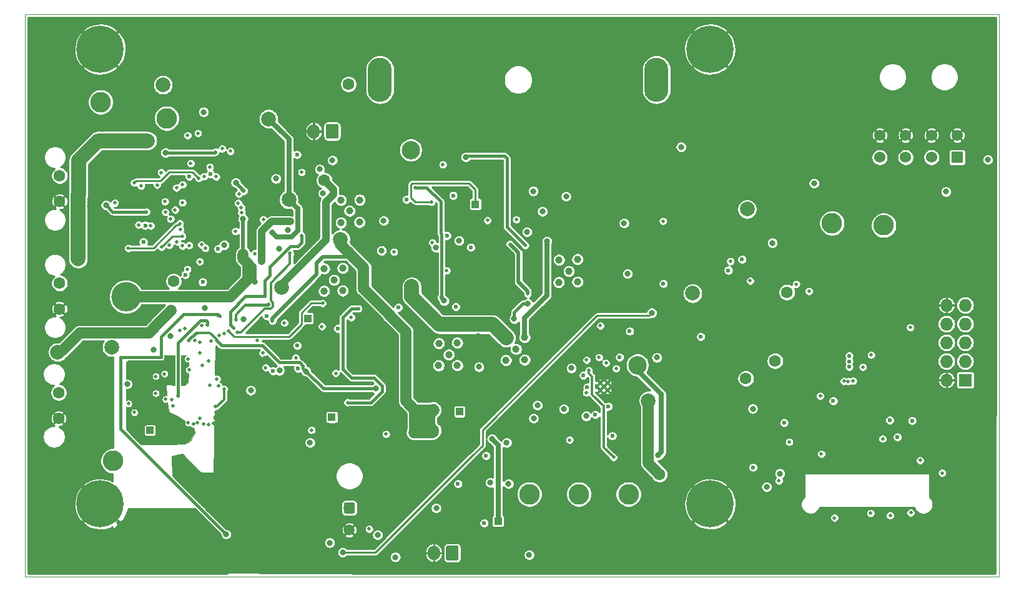
<source format=gbr>
G04 #@! TF.GenerationSoftware,KiCad,Pcbnew,(5.1.2)-1*
G04 #@! TF.CreationDate,2021-02-18T18:51:22+05:45*
G04 #@! TF.ProjectId,Pufferfish-Power-MCU,50756666-6572-4666-9973-682d506f7765,0.0*
G04 #@! TF.SameCoordinates,Original*
G04 #@! TF.FileFunction,Copper,L3,Inr*
G04 #@! TF.FilePolarity,Positive*
%FSLAX46Y46*%
G04 Gerber Fmt 4.6, Leading zero omitted, Abs format (unit mm)*
G04 Created by KiCad (PCBNEW (5.1.2)-1) date 2021-02-18 18:51:22*
%MOMM*%
%LPD*%
G04 APERTURE LIST*
G04 #@! TA.AperFunction,NonConductor*
%ADD10C,0.100000*%
G04 #@! TD*
G04 #@! TA.AperFunction,ViaPad*
%ADD11C,2.500000*%
G04 #@! TD*
G04 #@! TA.AperFunction,ViaPad*
%ADD12O,3.250000X6.000000*%
G04 #@! TD*
G04 #@! TA.AperFunction,ViaPad*
%ADD13C,0.533400*%
G04 #@! TD*
G04 #@! TA.AperFunction,ViaPad*
%ADD14R,1.530000X1.530000*%
G04 #@! TD*
G04 #@! TA.AperFunction,ViaPad*
%ADD15C,1.530000*%
G04 #@! TD*
G04 #@! TA.AperFunction,ViaPad*
%ADD16C,1.600000*%
G04 #@! TD*
G04 #@! TA.AperFunction,ViaPad*
%ADD17C,1.000000*%
G04 #@! TD*
G04 #@! TA.AperFunction,ViaPad*
%ADD18C,0.800000*%
G04 #@! TD*
G04 #@! TA.AperFunction,ViaPad*
%ADD19C,6.400000*%
G04 #@! TD*
G04 #@! TA.AperFunction,ViaPad*
%ADD20C,1.500000*%
G04 #@! TD*
G04 #@! TA.AperFunction,Conductor*
%ADD21C,0.100000*%
G04 #@! TD*
G04 #@! TA.AperFunction,ViaPad*
%ADD22R,1.000000X1.000000*%
G04 #@! TD*
G04 #@! TA.AperFunction,ViaPad*
%ADD23C,0.600000*%
G04 #@! TD*
G04 #@! TA.AperFunction,ViaPad*
%ADD24C,1.700000*%
G04 #@! TD*
G04 #@! TA.AperFunction,ViaPad*
%ADD25O,1.700000X2.000000*%
G04 #@! TD*
G04 #@! TA.AperFunction,ViaPad*
%ADD26R,1.727200X1.727200*%
G04 #@! TD*
G04 #@! TA.AperFunction,ViaPad*
%ADD27O,1.727200X1.727200*%
G04 #@! TD*
G04 #@! TA.AperFunction,ViaPad*
%ADD28C,2.800000*%
G04 #@! TD*
G04 #@! TA.AperFunction,ViaPad*
%ADD29C,2.000000*%
G04 #@! TD*
G04 #@! TA.AperFunction,ViaPad*
%ADD30C,0.500000*%
G04 #@! TD*
G04 #@! TA.AperFunction,ViaPad*
%ADD31C,4.000000*%
G04 #@! TD*
G04 #@! TA.AperFunction,Conductor*
%ADD32C,0.250000*%
G04 #@! TD*
G04 #@! TA.AperFunction,Conductor*
%ADD33C,0.350000*%
G04 #@! TD*
G04 #@! TA.AperFunction,Conductor*
%ADD34C,0.300000*%
G04 #@! TD*
G04 #@! TA.AperFunction,Conductor*
%ADD35C,1.500000*%
G04 #@! TD*
G04 #@! TA.AperFunction,Conductor*
%ADD36C,2.000000*%
G04 #@! TD*
G04 #@! TA.AperFunction,Conductor*
%ADD37C,0.400000*%
G04 #@! TD*
G04 #@! TA.AperFunction,Conductor*
%ADD38C,0.700000*%
G04 #@! TD*
G04 #@! TA.AperFunction,Conductor*
%ADD39C,0.500000*%
G04 #@! TD*
G04 #@! TA.AperFunction,Conductor*
%ADD40C,1.000000*%
G04 #@! TD*
G04 #@! TA.AperFunction,Conductor*
%ADD41C,0.254000*%
G04 #@! TD*
G04 APERTURE END LIST*
D10*
X203212700Y-114388900D02*
X203212700Y-119388900D01*
X71094600Y-114401600D02*
X71094600Y-119401600D01*
X82946666Y-47752000D02*
G75*
G03X82946666Y-47752000I-1666666J0D01*
G01*
X78780000Y-47752000D02*
X83780000Y-47752000D01*
X81280000Y-45252000D02*
X81280000Y-50252000D01*
X71094600Y-114401600D02*
X71094600Y-43065700D01*
X203212700Y-119388900D02*
X71094600Y-119401600D01*
X203225400Y-43065700D02*
X203212700Y-114388900D01*
X71094600Y-43065700D02*
X203225400Y-43065700D01*
D11*
G04 #@! TO.N,LTC7812_RUN*
G04 #@! TO.C,TP4*
X154178000Y-90678000D03*
G04 #@! TD*
D12*
G04 #@! TO.N,/LTC4015/PP-SENSE-CLN*
G04 #@! TO.C,F1*
X119255400Y-51926600D03*
G04 #@! TO.N,VIN_7812_1_RAW*
X156755400Y-51926600D03*
G04 #@! TD*
D13*
G04 #@! TO.N,N/C*
G04 #@! TO.C,U3*
X182880000Y-90170000D03*
X182880000Y-89419999D03*
X182880000Y-90920001D03*
G04 #@! TD*
D14*
G04 #@! TO.N,VOUT_7812_24V*
G04 #@! TO.C,J1*
X197528000Y-62460000D03*
D15*
G04 #@! TO.N,VIN_7812_2*
X194028000Y-62460000D03*
G04 #@! TO.N,VSYS-5V0*
X190528000Y-62460000D03*
G04 #@! TO.N,VSYS-3V3*
X187028000Y-62460000D03*
G04 #@! TO.N,GND*
X197528000Y-59460000D03*
X194028000Y-59460000D03*
X190528000Y-59460000D03*
X187028000Y-59460000D03*
G04 #@! TD*
D16*
G04 #@! TO.N,GND*
G04 #@! TO.C,J5*
X75819000Y-68453000D03*
G04 #@! TO.N,INTCON_WALL*
X75819000Y-64953000D03*
G04 #@! TD*
G04 #@! TO.N,GND*
G04 #@! TO.C,J4*
X75819000Y-83058000D03*
G04 #@! TO.N,INTCON_WALL*
X75819000Y-79558000D03*
G04 #@! TD*
G04 #@! TO.N,GND*
G04 #@! TO.C,J6*
X75692000Y-97917000D03*
G04 #@! TO.N,VBAT-IN-12V*
X75692000Y-94417000D03*
G04 #@! TD*
D17*
G04 #@! TO.N,/LTC7812/VBIAS1*
G04 #@! TO.C,U8*
X115125680Y-69734680D03*
X116502360Y-68236080D03*
X113967440Y-71350120D03*
X116466800Y-71268840D03*
X113967440Y-68281800D03*
G04 #@! TD*
G04 #@! TO.N,VIN_7812_2*
G04 #@! TO.C,Q5*
X137713720Y-88513920D03*
X136337040Y-90012520D03*
X138871960Y-86898480D03*
X136372600Y-86979760D03*
X138871960Y-89966800D03*
G04 #@! TD*
G04 #@! TO.N,/LTC7812/VBIAS1*
G04 #@! TO.C,Q6*
X125336720Y-98302920D03*
X123960040Y-99801520D03*
X126494960Y-96687480D03*
X123995600Y-96768760D03*
X126494960Y-99755800D03*
G04 #@! TD*
G04 #@! TO.N,/LTC7812/SW_2_1*
G04 #@! TO.C,U7*
X113036720Y-79115920D03*
X111660040Y-80614520D03*
X114194960Y-77500480D03*
X111695600Y-77581760D03*
X114194960Y-80568800D03*
G04 #@! TD*
G04 #@! TO.N,/LTC7812/SW2_2*
G04 #@! TO.C,U9*
X128586720Y-89252920D03*
X127210040Y-90751520D03*
X129744960Y-87637480D03*
X127245600Y-87718760D03*
X129744960Y-90705800D03*
G04 #@! TD*
G04 #@! TO.N,VOUT_7812_24V*
G04 #@! TO.C,U10*
X144876520Y-77922120D03*
X143499840Y-79420720D03*
X146034760Y-76306680D03*
X143535400Y-76387960D03*
X146034760Y-79375000D03*
G04 #@! TD*
D18*
G04 #@! TO.N,GND*
G04 #@! TO.C,H3*
X83024056Y-46082944D03*
X81327000Y-45380000D03*
X79629944Y-46082944D03*
X78927000Y-47780000D03*
X79629944Y-49477056D03*
X81327000Y-50180000D03*
X83024056Y-49477056D03*
X83727000Y-47780000D03*
D19*
X81320000Y-47780000D03*
G04 #@! TD*
D20*
G04 #@! TO.N,GND*
G04 #@! TO.C,J3*
X115107400Y-113077600D03*
D21*
G04 #@! TO.N,Net-(J3-Pad1)*
G36*
X115631904Y-109328804D02*
G01*
X115656173Y-109332404D01*
X115679971Y-109338365D01*
X115703071Y-109346630D01*
X115725249Y-109357120D01*
X115746293Y-109369733D01*
X115765998Y-109384347D01*
X115784177Y-109400823D01*
X115800653Y-109419002D01*
X115815267Y-109438707D01*
X115827880Y-109459751D01*
X115838370Y-109481929D01*
X115846635Y-109505029D01*
X115852596Y-109528827D01*
X115856196Y-109553096D01*
X115857400Y-109577600D01*
X115857400Y-110577600D01*
X115856196Y-110602104D01*
X115852596Y-110626373D01*
X115846635Y-110650171D01*
X115838370Y-110673271D01*
X115827880Y-110695449D01*
X115815267Y-110716493D01*
X115800653Y-110736198D01*
X115784177Y-110754377D01*
X115765998Y-110770853D01*
X115746293Y-110785467D01*
X115725249Y-110798080D01*
X115703071Y-110808570D01*
X115679971Y-110816835D01*
X115656173Y-110822796D01*
X115631904Y-110826396D01*
X115607400Y-110827600D01*
X114607400Y-110827600D01*
X114582896Y-110826396D01*
X114558627Y-110822796D01*
X114534829Y-110816835D01*
X114511729Y-110808570D01*
X114489551Y-110798080D01*
X114468507Y-110785467D01*
X114448802Y-110770853D01*
X114430623Y-110754377D01*
X114414147Y-110736198D01*
X114399533Y-110716493D01*
X114386920Y-110695449D01*
X114376430Y-110673271D01*
X114368165Y-110650171D01*
X114362204Y-110626373D01*
X114358604Y-110602104D01*
X114357400Y-110577600D01*
X114357400Y-109577600D01*
X114358604Y-109553096D01*
X114362204Y-109528827D01*
X114368165Y-109505029D01*
X114376430Y-109481929D01*
X114386920Y-109459751D01*
X114399533Y-109438707D01*
X114414147Y-109419002D01*
X114430623Y-109400823D01*
X114448802Y-109384347D01*
X114468507Y-109369733D01*
X114489551Y-109357120D01*
X114511729Y-109346630D01*
X114534829Y-109338365D01*
X114558627Y-109332404D01*
X114582896Y-109328804D01*
X114607400Y-109327600D01*
X115607400Y-109327600D01*
X115631904Y-109328804D01*
X115631904Y-109328804D01*
G37*
D20*
X115107400Y-110077600D03*
G04 #@! TD*
D22*
G04 #@! TO.N,VIN_7812_2*
G04 #@! TO.C,TP18*
X135282400Y-111877600D03*
G04 #@! TD*
G04 #@! TO.N,/LTC7812/EXTVCC1*
G04 #@! TO.C,TP19*
X109474000Y-84328000D03*
G04 #@! TD*
G04 #@! TO.N,/LTC7812/EXTVCC2*
G04 #@! TO.C,TP20*
X132207000Y-68834000D03*
G04 #@! TD*
G04 #@! TO.N,/LTC7812/VFB_1_1*
G04 #@! TO.C,TP21*
X88075000Y-99550000D03*
G04 #@! TD*
G04 #@! TO.N,Net-(R78-Pad2)*
G04 #@! TO.C,TP22*
X112732400Y-97752600D03*
G04 #@! TD*
G04 #@! TO.N,/LTC7812/VBIAS1*
G04 #@! TO.C,TP23*
X130057400Y-97002600D03*
G04 #@! TD*
D23*
G04 #@! TO.N,GND*
G04 #@! TO.C,U6*
X149103000Y-94073000D03*
X150103000Y-94073000D03*
X150103000Y-93073000D03*
X149103000Y-93073000D03*
G04 #@! TD*
D18*
G04 #@! TO.N,GND*
G04 #@! TO.C,H2*
X165724056Y-107852944D03*
X164027000Y-107150000D03*
X162329944Y-107852944D03*
X161627000Y-109550000D03*
X162329944Y-111247056D03*
X164027000Y-111950000D03*
X165724056Y-111247056D03*
X166427000Y-109550000D03*
D19*
X164027000Y-109550000D03*
G04 #@! TD*
D18*
G04 #@! TO.N,GND*
G04 #@! TO.C,H5*
X83024056Y-107852944D03*
X81327000Y-107150000D03*
X79629944Y-107852944D03*
X78927000Y-109550000D03*
X79629944Y-111247056D03*
X81327000Y-111950000D03*
X83024056Y-111247056D03*
X83727000Y-109550000D03*
D19*
X81327000Y-109550000D03*
G04 #@! TD*
G04 #@! TO.N,GND*
G04 #@! TO.C,H6*
X164020000Y-47780000D03*
D18*
X166430000Y-47735500D03*
X165727056Y-49432556D03*
X164030000Y-50135500D03*
X162332944Y-49432556D03*
X161630000Y-47735500D03*
X162332944Y-46038444D03*
X164030000Y-45335500D03*
X165727056Y-46038444D03*
G04 #@! TD*
D21*
G04 #@! TO.N,Net-(J7-Pad1)*
G04 #@! TO.C,J7*
G36*
X113400504Y-57929204D02*
G01*
X113424773Y-57932804D01*
X113448571Y-57938765D01*
X113471671Y-57947030D01*
X113493849Y-57957520D01*
X113514893Y-57970133D01*
X113534598Y-57984747D01*
X113552777Y-58001223D01*
X113569253Y-58019402D01*
X113583867Y-58039107D01*
X113596480Y-58060151D01*
X113606970Y-58082329D01*
X113615235Y-58105429D01*
X113621196Y-58129227D01*
X113624796Y-58153496D01*
X113626000Y-58178000D01*
X113626000Y-59678000D01*
X113624796Y-59702504D01*
X113621196Y-59726773D01*
X113615235Y-59750571D01*
X113606970Y-59773671D01*
X113596480Y-59795849D01*
X113583867Y-59816893D01*
X113569253Y-59836598D01*
X113552777Y-59854777D01*
X113534598Y-59871253D01*
X113514893Y-59885867D01*
X113493849Y-59898480D01*
X113471671Y-59908970D01*
X113448571Y-59917235D01*
X113424773Y-59923196D01*
X113400504Y-59926796D01*
X113376000Y-59928000D01*
X112176000Y-59928000D01*
X112151496Y-59926796D01*
X112127227Y-59923196D01*
X112103429Y-59917235D01*
X112080329Y-59908970D01*
X112058151Y-59898480D01*
X112037107Y-59885867D01*
X112017402Y-59871253D01*
X111999223Y-59854777D01*
X111982747Y-59836598D01*
X111968133Y-59816893D01*
X111955520Y-59795849D01*
X111945030Y-59773671D01*
X111936765Y-59750571D01*
X111930804Y-59726773D01*
X111927204Y-59702504D01*
X111926000Y-59678000D01*
X111926000Y-58178000D01*
X111927204Y-58153496D01*
X111930804Y-58129227D01*
X111936765Y-58105429D01*
X111945030Y-58082329D01*
X111955520Y-58060151D01*
X111968133Y-58039107D01*
X111982747Y-58019402D01*
X111999223Y-58001223D01*
X112017402Y-57984747D01*
X112037107Y-57970133D01*
X112058151Y-57957520D01*
X112080329Y-57947030D01*
X112103429Y-57938765D01*
X112127227Y-57932804D01*
X112151496Y-57929204D01*
X112176000Y-57928000D01*
X113376000Y-57928000D01*
X113400504Y-57929204D01*
X113400504Y-57929204D01*
G37*
D24*
X112776000Y-58928000D03*
D25*
G04 #@! TO.N,GND*
X110276000Y-58928000D03*
G04 #@! TD*
D26*
G04 #@! TO.N,AAD_SCL*
G04 #@! TO.C,P1*
X198628000Y-92710000D03*
D27*
G04 #@! TO.N,GND*
X196088000Y-92710000D03*
G04 #@! TO.N,AAD_SDA*
X198628000Y-90170000D03*
G04 #@! TO.N,Net-(JP16-Pad2)*
X196088000Y-90170000D03*
G04 #@! TO.N,N/C*
X198628000Y-87630000D03*
X196088000Y-87630000D03*
X198628000Y-85090000D03*
X196088000Y-85090000D03*
X198628000Y-82550000D03*
G04 #@! TO.N,GND*
X196088000Y-82550000D03*
G04 #@! TD*
D11*
G04 #@! TO.N,/LTC4015/PP-SENSE-CLN*
G04 #@! TO.C,TP1*
X123444000Y-61468000D03*
G04 #@! TD*
D28*
G04 #@! TO.N,INTCON_WALL*
G04 #@! TO.C,TP2*
X81382400Y-54952600D03*
G04 #@! TD*
G04 #@! TO.N,VBAT-IN-12V*
G04 #@! TO.C,TP3*
X83082400Y-103702600D03*
G04 #@! TD*
G04 #@! TO.N,VSYS-5V0*
G04 #@! TO.C,TP5*
X187567400Y-71702600D03*
G04 #@! TD*
G04 #@! TO.N,VSYS-3V3*
G04 #@! TO.C,TP6*
X180547400Y-71402600D03*
G04 #@! TD*
G04 #@! TO.N,/LTC4015/PP-CSP*
G04 #@! TO.C,TP9*
X90350000Y-57150000D03*
G04 #@! TD*
G04 #@! TO.N,/LTC2955/INT_LVL*
G04 #@! TO.C,TP15*
X152957400Y-108204000D03*
G04 #@! TD*
G04 #@! TO.N,/LTC2955/KILL_LVL*
G04 #@! TO.C,TP16*
X139517000Y-108204000D03*
G04 #@! TD*
G04 #@! TO.N,/LTC2955/PG_LVL*
G04 #@! TO.C,TP17*
X146217000Y-108204000D03*
G04 #@! TD*
D29*
G04 #@! TO.N,VSYS-5V0-PGOOD*
G04 #@! TO.C,TP10*
X169057400Y-69502600D03*
G04 #@! TD*
D21*
G04 #@! TO.N,Net-(J8-Pad1)*
G04 #@! TO.C,J8*
G36*
X129693904Y-115189804D02*
G01*
X129718173Y-115193404D01*
X129741971Y-115199365D01*
X129765071Y-115207630D01*
X129787249Y-115218120D01*
X129808293Y-115230733D01*
X129827998Y-115245347D01*
X129846177Y-115261823D01*
X129862653Y-115280002D01*
X129877267Y-115299707D01*
X129889880Y-115320751D01*
X129900370Y-115342929D01*
X129908635Y-115366029D01*
X129914596Y-115389827D01*
X129918196Y-115414096D01*
X129919400Y-115438600D01*
X129919400Y-116938600D01*
X129918196Y-116963104D01*
X129914596Y-116987373D01*
X129908635Y-117011171D01*
X129900370Y-117034271D01*
X129889880Y-117056449D01*
X129877267Y-117077493D01*
X129862653Y-117097198D01*
X129846177Y-117115377D01*
X129827998Y-117131853D01*
X129808293Y-117146467D01*
X129787249Y-117159080D01*
X129765071Y-117169570D01*
X129741971Y-117177835D01*
X129718173Y-117183796D01*
X129693904Y-117187396D01*
X129669400Y-117188600D01*
X128469400Y-117188600D01*
X128444896Y-117187396D01*
X128420627Y-117183796D01*
X128396829Y-117177835D01*
X128373729Y-117169570D01*
X128351551Y-117159080D01*
X128330507Y-117146467D01*
X128310802Y-117131853D01*
X128292623Y-117115377D01*
X128276147Y-117097198D01*
X128261533Y-117077493D01*
X128248920Y-117056449D01*
X128238430Y-117034271D01*
X128230165Y-117011171D01*
X128224204Y-116987373D01*
X128220604Y-116963104D01*
X128219400Y-116938600D01*
X128219400Y-115438600D01*
X128220604Y-115414096D01*
X128224204Y-115389827D01*
X128230165Y-115366029D01*
X128238430Y-115342929D01*
X128248920Y-115320751D01*
X128261533Y-115299707D01*
X128276147Y-115280002D01*
X128292623Y-115261823D01*
X128310802Y-115245347D01*
X128330507Y-115230733D01*
X128351551Y-115218120D01*
X128373729Y-115207630D01*
X128396829Y-115199365D01*
X128420627Y-115193404D01*
X128444896Y-115189804D01*
X128469400Y-115188600D01*
X129669400Y-115188600D01*
X129693904Y-115189804D01*
X129693904Y-115189804D01*
G37*
D24*
X129069400Y-116188600D03*
D25*
G04 #@! TO.N,GND*
X126569400Y-116188600D03*
G04 #@! TD*
D30*
G04 #@! TO.N,/LTC4015/PP-VC*
X92122505Y-71454895D03*
X85122707Y-74801115D03*
G04 #@! TO.N,GND*
X155485400Y-45830600D03*
X122973400Y-72246600D03*
D18*
X98907400Y-90922600D03*
X100807400Y-89102600D03*
X98977400Y-90002600D03*
X99957400Y-91102600D03*
X99887400Y-90082600D03*
X99777400Y-89072600D03*
D30*
X176957400Y-77702600D03*
X177043799Y-77016200D03*
D23*
X170061324Y-75438000D03*
D30*
X159345400Y-85446600D03*
X162139400Y-85446600D03*
X160615400Y-85446600D03*
X161377400Y-85446600D03*
X160057400Y-90788600D03*
X151675400Y-75802600D03*
X151421400Y-79612600D03*
X166915400Y-96884600D03*
D18*
X166153400Y-99170600D03*
X164121400Y-99170600D03*
X165137400Y-99170600D03*
X166915400Y-98662600D03*
D23*
X159317400Y-90942600D03*
D18*
X118757400Y-77132600D03*
X119847400Y-79512610D03*
X128497400Y-77022600D03*
X128577400Y-76112600D03*
D23*
X159397400Y-77222600D03*
X159197400Y-76412600D03*
X152287400Y-87572600D03*
X150777400Y-75552600D03*
X150737400Y-79532600D03*
X149157388Y-83212600D03*
D30*
X151107400Y-83282600D03*
X150177400Y-82292600D03*
X152197400Y-86222600D03*
D23*
X157517400Y-93482600D03*
X153657400Y-94492600D03*
D30*
X90407400Y-66402600D03*
X90966233Y-66709600D03*
X95837400Y-59292600D03*
X96607400Y-59382600D03*
X158237400Y-70472600D03*
X159052403Y-70497603D03*
D18*
X159267400Y-67642602D03*
D23*
X142477400Y-66942600D03*
D30*
X170707400Y-78302600D03*
X182432400Y-77834600D03*
X178853400Y-77834600D03*
X176821400Y-76374100D03*
X163557400Y-82352602D03*
X164182400Y-82477600D03*
D23*
X158400400Y-85414600D03*
X151807400Y-77602600D03*
D30*
X151790900Y-76619100D03*
X151746939Y-78511393D03*
D23*
X126247418Y-105012600D03*
X123937400Y-105022600D03*
X121703400Y-105520600D03*
X178097400Y-82512600D03*
X179967400Y-82402600D03*
X178967400Y-82222600D03*
X180997400Y-85262600D03*
X181247400Y-83222600D03*
X181227400Y-87322600D03*
X182037400Y-87632600D03*
X181057400Y-86332600D03*
X180967400Y-84322600D03*
X182097400Y-82862600D03*
X158617400Y-90862600D03*
X160717400Y-90852580D03*
X177797400Y-93672600D03*
X180277400Y-93602600D03*
X173727400Y-93572600D03*
X178517400Y-93642600D03*
X176067400Y-93772600D03*
X180557400Y-92642600D03*
X179337400Y-93792600D03*
X177057400Y-93792600D03*
X174697400Y-93802600D03*
X173467400Y-92632600D03*
D18*
X186487400Y-98252590D03*
D23*
X129117400Y-104002600D03*
X128057400Y-105012600D03*
X125507400Y-105022600D03*
X123007400Y-105022600D03*
X120681400Y-105420626D03*
D18*
X146301000Y-95446196D03*
X157557392Y-91602600D03*
X157657400Y-92602600D03*
X153682400Y-95402600D03*
X152732400Y-95427600D03*
D30*
X95132400Y-90750000D03*
X103532400Y-89727600D03*
X100182400Y-78452600D03*
X76760000Y-57900000D03*
X82282400Y-63202600D03*
D23*
X113757400Y-61277600D03*
D30*
X81663772Y-58762429D03*
X103831442Y-66033367D03*
X104057400Y-85077600D03*
D18*
X84200000Y-68940000D03*
X158457900Y-67170300D03*
X114400900Y-48815100D03*
D30*
X97207400Y-58977600D03*
X95468449Y-58882215D03*
X90740000Y-71589996D03*
X91535448Y-70396280D03*
X96730000Y-58470000D03*
X89200000Y-61080000D03*
X96120000Y-58550000D03*
X86730000Y-73130000D03*
X86070000Y-72190000D03*
X85020000Y-73160000D03*
D18*
X82609992Y-71897500D03*
X81580000Y-73490000D03*
D30*
X76290000Y-58420000D03*
X73080000Y-54010000D03*
X89300000Y-60310000D03*
X103920000Y-65370000D03*
X103070000Y-63230000D03*
X103070000Y-61660000D03*
X100400000Y-62110000D03*
X178091400Y-77834600D03*
X179615400Y-77834600D03*
X181647400Y-77834600D03*
X183171400Y-77834600D03*
X184557410Y-79777600D03*
X125538946Y-74403453D03*
X111257400Y-57902600D03*
D18*
X110276000Y-57383992D03*
D30*
X81457400Y-63602600D03*
X80257400Y-69602600D03*
X79782400Y-69102600D03*
X80652304Y-71897500D03*
X82657394Y-57860000D03*
D18*
X97057400Y-51002592D03*
X98645000Y-51115012D03*
D30*
X104179998Y-60020000D03*
X186557400Y-95502600D03*
X188557400Y-93702600D03*
X187257400Y-88402600D03*
D23*
X96944500Y-97815500D03*
D30*
X96657400Y-98602600D03*
X96012000Y-98747996D03*
X186557400Y-87702600D03*
X188657410Y-84302600D03*
X188657400Y-85002600D03*
X188657400Y-83602600D03*
D18*
X163359400Y-98662600D03*
D30*
X164167392Y-96812600D03*
X187357400Y-99802600D03*
D18*
X190957400Y-102727602D03*
D23*
X116357400Y-98602600D03*
D30*
X124082400Y-87327600D03*
X124057400Y-88002600D03*
X124057400Y-88702600D03*
X124057400Y-89402600D03*
X124057400Y-90102600D03*
D18*
X122612990Y-83947000D03*
X159714500Y-68462000D03*
X159689100Y-69414500D03*
X74316000Y-97917000D03*
X74569862Y-98737613D03*
D23*
X106857100Y-91233100D03*
D30*
X91159900Y-77809200D03*
X83727958Y-72373298D03*
X77824900Y-84248100D03*
X91159900Y-96211478D03*
X90194700Y-95309800D03*
X88857400Y-92202588D03*
D23*
X115457400Y-97502600D03*
D30*
X91057400Y-95402600D03*
X93257404Y-98502600D03*
X94857400Y-97902600D03*
X95357400Y-98702600D03*
X97057400Y-97102600D03*
X85157400Y-95902600D03*
X85957400Y-97102600D03*
D23*
X106497400Y-91882600D03*
D18*
X106907400Y-93892600D03*
D23*
X107240151Y-92175349D03*
X107691012Y-84790227D03*
X113447400Y-87812600D03*
D18*
X125475992Y-65203418D03*
D30*
X109320900Y-74850100D03*
D23*
X141019567Y-93789758D03*
D18*
X132587400Y-87592600D03*
X132587400Y-86742600D03*
X132587400Y-88472600D03*
X132600000Y-89442400D03*
D30*
X143467400Y-90362600D03*
X72057400Y-58222600D03*
X77824900Y-82940000D03*
D23*
X122274900Y-104961800D03*
X115430593Y-99552593D03*
D30*
X126837734Y-72228153D03*
D23*
X128407400Y-67327599D03*
X128432400Y-72002600D03*
D30*
X152197400Y-86752599D03*
X102882398Y-92602600D03*
D23*
X97147400Y-100032600D03*
X97487400Y-98892600D03*
D30*
X82217798Y-90493719D03*
X77697400Y-89112600D03*
X78427400Y-89102600D03*
X79137400Y-89102600D03*
X79887400Y-89112600D03*
X80617400Y-89112600D03*
X81407400Y-89112600D03*
D18*
X121007400Y-93922600D03*
D30*
X105857400Y-94212600D03*
X107416649Y-91376661D03*
X103887400Y-90282600D03*
X103062810Y-91172199D03*
X154297400Y-78612600D03*
X153207400Y-79392600D03*
X153657400Y-78912600D03*
X158577400Y-77602600D03*
X158207400Y-78512600D03*
D18*
X108257400Y-49522600D03*
D30*
X131787400Y-70852600D03*
X90170644Y-71831963D03*
D18*
X138067400Y-97212600D03*
D30*
X134917400Y-68092600D03*
D23*
X135617400Y-67892606D03*
D30*
X180907400Y-90612600D03*
X188237400Y-94632600D03*
X186357400Y-96090099D03*
X186277400Y-94842600D03*
X184757400Y-78992600D03*
X184697400Y-80442600D03*
X169437400Y-74582598D03*
X169395628Y-76315812D03*
X170582402Y-77602600D03*
X170657400Y-78952600D03*
D18*
X168252398Y-73199998D03*
D30*
X172249400Y-43798600D03*
X173265400Y-43798600D03*
X174281400Y-43798600D03*
X175297400Y-43798600D03*
X176313400Y-43798600D03*
X177329400Y-43798600D03*
X178345400Y-43798600D03*
X179361400Y-43798600D03*
X180377400Y-43798600D03*
X181393400Y-43798600D03*
X182409400Y-43798600D03*
X183425400Y-43798600D03*
X184441400Y-43798600D03*
X185457400Y-43798600D03*
X186473400Y-43798600D03*
X187489400Y-43798600D03*
X188505400Y-43798600D03*
X189521400Y-43798600D03*
X190537400Y-43798600D03*
X191553400Y-43798600D03*
X192569400Y-43798600D03*
X193585400Y-43798600D03*
X194601400Y-43798600D03*
X195617400Y-43798600D03*
X196633400Y-43798600D03*
X197649400Y-43798600D03*
X198665400Y-43798600D03*
X199681400Y-43798600D03*
X200697400Y-43798600D03*
X202475400Y-45830600D03*
X202538900Y-44814600D03*
X199681400Y-45830600D03*
X198665400Y-45830600D03*
X199681400Y-44814600D03*
X201713400Y-43798600D03*
X202475400Y-43798600D03*
X198665400Y-44814600D03*
X171233400Y-43798600D03*
X170217400Y-43798600D03*
X169201400Y-43798600D03*
X168185400Y-43798600D03*
X167169400Y-43798600D03*
X166153400Y-43798600D03*
X165137400Y-43798600D03*
X163613400Y-43798600D03*
X162597400Y-43798600D03*
X161581400Y-43798600D03*
X160565400Y-43798600D03*
X159549400Y-43798600D03*
X158533400Y-43798600D03*
X157517400Y-43798600D03*
X147357400Y-43798600D03*
X148357400Y-43798600D03*
X149357400Y-43798600D03*
X150357400Y-43798600D03*
X151357400Y-43798600D03*
X152357400Y-43798600D03*
X147357400Y-44798600D03*
X148357400Y-44798600D03*
X149357400Y-44798600D03*
X150357400Y-44798600D03*
X151357400Y-44798600D03*
X152357400Y-44798600D03*
X153357400Y-44798600D03*
X154357400Y-44798600D03*
X147357400Y-45798600D03*
X148357400Y-45798600D03*
X149357400Y-45798600D03*
X150357400Y-45798600D03*
X151357400Y-45798600D03*
X152357400Y-45798600D03*
X153357400Y-45798600D03*
X154357400Y-45798600D03*
X147357400Y-46798600D03*
X148357400Y-46798600D03*
X149357400Y-46798600D03*
X150357400Y-46798600D03*
X151357400Y-46798600D03*
X152357400Y-46798600D03*
X153357400Y-46798600D03*
X154357400Y-46798600D03*
X155485400Y-44814600D03*
X156501400Y-44814600D03*
X157517400Y-44814600D03*
X158533400Y-44814600D03*
X159549400Y-44814600D03*
X160565400Y-44814600D03*
X153453400Y-43766600D03*
X154453400Y-43766600D03*
X155453400Y-43766600D03*
X156453400Y-43766600D03*
X157517400Y-45830600D03*
X158533400Y-45798600D03*
X156501400Y-46846600D03*
X155485400Y-46846600D03*
X156501400Y-45830600D03*
X158533400Y-46814600D03*
X161581400Y-44814600D03*
X159549400Y-46846600D03*
X160565400Y-45830600D03*
X159549400Y-45830600D03*
X157517400Y-46846600D03*
X143292900Y-113712100D03*
X144292900Y-113712100D03*
X145292900Y-113712100D03*
X146292900Y-113712100D03*
X147292900Y-113712100D03*
X148292900Y-113712100D03*
X149292900Y-113712100D03*
X150292900Y-113712100D03*
X151292900Y-113712100D03*
X152292900Y-113712100D03*
X153292900Y-113712100D03*
X154292900Y-113712100D03*
X155292900Y-113712100D03*
X156292900Y-113712100D03*
X157292900Y-113712100D03*
X158292900Y-113712100D03*
X159292900Y-113712100D03*
X160292900Y-113712100D03*
X161292900Y-113712100D03*
X162483400Y-113712100D03*
X163737400Y-113712100D03*
X164737400Y-113712100D03*
X165737400Y-113712100D03*
X166737400Y-113712100D03*
X167737400Y-113712100D03*
X168673900Y-113712100D03*
X201713400Y-48878600D03*
X202457400Y-48878600D03*
X202457400Y-46706600D03*
X197649400Y-44814600D03*
X192677400Y-44798600D03*
X193677400Y-44798600D03*
X194677400Y-44798600D03*
X195677400Y-44798600D03*
X196677400Y-44798600D03*
X173343400Y-44782600D03*
X174343400Y-44782600D03*
X175343400Y-44782600D03*
X176343400Y-44782600D03*
X177343400Y-44782600D03*
X178343400Y-44782600D03*
X179343400Y-44782600D03*
X180343400Y-44782600D03*
X181343400Y-44782600D03*
X182343400Y-44782600D03*
X183343400Y-44782600D03*
X184343400Y-44782600D03*
X185343400Y-44782600D03*
X186343400Y-44782600D03*
X187343400Y-44782600D03*
X188343400Y-44782600D03*
X189343400Y-44782600D03*
X190343400Y-44782600D03*
X191343400Y-44782600D03*
X117385400Y-44766600D03*
X118385400Y-44766600D03*
X119385400Y-44766600D03*
X120385400Y-44766600D03*
X121385400Y-44766600D03*
X122385400Y-44766600D03*
X123385400Y-44766600D03*
X124385400Y-44766600D03*
X125385400Y-44766600D03*
X126385400Y-44766600D03*
X127385400Y-44766600D03*
X128385400Y-44766600D03*
X129385400Y-44766600D03*
X130385400Y-44766600D03*
X131385400Y-44766600D03*
X132385400Y-44766600D03*
X133385400Y-44766600D03*
X134385400Y-44766600D03*
X135385400Y-44766600D03*
X136385400Y-44766600D03*
X137385400Y-44766600D03*
X139385400Y-44766600D03*
X140385400Y-44766600D03*
X141385400Y-44766600D03*
X142385400Y-44766600D03*
X143385400Y-44766600D03*
X144385400Y-44766600D03*
X145385400Y-44766600D03*
X146385400Y-44766600D03*
X151913400Y-111362600D03*
X152913400Y-111362600D03*
X153913400Y-111362600D03*
X154913400Y-111362600D03*
X155913400Y-111362600D03*
X156913400Y-111362600D03*
X157913400Y-111362600D03*
X158913400Y-111362600D03*
X159913400Y-111362600D03*
X147865400Y-112378600D03*
X148881400Y-112378600D03*
X149897400Y-112378600D03*
X150913400Y-112378600D03*
X151929400Y-112378600D03*
X146769400Y-111346600D03*
X147769400Y-111346600D03*
X148769400Y-111346600D03*
X149769400Y-111346600D03*
X150769400Y-111346600D03*
X141070900Y-112950100D03*
X144817400Y-112378600D03*
X145753400Y-112346600D03*
X146753400Y-112346600D03*
X154977400Y-112378600D03*
X152945400Y-112378600D03*
X153961400Y-112378600D03*
X155993400Y-112378600D03*
X157009400Y-112378600D03*
X158025400Y-112378600D03*
X159041400Y-112522600D03*
X141578900Y-112378600D03*
X142150400Y-111807100D03*
X143189400Y-111200600D03*
X145833400Y-111362600D03*
X145071400Y-111362600D03*
X145071400Y-110092600D03*
X145833400Y-110346600D03*
X146595400Y-110346600D03*
X147357400Y-110092600D03*
X147865400Y-109584600D03*
X148119400Y-109076600D03*
X148373400Y-108314600D03*
X148119400Y-107552600D03*
X147865400Y-106790600D03*
X147357400Y-106536600D03*
X146595400Y-106282600D03*
X169645900Y-113712100D03*
X170407900Y-113712100D03*
X171169900Y-113712100D03*
X172185900Y-113712100D03*
X173201900Y-113712100D03*
X174217900Y-113712100D03*
X175487900Y-113712100D03*
X176503900Y-113712100D03*
X177519900Y-113712100D03*
X181075900Y-113712100D03*
X179869400Y-113712100D03*
X182345900Y-113712100D03*
X183679400Y-113712100D03*
X184885900Y-113712100D03*
X186219400Y-113712100D03*
X187552900Y-113712100D03*
X188695900Y-113712100D03*
X189965900Y-113712100D03*
X191235900Y-113712100D03*
X192632900Y-113712100D03*
X193775900Y-113712100D03*
X195045900Y-113712100D03*
X196315900Y-113775600D03*
X197458900Y-113775600D03*
X198347900Y-113331100D03*
X151421400Y-106790600D03*
X150913400Y-107806600D03*
X150913400Y-108822600D03*
X151421400Y-109838600D03*
X152945400Y-110346600D03*
X154469400Y-109838600D03*
X154977400Y-108822600D03*
X154977400Y-107806600D03*
X154469400Y-106790600D03*
X154469400Y-105774600D03*
X151421400Y-105774600D03*
X161073400Y-106790600D03*
X160565400Y-107806600D03*
X160057400Y-108822600D03*
X160057400Y-109838600D03*
X160057400Y-112378600D03*
X161073400Y-112378600D03*
X166661400Y-106790600D03*
X167169400Y-106790600D03*
X167931400Y-108314600D03*
X167931400Y-109330600D03*
X167931400Y-110600600D03*
X167677400Y-111616600D03*
X168947400Y-108314600D03*
X169709400Y-108314600D03*
X168947400Y-109330600D03*
X169709400Y-109330600D03*
X168947400Y-110600600D03*
X169963400Y-110600600D03*
X168947400Y-111616600D03*
X169963400Y-111616600D03*
X167169400Y-112378600D03*
X166153400Y-112632600D03*
X168947400Y-112378600D03*
X169963400Y-112378600D03*
X170979400Y-111616600D03*
X170979400Y-112378600D03*
X171741400Y-112378600D03*
X172503400Y-112378600D03*
X146385400Y-43658600D03*
X143385400Y-43658600D03*
X145385400Y-43658600D03*
X144385400Y-43658600D03*
X142385400Y-43658600D03*
X137385400Y-43658600D03*
X139385400Y-43658600D03*
X140385400Y-43658600D03*
X141385400Y-43658600D03*
X138594400Y-43671600D03*
X135385400Y-43658600D03*
X133385400Y-43658600D03*
X132385400Y-43658600D03*
X136385400Y-43658600D03*
X134385400Y-43658600D03*
X129385400Y-43658600D03*
X128385400Y-43658600D03*
X130385400Y-43658600D03*
X131385400Y-43658600D03*
X127385400Y-43658600D03*
X125385400Y-43646200D03*
X126377000Y-43646200D03*
X124497400Y-43646200D03*
X123430600Y-43646200D03*
X122363800Y-43646200D03*
X119417400Y-43646200D03*
X117436200Y-43646200D03*
X120433400Y-43646200D03*
X121398600Y-43646200D03*
X118452200Y-43646200D03*
X200697400Y-46630600D03*
X199681400Y-46630600D03*
X201713400Y-46630600D03*
X200951400Y-48878600D03*
X202475400Y-49640600D03*
X202475400Y-50402600D03*
X201713400Y-49640600D03*
X199681400Y-47354600D03*
X200697400Y-48116600D03*
X200697400Y-47354600D03*
X201713400Y-47354600D03*
X201713400Y-48116600D03*
X202475400Y-47354600D03*
X202475400Y-48116600D03*
X197903400Y-45576600D03*
X198919400Y-46592600D03*
X172311400Y-44782600D03*
X171311400Y-44782600D03*
X170201400Y-44560600D03*
X169201400Y-44560600D03*
X167169400Y-44560600D03*
X168169400Y-44560600D03*
X172311400Y-45798600D03*
X174343400Y-45798600D03*
X176343400Y-45798600D03*
X175343400Y-45798600D03*
X173343400Y-45798600D03*
X172327400Y-46814600D03*
X171295400Y-46814600D03*
X173327400Y-46814600D03*
X175327400Y-46814600D03*
X174327400Y-46814600D03*
X172311400Y-47830600D03*
X171311400Y-47830600D03*
X170279400Y-47830600D03*
X174311400Y-47830600D03*
X173311400Y-47830600D03*
X169263400Y-48846600D03*
X171295400Y-48846600D03*
X173295400Y-48846600D03*
X172295400Y-48846600D03*
X170295400Y-48846600D03*
X172279400Y-49862600D03*
X168247400Y-49862600D03*
X170279400Y-49862600D03*
X169279400Y-49862600D03*
X171279400Y-49862600D03*
X170517400Y-50878600D03*
X169517400Y-50878600D03*
X171517400Y-50878600D03*
X168517400Y-50878600D03*
X166723400Y-51640600D03*
X169755400Y-51640600D03*
X168755400Y-51640600D03*
X170755400Y-51640600D03*
X167755400Y-51640600D03*
X170471400Y-45830600D03*
X168439400Y-45830600D03*
X169439400Y-45830600D03*
X171471400Y-45830600D03*
X169533400Y-46814600D03*
X168501400Y-46814600D03*
X169533400Y-47830600D03*
X168501400Y-47830600D03*
X168439400Y-48878600D03*
X170471400Y-46846600D03*
X178375400Y-50624600D03*
X177359400Y-51640600D03*
X173803400Y-55450600D03*
X176343400Y-52656600D03*
X179391400Y-49608600D03*
X174565400Y-54688600D03*
X175327400Y-53672600D03*
X180089400Y-49100600D03*
X184089400Y-49100600D03*
X185089400Y-49100600D03*
X186089400Y-49100600D03*
X187089400Y-49100600D03*
X188089400Y-49100600D03*
X189089400Y-49100600D03*
X182089400Y-49100600D03*
X183089400Y-49100600D03*
X192423400Y-49116600D03*
X193423400Y-49116600D03*
X194423400Y-49116600D03*
X181089400Y-49100600D03*
X190089400Y-49100600D03*
X191089400Y-49100600D03*
X198982900Y-53704600D03*
X199046400Y-54784100D03*
X199109900Y-56278600D03*
X199109900Y-57895600D03*
X123989400Y-71484600D03*
X123989400Y-72246600D03*
X123989400Y-73008600D03*
X122973400Y-73008600D03*
X121957400Y-73008600D03*
X121957400Y-72246600D03*
X121957400Y-71484600D03*
X122973400Y-71484600D03*
X121957400Y-70722600D03*
X122973400Y-70722600D03*
X123989400Y-70722600D03*
X144451400Y-45782600D03*
X139451400Y-45782600D03*
X140451400Y-45782600D03*
X146451400Y-45782600D03*
X145451400Y-45782600D03*
X142451400Y-45782600D03*
X141451400Y-45782600D03*
X143451400Y-45782600D03*
X136577400Y-45782600D03*
X138577400Y-45782600D03*
X137577400Y-45782600D03*
X132577400Y-45782600D03*
X133577400Y-45782600D03*
X131577400Y-45782600D03*
X135577400Y-45782600D03*
X134577400Y-45782600D03*
X128449400Y-45782600D03*
X123449400Y-45782600D03*
X124449400Y-45782600D03*
X130449400Y-45782600D03*
X129449400Y-45782600D03*
X126449400Y-45782600D03*
X125449400Y-45782600D03*
X127449400Y-45782600D03*
X146451400Y-46798600D03*
X145451400Y-46798600D03*
X140451400Y-46798600D03*
X144451400Y-46798600D03*
X142451400Y-46798600D03*
X141451400Y-46798600D03*
X143451400Y-46798600D03*
X139451400Y-46798600D03*
X132577400Y-46798600D03*
X134577400Y-46798600D03*
X137577400Y-46798600D03*
X138577400Y-46798600D03*
X136577400Y-46798600D03*
X135577400Y-46798600D03*
X131577400Y-46798600D03*
X133577400Y-46798600D03*
X127449400Y-46798600D03*
X126449400Y-46798600D03*
X124449400Y-46798600D03*
X129449400Y-46798600D03*
X130449400Y-46798600D03*
X128449400Y-46798600D03*
X123449400Y-46798600D03*
X125449400Y-46798600D03*
X112425800Y-43766600D03*
X113425800Y-43766600D03*
X114425800Y-43766600D03*
X112425800Y-44766600D03*
X115425800Y-43766600D03*
X113425800Y-44766600D03*
X115425800Y-44766600D03*
X114425800Y-44766600D03*
X108158600Y-44665000D03*
X110158600Y-44665000D03*
X111158600Y-44665000D03*
X109158600Y-44665000D03*
X110158600Y-43665000D03*
X111158600Y-43665000D03*
X108158600Y-43665000D03*
X109158600Y-43665000D03*
X110158600Y-46052600D03*
X111158600Y-46052600D03*
X108158600Y-46052600D03*
X109158600Y-46052600D03*
X107193400Y-46052600D03*
X107193400Y-47881400D03*
X107193400Y-48881400D03*
X107193400Y-49557800D03*
X108209400Y-47729000D03*
X108209400Y-48729000D03*
X111917800Y-46015000D03*
X112749900Y-46015000D03*
X114400900Y-46021100D03*
X113695800Y-46021100D03*
X114400900Y-47735600D03*
D18*
X112813400Y-47100600D03*
D30*
X166528600Y-56111000D03*
X168528600Y-56111000D03*
X169528600Y-56111000D03*
X171528600Y-56111000D03*
X170528600Y-56111000D03*
X167528600Y-56111000D03*
X152772200Y-67033000D03*
X153534200Y-66271000D03*
X154296200Y-65255000D03*
X152285000Y-67471400D03*
X158838200Y-49691400D03*
X158584200Y-49081800D03*
X158076200Y-48573800D03*
X157415800Y-48269000D03*
X158533400Y-47761000D03*
X159549400Y-47811800D03*
X160413000Y-46897400D03*
X160209800Y-47811800D03*
X160260600Y-48573800D03*
X160565400Y-49335800D03*
X161022600Y-49996200D03*
X161581400Y-50707400D03*
X162343400Y-51113800D03*
X163410200Y-51469400D03*
X164375400Y-51520200D03*
X165188200Y-51367800D03*
X166001000Y-51113800D03*
X166763000Y-50656600D03*
X167220200Y-50097800D03*
X167474200Y-49335800D03*
X167829800Y-48421400D03*
X167880600Y-47303800D03*
X167626600Y-46287800D03*
X167321800Y-45424200D03*
X166153400Y-44560600D03*
X164324600Y-43798600D03*
X162191000Y-44408200D03*
X154825000Y-64677400D03*
X153961400Y-65795000D03*
X151777000Y-67979400D03*
X151218200Y-68436600D03*
X172312900Y-56117600D03*
X173074900Y-55863600D03*
X138594400Y-44814600D03*
X118385400Y-45528600D03*
X121385400Y-45528600D03*
X122385400Y-45528600D03*
X119385400Y-45528600D03*
X120385400Y-45528600D03*
X117385400Y-45528600D03*
X116432900Y-44766600D03*
X116483700Y-43646200D03*
X115480400Y-45576600D03*
X112241900Y-50910600D03*
X109193900Y-47735600D03*
X110158600Y-47735600D03*
X111162400Y-47742200D03*
X111924400Y-47735600D03*
X113702400Y-47735600D03*
X106158100Y-43665000D03*
X107158100Y-43665000D03*
X104158100Y-43665000D03*
X105158100Y-43665000D03*
X103284600Y-43665000D03*
X102284600Y-43665000D03*
X101284600Y-43665000D03*
X100284600Y-43665000D03*
X99538100Y-43665000D03*
X97474600Y-43665000D03*
X98538100Y-43665000D03*
X96411100Y-43665000D03*
X94299600Y-43601500D03*
X95363100Y-43665000D03*
X93109100Y-43665000D03*
X93109100Y-44363500D03*
X97474600Y-44363500D03*
X98538100Y-44363500D03*
X96411100Y-44363500D03*
X94299600Y-44300000D03*
X95363100Y-44363500D03*
X98538100Y-45125500D03*
X96411100Y-45125500D03*
X95363100Y-45125500D03*
X93109100Y-45125500D03*
X97474600Y-45125500D03*
X94299600Y-45062000D03*
X94299600Y-45824000D03*
X95363100Y-45887500D03*
X98538100Y-45887500D03*
X96411100Y-45887500D03*
X97474600Y-45887500D03*
X93109100Y-45887500D03*
X94299600Y-46522500D03*
X93109100Y-46586000D03*
X95363100Y-46586000D03*
X96411100Y-46586000D03*
X98538100Y-46586000D03*
X97474600Y-46586000D03*
X93109100Y-47284500D03*
X96411100Y-47284500D03*
X97474600Y-47284500D03*
X94299600Y-47221000D03*
X95363100Y-47284500D03*
X98538100Y-47284500D03*
X96411100Y-47919500D03*
X95363100Y-47919500D03*
X97474600Y-47919500D03*
X98538100Y-47919500D03*
X94299600Y-47856000D03*
X93109100Y-47919500D03*
X96474600Y-54269500D03*
X95680600Y-54269500D03*
X97255900Y-54269500D03*
X94680600Y-54269500D03*
X93680600Y-54269500D03*
X93699900Y-53698000D03*
X94652400Y-53698000D03*
X95668400Y-53698000D03*
X97255900Y-53704600D03*
X96493900Y-53698000D03*
X93680600Y-54904500D03*
X94680600Y-54904500D03*
X95680600Y-54904500D03*
X97255900Y-54904500D03*
X96474600Y-54904500D03*
X96474600Y-55546100D03*
X95680600Y-55476000D03*
X94680600Y-55476000D03*
X93699900Y-55482600D03*
X93064900Y-53698000D03*
X93045600Y-54269500D03*
X93045600Y-54904500D03*
X93064900Y-55482600D03*
X93109100Y-50015000D03*
X93109100Y-50650000D03*
X93109100Y-49316500D03*
X93109100Y-48618000D03*
X94271400Y-51355100D03*
X93128400Y-51355100D03*
X95096900Y-51482100D03*
X95858900Y-51482100D03*
X94315600Y-49253000D03*
X94315600Y-48554500D03*
X94315600Y-50586500D03*
X94315600Y-49951500D03*
X97954400Y-51101100D03*
X187089900Y-57863600D03*
X197423900Y-57879600D03*
X193089900Y-57863600D03*
X189089900Y-57863600D03*
X186089900Y-57863600D03*
X183742900Y-57832100D03*
X190089900Y-57863600D03*
X192089900Y-57863600D03*
X191089900Y-57863600D03*
X194089900Y-57863600D03*
X188089900Y-57863600D03*
X184695400Y-57832100D03*
X195089900Y-57863600D03*
X198423900Y-57879600D03*
X196423900Y-57879600D03*
X183742900Y-56276100D03*
X185835900Y-56276100D03*
X197169900Y-56292100D03*
X193835900Y-56276100D03*
X187835900Y-56276100D03*
X192835900Y-56276100D03*
X191835900Y-56276100D03*
X189835900Y-56276100D03*
X184695400Y-56276100D03*
X190835900Y-56276100D03*
X198169900Y-56292100D03*
X186835900Y-56276100D03*
X188835900Y-56276100D03*
X194835900Y-56276100D03*
X196169900Y-56292100D03*
X191708900Y-55006100D03*
X189708900Y-55006100D03*
X190708900Y-55006100D03*
X196296900Y-54768100D03*
X188708900Y-55006100D03*
X194708900Y-55006100D03*
X184708900Y-55006100D03*
X198296900Y-54768100D03*
X183708900Y-55006100D03*
X185708900Y-55006100D03*
X192708900Y-55006100D03*
X186708900Y-55006100D03*
X197296900Y-54768100D03*
X193708900Y-55006100D03*
X187708900Y-55006100D03*
X193645400Y-53736100D03*
X186645400Y-53736100D03*
X190645400Y-53736100D03*
X191645400Y-53736100D03*
X194645400Y-53736100D03*
X183645400Y-53736100D03*
X192645400Y-53736100D03*
X197979400Y-53752100D03*
X195979400Y-53752100D03*
X185645400Y-53736100D03*
X196979400Y-53752100D03*
X187645400Y-53736100D03*
X184645400Y-53736100D03*
X189645400Y-53736100D03*
X188645400Y-53736100D03*
X198855900Y-52942600D03*
X197839900Y-51736100D03*
X197966900Y-53069600D03*
X193423400Y-50323100D03*
X191089400Y-50307100D03*
X192423400Y-50323100D03*
X184581400Y-52275600D03*
X183581400Y-52275600D03*
X185581400Y-52275600D03*
X186581400Y-52275600D03*
X184835400Y-50370600D03*
X186835400Y-50370600D03*
X185835400Y-50370600D03*
X183835400Y-50370600D03*
X193486900Y-52228100D03*
X191152900Y-52212100D03*
X192486900Y-52228100D03*
X182536400Y-56339600D03*
X182438900Y-53799600D03*
X182536400Y-57895600D03*
X182502400Y-55069600D03*
X182374900Y-52339100D03*
X181329900Y-56403100D03*
X181232400Y-53863100D03*
X181295900Y-55133100D03*
X181168400Y-52402600D03*
X181329900Y-57959100D03*
X180250400Y-56466600D03*
X180216400Y-55196600D03*
X180088900Y-52466100D03*
X180250400Y-58022600D03*
X180152900Y-53926600D03*
X178946400Y-53990100D03*
X179009900Y-55260100D03*
X179043900Y-56530100D03*
X178882400Y-52529600D03*
X179043900Y-58022600D03*
X177803400Y-55387100D03*
X177866900Y-56657100D03*
X177739400Y-53926600D03*
X177900900Y-58975100D03*
X177900900Y-57927100D03*
X176533400Y-57038100D03*
X176596900Y-58308100D03*
X176469400Y-55577600D03*
X176630900Y-59578100D03*
X175326900Y-57863600D03*
X175390400Y-59133600D03*
X175262900Y-56403100D03*
X174217900Y-59038600D03*
X174535400Y-61197600D03*
X174183400Y-57228600D03*
X175424400Y-60054600D03*
X166563400Y-57355600D03*
X167550400Y-63102600D03*
X166690900Y-60086100D03*
X166627400Y-58816100D03*
X166661400Y-61261100D03*
X168502900Y-63102600D03*
X167643400Y-60022600D03*
X167515900Y-57292100D03*
X167579900Y-58752600D03*
X168502900Y-61261100D03*
X169391900Y-63102600D03*
X168595900Y-60086100D03*
X168468400Y-57355600D03*
X169391900Y-61261100D03*
X168532400Y-58816100D03*
X169611900Y-60149600D03*
X169484400Y-57419100D03*
X170344400Y-61261100D03*
X170344400Y-63102600D03*
X169548400Y-58879600D03*
X170500400Y-57482600D03*
X170627900Y-60213100D03*
X171169900Y-63102600D03*
X171169900Y-61261100D03*
X170564400Y-58943100D03*
X172058900Y-63102600D03*
X171643900Y-58943100D03*
X171579900Y-57482600D03*
X172058900Y-61261100D03*
X171707400Y-60213100D03*
X172884400Y-61261100D03*
X172595900Y-57546100D03*
X172723400Y-60276600D03*
X172659900Y-59006600D03*
X172820900Y-63102600D03*
X173421900Y-59006600D03*
X173485400Y-60276600D03*
X173357900Y-57546100D03*
X173709900Y-61229100D03*
X166661400Y-65071100D03*
X166661400Y-64182100D03*
X167550400Y-64182100D03*
X168502900Y-64182100D03*
X169391900Y-64182100D03*
X170344400Y-64182100D03*
X171169900Y-64182100D03*
X172058900Y-64182100D03*
X172820900Y-64245600D03*
X173709900Y-64245600D03*
X174535400Y-64245600D03*
X175360900Y-64245600D03*
X176249900Y-64309100D03*
X167550400Y-65071100D03*
X171995400Y-65071100D03*
X175360900Y-65198100D03*
X171169900Y-65071100D03*
X176186400Y-65198100D03*
X168502900Y-65071100D03*
X170344400Y-65071100D03*
X174471900Y-65134600D03*
X169391900Y-65071100D03*
X172757400Y-65134600D03*
X173646400Y-65134600D03*
X173709900Y-63102600D03*
X174535400Y-63102600D03*
X175360900Y-63102600D03*
X176249900Y-63102600D03*
X184695400Y-59038600D03*
X180250400Y-58975100D03*
X182536400Y-59038600D03*
X183742900Y-59038600D03*
X181329900Y-59038600D03*
X179043900Y-58975100D03*
X166661400Y-63102600D03*
X173709900Y-62213600D03*
X176249900Y-62213600D03*
X174535400Y-62213600D03*
X175360900Y-62213600D03*
X166661400Y-62213600D03*
X167550400Y-62213600D03*
X168502900Y-62213600D03*
X169391900Y-62213600D03*
X171169900Y-62213600D03*
X170344400Y-62213600D03*
X172820900Y-62213600D03*
X172058900Y-62213600D03*
X167550400Y-61261100D03*
X180377400Y-59864100D03*
X177837400Y-59864100D03*
X179043900Y-59864100D03*
X178980400Y-64626600D03*
X179551900Y-63991600D03*
X180123400Y-63420100D03*
X180631400Y-62912100D03*
X181202900Y-62467600D03*
X181710900Y-61959600D03*
X182218900Y-61388100D03*
X182726900Y-60880100D03*
X183742900Y-60181600D03*
X184695400Y-60054600D03*
X185647900Y-60054600D03*
X185647900Y-59038600D03*
X182536400Y-59800600D03*
X181329900Y-59864100D03*
X179043900Y-62213600D03*
X181329900Y-61007100D03*
X177646900Y-63102600D03*
X179043900Y-61515100D03*
X177646900Y-62213600D03*
X176948400Y-63102600D03*
X176948400Y-62213600D03*
X177900900Y-64309100D03*
X176948400Y-64309100D03*
X177837400Y-65007600D03*
X176884900Y-65007600D03*
X200824400Y-66182100D03*
X198220900Y-66182100D03*
X199109900Y-66182100D03*
X201713400Y-66182100D03*
X202602400Y-66182100D03*
X197077900Y-65134600D03*
X197014400Y-67166600D03*
X199935400Y-66182100D03*
X198220900Y-67134600D03*
X200824400Y-67134600D03*
X201713400Y-67134600D03*
X199109900Y-67134600D03*
X202602400Y-67134600D03*
X199935400Y-67134600D03*
X199109900Y-68150600D03*
X201713400Y-68150600D03*
X200824400Y-68150600D03*
X198220900Y-68150600D03*
X202602400Y-68150600D03*
X199935400Y-68150600D03*
X198220900Y-69230100D03*
X199046400Y-69230100D03*
X202538900Y-69230100D03*
X199871900Y-69230100D03*
X201649900Y-69230100D03*
X200760900Y-69230100D03*
X202475400Y-70246100D03*
X198157400Y-70246100D03*
X201586400Y-70246100D03*
X200697400Y-70246100D03*
X198982900Y-70246100D03*
X199808400Y-70246100D03*
X201713400Y-71389100D03*
X200824400Y-71389100D03*
X202602400Y-71389100D03*
X198157400Y-71389100D03*
X199109900Y-71389100D03*
X199935400Y-71389100D03*
X201713400Y-72532100D03*
X202602400Y-72532100D03*
X199109900Y-72532100D03*
X199935400Y-72532100D03*
X198157400Y-72532100D03*
X200824400Y-72532100D03*
X201649900Y-73865600D03*
X199046400Y-73865600D03*
X199871900Y-73865600D03*
X200760900Y-73865600D03*
X202538900Y-73865600D03*
X198157400Y-73865600D03*
X199109900Y-75072100D03*
X198220900Y-75072100D03*
X199935400Y-75072100D03*
X201713400Y-75072100D03*
X200824400Y-75072100D03*
X202602400Y-75072100D03*
X201713400Y-76342100D03*
X200824400Y-76342100D03*
X202602400Y-76342100D03*
X198220900Y-76342100D03*
X199109900Y-76342100D03*
X199935400Y-76342100D03*
X200824400Y-77358100D03*
X202602400Y-77358100D03*
X201713400Y-77358100D03*
X198220900Y-77358100D03*
X199109900Y-77358100D03*
X199935400Y-77358100D03*
X200824400Y-78501100D03*
X202602400Y-78501100D03*
X201713400Y-78501100D03*
X200760900Y-79771100D03*
X202538900Y-79771100D03*
X201649900Y-79771100D03*
X201649900Y-80914100D03*
X202538900Y-80914100D03*
X200760900Y-80914100D03*
X201649900Y-82311100D03*
X202538900Y-82311100D03*
X200760900Y-82311100D03*
X200760900Y-87359600D03*
X200760900Y-86089600D03*
X200760900Y-88280100D03*
X200760900Y-83454100D03*
X200760900Y-85137100D03*
X200760900Y-89391600D03*
X202094400Y-87264100D03*
X202094400Y-85994100D03*
X202094400Y-88280100D03*
X202094400Y-83454100D03*
X202030900Y-84787600D03*
X202094400Y-89423100D03*
X202538900Y-93106100D03*
X202538900Y-91931600D03*
X202538900Y-96376600D03*
X202538900Y-94154100D03*
X202538900Y-95455600D03*
X202538900Y-90756600D03*
X202538900Y-98408600D03*
X202538900Y-102853600D03*
X202538900Y-100631100D03*
X202538900Y-101932600D03*
X202538900Y-97233600D03*
X202538900Y-99583100D03*
X202538900Y-106187100D03*
X202538900Y-105012600D03*
X202538900Y-109457600D03*
X202538900Y-107235100D03*
X202538900Y-108536600D03*
X202538900Y-103837600D03*
X202475400Y-112378600D03*
X202475400Y-110441600D03*
X202475400Y-111553100D03*
X201713400Y-93582600D03*
X201713400Y-92566600D03*
X201713400Y-94535100D03*
X201713400Y-91614100D03*
X201713400Y-95614600D03*
X201776900Y-97710100D03*
X201776900Y-98726100D03*
X201776900Y-99678600D03*
X201776900Y-96757600D03*
X201776900Y-100758100D03*
X201776900Y-103552100D03*
X201776900Y-104504600D03*
X201776900Y-101583600D03*
X201776900Y-105584100D03*
X201776900Y-102536100D03*
X201713400Y-107362100D03*
X201713400Y-108378100D03*
X201713400Y-109330600D03*
X201713400Y-106409600D03*
X197331900Y-69230100D03*
X197331900Y-71389100D03*
X197331900Y-72532100D03*
X197331900Y-68150600D03*
X197331900Y-70246100D03*
X196506400Y-69230100D03*
X196506400Y-68150600D03*
X196506400Y-70246100D03*
X196506400Y-72532100D03*
X196506400Y-71389100D03*
X197395400Y-75072100D03*
X197395400Y-76342100D03*
X197395400Y-77358100D03*
X197395400Y-73961100D03*
X196569900Y-73961100D03*
X196569900Y-76342100D03*
X196569900Y-77358100D03*
X196569900Y-75072100D03*
X179043900Y-63102600D03*
X179678900Y-62277100D03*
X179742400Y-61515100D03*
X179742400Y-60816600D03*
X179043900Y-60753100D03*
X177837400Y-60816600D03*
X176948400Y-60816600D03*
X176249900Y-60816600D03*
X175360900Y-61451600D03*
X181152400Y-50370600D03*
X182152400Y-50370600D03*
X180152400Y-50370600D03*
X183152400Y-50370600D03*
X183088900Y-51386600D03*
X182088900Y-51386600D03*
X180088900Y-51386600D03*
X181088900Y-51386600D03*
X185708400Y-51386600D03*
X184708400Y-51386600D03*
X186708400Y-51386600D03*
X183708400Y-51386600D03*
X174535400Y-60308600D03*
X156564900Y-67230100D03*
X157453900Y-67230100D03*
X154913900Y-67293600D03*
X155802900Y-67293600D03*
X156882400Y-70595600D03*
X155231400Y-70659100D03*
X156120400Y-65579100D03*
X155294900Y-65579100D03*
X72935400Y-43925600D03*
X72011100Y-43982500D03*
X76364400Y-43989100D03*
X75157900Y-43989100D03*
X76364400Y-44751100D03*
X75157900Y-44751100D03*
X72011100Y-44744500D03*
X76427900Y-45576600D03*
X75221400Y-45576600D03*
X72074600Y-45570000D03*
X75221400Y-46338600D03*
X76427900Y-46338600D03*
X72074600Y-46332000D03*
X75221400Y-47862600D03*
X72074600Y-47094000D03*
X76427900Y-47862600D03*
X73138100Y-47862600D03*
X75221400Y-47100600D03*
X74186100Y-47100600D03*
X73138100Y-47100600D03*
X74186100Y-47862600D03*
X72074600Y-47856000D03*
X76427900Y-47100600D03*
X73138100Y-49386600D03*
X72074600Y-48618000D03*
X75221400Y-49386600D03*
X76427900Y-49386600D03*
X75221400Y-48624600D03*
X73138100Y-48624600D03*
X76427900Y-48624600D03*
X74186100Y-48624600D03*
X72074600Y-49380000D03*
X74186100Y-49386600D03*
X75221400Y-50974100D03*
X72074600Y-50967500D03*
X76427900Y-50212100D03*
X74186100Y-50212100D03*
X74186100Y-50974100D03*
X76427900Y-50974100D03*
X75221400Y-50212100D03*
X73138100Y-50212100D03*
X72074600Y-50205500D03*
X73138100Y-50974100D03*
X73074600Y-51672600D03*
X72011100Y-51666000D03*
X73074600Y-52434600D03*
X75157900Y-51672600D03*
X72011100Y-52428000D03*
X74122600Y-51672600D03*
X76364400Y-52434600D03*
X76364400Y-51672600D03*
X74122600Y-52434600D03*
X75157900Y-52434600D03*
X72011100Y-53190000D03*
X76364400Y-53196600D03*
X74122600Y-53196600D03*
X73074600Y-53196600D03*
X75157900Y-53196600D03*
X75157900Y-53895100D03*
X74122600Y-53895100D03*
X72011100Y-54022100D03*
X73143500Y-54708500D03*
X72074600Y-54720600D03*
X73143500Y-55280000D03*
X72074600Y-55292100D03*
X73125900Y-56117600D03*
X72173400Y-56117600D03*
X72173400Y-56943100D03*
X73125900Y-56943100D03*
X73119551Y-58206749D03*
X73125900Y-57578100D03*
X72173400Y-57578100D03*
X74122600Y-54530100D03*
X75157900Y-54530100D03*
X72074600Y-81892000D03*
X74186100Y-81898600D03*
X73138100Y-81898600D03*
X72074600Y-82590500D03*
X73138100Y-82597100D03*
X74186100Y-82597100D03*
X74186100Y-83359100D03*
X73138100Y-83359100D03*
X72074600Y-83352500D03*
X72046400Y-84076900D03*
X72046400Y-85124900D03*
X72039800Y-86188400D03*
X73125900Y-84140400D03*
X73125900Y-85188400D03*
X73119300Y-86251900D03*
X74186100Y-84121100D03*
X79412400Y-78082000D03*
X77837100Y-78088600D03*
X78586900Y-78088600D03*
X79412400Y-78971000D03*
X77837100Y-78977600D03*
X78586900Y-78977600D03*
X77773600Y-80057100D03*
X78523400Y-80057100D03*
X79348900Y-80050500D03*
X78523400Y-81263600D03*
X79348900Y-81257000D03*
X77773600Y-81263600D03*
X78523400Y-82089100D03*
X77773600Y-82089100D03*
X79348900Y-82082500D03*
X78523400Y-82978100D03*
X79348900Y-82971500D03*
X78523400Y-83930600D03*
X79348900Y-83924000D03*
X78523400Y-84756100D03*
X79348900Y-84749500D03*
X77824900Y-84883100D03*
X77824900Y-83613100D03*
X79158400Y-87804100D03*
X78459900Y-88432500D03*
X79983900Y-88432500D03*
X79158400Y-88439100D03*
X79983900Y-87804100D03*
X71982900Y-97265600D03*
X71982900Y-98015400D03*
X71976300Y-96440100D03*
X72674800Y-96440100D03*
X72681400Y-97265600D03*
X72681400Y-98015400D03*
X73443400Y-97265600D03*
X73436800Y-96440100D03*
X73443400Y-98015400D03*
X73443400Y-98650400D03*
X71982900Y-98650400D03*
X72681400Y-98650400D03*
X73443400Y-99285400D03*
X71982900Y-99285400D03*
X72681400Y-99285400D03*
X71982900Y-99920400D03*
X73443400Y-99920400D03*
X72681400Y-99920400D03*
X73443400Y-100555400D03*
X72681400Y-100555400D03*
X71982900Y-100555400D03*
X76167300Y-96249600D03*
X76865800Y-96249600D03*
X77443900Y-96249600D03*
X74643300Y-96249600D03*
X75405300Y-96249600D03*
X73944800Y-96249600D03*
X77824900Y-96694100D03*
X80618900Y-88439100D03*
X80618900Y-87804100D03*
X78332900Y-97202100D03*
X78777400Y-97646600D03*
X79221900Y-98091100D03*
X79666400Y-98599100D03*
X80174400Y-99043600D03*
X80555400Y-99488100D03*
X80936400Y-99932600D03*
X80936400Y-100567600D03*
X77507400Y-100491900D03*
X78269400Y-100491900D03*
X76808900Y-100491900D03*
X80364900Y-100491900D03*
X78904400Y-100491900D03*
X79602900Y-100491900D03*
X78142400Y-99920400D03*
X76681900Y-99920400D03*
X77380400Y-99920400D03*
X80237900Y-99920400D03*
X79475900Y-99920400D03*
X78777400Y-99920400D03*
X77380400Y-99285400D03*
X78142400Y-99285400D03*
X79475900Y-99285400D03*
X76681900Y-99285400D03*
X78777400Y-99285400D03*
X76681900Y-98713900D03*
X78777400Y-98713900D03*
X77380400Y-98713900D03*
X78142400Y-98713900D03*
X71792400Y-112493400D03*
X71792400Y-111223400D03*
X71792400Y-111858400D03*
X71792400Y-113128400D03*
X71792400Y-113763400D03*
X71792400Y-108619900D03*
X71792400Y-110588400D03*
X71792400Y-107997100D03*
X71792400Y-109902100D03*
X71792400Y-109254900D03*
X71792400Y-106778400D03*
X71792400Y-107413400D03*
X75357400Y-111858400D03*
X72744900Y-113763400D03*
X75357400Y-112502600D03*
X72744900Y-113128400D03*
X72744900Y-112493400D03*
X72744900Y-109902100D03*
X72744900Y-107997100D03*
X75357400Y-110588400D03*
X72744900Y-108619900D03*
X72744900Y-107413400D03*
X72744900Y-106778400D03*
X72744900Y-109254900D03*
X73633900Y-107413400D03*
X73633900Y-109254900D03*
X73633900Y-108619900D03*
X73633900Y-107997100D03*
X73633900Y-113763400D03*
X73633900Y-106778400D03*
X73633900Y-109902100D03*
X74586400Y-113128400D03*
X74586400Y-107413400D03*
X74586400Y-113763400D03*
X74586400Y-109254900D03*
X74586400Y-109902100D03*
X74586400Y-108619900D03*
X74586400Y-107997100D03*
X74586400Y-106778400D03*
X75538900Y-113128400D03*
X75538900Y-107997100D03*
X75538900Y-109254900D03*
X75538900Y-106778400D03*
X75538900Y-108619900D03*
X75538900Y-109902100D03*
X75538900Y-113763400D03*
X75538900Y-107413400D03*
X76491400Y-111223400D03*
X76491400Y-107997100D03*
X76491400Y-108619900D03*
X76491400Y-107413400D03*
X76491400Y-111858400D03*
X76491400Y-113128400D03*
X76491400Y-112493400D03*
X76491400Y-106778400D03*
X76491400Y-109254900D03*
X76491400Y-110588400D03*
X76491400Y-109902100D03*
X76491400Y-113763400D03*
X77316900Y-108060600D03*
X77316900Y-108683400D03*
X77316900Y-111921900D03*
X77316900Y-113826900D03*
X77316900Y-109965600D03*
X77316900Y-109318400D03*
X77316900Y-113191900D03*
X77316900Y-111286900D03*
X77316900Y-106841900D03*
X77316900Y-107476900D03*
X77316900Y-112556900D03*
X77316900Y-110651900D03*
X78078900Y-106587900D03*
X78078900Y-107222900D03*
X93191900Y-106587900D03*
X93191900Y-107222900D03*
X95783200Y-109394100D03*
X96862700Y-109394100D03*
X98767700Y-109394100D03*
X98132700Y-109394100D03*
X97497700Y-109394100D03*
X95021200Y-105584100D03*
X95656200Y-105584100D03*
X94386200Y-105584100D03*
X93751200Y-105584100D03*
X99478400Y-106485300D03*
X99478400Y-107120300D03*
X99478400Y-108390300D03*
X99478400Y-107755300D03*
X79424600Y-113839100D03*
X80059600Y-113839100D03*
X78789600Y-113839100D03*
X78078900Y-113839100D03*
X82282100Y-113839100D03*
X81571400Y-113839100D03*
X83552100Y-113839100D03*
X82917100Y-113839100D03*
X80809400Y-113826900D03*
X86270400Y-110473600D03*
X85508400Y-110461400D03*
X86968900Y-110461400D03*
X87730900Y-110473600D03*
X90842400Y-110473600D03*
X90143900Y-110461400D03*
X88492900Y-110461400D03*
X86968900Y-111223400D03*
X85508400Y-111223400D03*
X87667400Y-111235600D03*
X86270400Y-111235600D03*
X85508400Y-112048900D03*
X86270400Y-112061100D03*
X88492900Y-111235600D03*
X89381900Y-111172100D03*
X90143900Y-111172100D03*
X91413900Y-110473600D03*
X91985400Y-110854600D03*
X89381900Y-110473600D03*
X90842400Y-111172100D03*
X91477400Y-111172100D03*
X84873400Y-111680100D03*
X84365400Y-112378600D03*
X83349400Y-113204100D03*
X78015400Y-112124600D03*
X78586900Y-112759600D03*
X79475900Y-113204100D03*
X78078900Y-97900600D03*
X124116400Y-86470600D03*
X124814900Y-86470600D03*
X125576900Y-86470600D03*
X124497400Y-85899100D03*
X125259400Y-85899100D03*
X77316900Y-97329100D03*
X77316900Y-98027600D03*
X91350400Y-103361600D03*
X91350400Y-104123600D03*
X92175900Y-103996600D03*
X92874400Y-103742600D03*
X91413900Y-104822100D03*
X92239400Y-104695100D03*
X92429900Y-105330100D03*
X91604400Y-105457100D03*
X92175900Y-106028600D03*
X93001400Y-105901600D03*
X93509400Y-104314100D03*
X92937900Y-104441098D03*
X93128400Y-105076100D03*
X93763400Y-104949100D03*
X92556900Y-106587900D03*
X94334900Y-105012600D03*
X159422400Y-48688100D03*
X199617900Y-105266600D03*
X199617900Y-103234600D03*
X199554400Y-108568600D03*
X199617900Y-97392600D03*
X199617900Y-101266100D03*
X199617900Y-102218600D03*
X199554400Y-106092100D03*
X199617900Y-98408600D03*
X199617900Y-100440600D03*
X199554400Y-107806600D03*
X199554400Y-107044600D03*
X199617900Y-99361100D03*
X199617900Y-104187100D03*
X199617900Y-96440100D03*
X199617900Y-94535100D03*
X199617900Y-95487600D03*
X199554400Y-109330600D03*
X199109900Y-110092600D03*
X198601900Y-110600600D03*
X198093900Y-111108600D03*
X197585900Y-111616600D03*
X196950900Y-111997600D03*
X195998400Y-111997600D03*
X199046400Y-113775600D03*
X178662900Y-113712100D03*
X173455900Y-112378600D03*
X174281400Y-112378600D03*
X175233900Y-112378600D03*
X175868900Y-112886600D03*
X144309400Y-113013600D03*
X143483900Y-112950100D03*
X156167400Y-110219600D03*
X155167400Y-110219600D03*
X158167400Y-110219600D03*
X157167400Y-110219600D03*
X159167400Y-110219600D03*
X156548400Y-109203600D03*
X155548400Y-109203600D03*
X158548400Y-109203600D03*
X157548400Y-109203600D03*
X157484900Y-107108100D03*
X158484900Y-107108100D03*
X156484900Y-107108100D03*
X155484900Y-107108100D03*
X159484900Y-107108100D03*
X156738900Y-108060600D03*
X159738900Y-108060600D03*
X157738900Y-108060600D03*
X158738900Y-108060600D03*
X155738900Y-108060600D03*
X155675900Y-105965100D03*
X156056900Y-106536600D03*
X155104400Y-105457100D03*
X154088400Y-104822100D03*
X195045900Y-111997600D03*
X176313400Y-100821600D03*
X176313400Y-101393100D03*
X198665400Y-109267100D03*
X198665400Y-106981100D03*
X198665400Y-107743100D03*
X198665400Y-108505100D03*
X198665400Y-106028600D03*
X197776400Y-106981100D03*
X197776400Y-108505100D03*
X197776400Y-107743100D03*
X197776400Y-109267100D03*
X197776400Y-106028600D03*
X196696900Y-109203600D03*
X196696900Y-107679600D03*
X196696900Y-105965100D03*
X196696900Y-108441600D03*
X196696900Y-106917600D03*
X197522400Y-109965600D03*
X198411400Y-109965600D03*
X196442900Y-109902100D03*
X196379400Y-111045100D03*
X197268400Y-111045100D03*
X195299900Y-110981600D03*
X185203400Y-99805600D03*
X174281400Y-108949600D03*
X174281400Y-108187600D03*
X174281400Y-107298600D03*
X170534900Y-109330600D03*
X170534900Y-108314600D03*
X198855900Y-100377100D03*
X198855900Y-96821100D03*
X198855900Y-98345100D03*
X198855900Y-104123600D03*
X198855900Y-102155100D03*
X198855900Y-99297600D03*
X198855900Y-103171100D03*
X198855900Y-101202600D03*
X197966900Y-98599100D03*
X197966900Y-104441100D03*
X197966900Y-97646600D03*
X197966900Y-100567600D03*
X197966900Y-99615100D03*
X197966900Y-102472600D03*
X197966900Y-101647100D03*
X197966900Y-103425100D03*
X197141400Y-100250100D03*
X197141400Y-104060100D03*
X197141400Y-99234100D03*
X197141400Y-102282100D03*
X197141400Y-101202600D03*
X197141400Y-98281600D03*
X197141400Y-103107600D03*
X196696900Y-105012600D03*
X198855900Y-104949100D03*
X197839900Y-105266600D03*
X198982900Y-80787100D03*
X198157400Y-80787100D03*
X197268400Y-80787100D03*
X196442900Y-80787100D03*
X195617400Y-80787100D03*
X197204900Y-79898100D03*
X195553900Y-79898100D03*
X196379400Y-79898100D03*
X198919400Y-79898100D03*
X198093900Y-79898100D03*
X195553900Y-79136100D03*
X197204900Y-79136100D03*
X196379400Y-79136100D03*
X198093900Y-79136100D03*
X198919400Y-79136100D03*
X197204900Y-78310600D03*
X198919400Y-78310600D03*
X195553900Y-78310600D03*
X198093900Y-78310600D03*
X196379400Y-78310600D03*
X195553900Y-76310600D03*
X195553900Y-77390100D03*
X195553900Y-75199100D03*
X199935400Y-79263100D03*
X199935400Y-80025100D03*
X199935400Y-78437600D03*
X199935400Y-80882600D03*
X109382400Y-73451106D03*
X109955900Y-73451106D03*
D18*
X90826819Y-86772519D03*
D30*
X74078400Y-43862100D03*
X92493400Y-111299100D03*
X93064900Y-111870600D03*
X92175900Y-112061100D03*
X91477400Y-111997600D03*
X90842400Y-111997600D03*
X93572900Y-112378600D03*
X90143900Y-111997600D03*
X89381900Y-111997600D03*
X88492900Y-112061100D03*
X87667400Y-112061100D03*
X86968900Y-112048900D03*
X83920900Y-112823100D03*
X84873400Y-112950100D03*
X85571900Y-112937900D03*
X85838100Y-113839100D03*
X85127400Y-113839100D03*
X84365400Y-113826900D03*
X93445900Y-113140600D03*
X92810900Y-113013600D03*
X92175900Y-112950100D03*
X91477400Y-112886600D03*
X90842400Y-112886600D03*
X94017400Y-112823100D03*
X90207400Y-112886600D03*
X89445400Y-112886600D03*
X88556400Y-112950100D03*
X87032400Y-112937900D03*
X87730900Y-112950100D03*
X86333900Y-112950100D03*
X94652400Y-113826900D03*
X94398400Y-113267600D03*
X92759600Y-113839100D03*
X91286900Y-113826900D03*
X93394600Y-113839100D03*
X94029600Y-113839100D03*
X92048900Y-113839100D03*
X89330600Y-113839100D03*
X88619900Y-113839100D03*
X90600600Y-113839100D03*
X87857900Y-113826900D03*
X89965600Y-113839100D03*
X86473100Y-113839100D03*
X87108100Y-113839100D03*
D23*
X126957400Y-105024590D03*
X119901400Y-105024590D03*
D18*
X124243400Y-116188600D03*
X126529400Y-114602610D03*
D30*
X95696344Y-77976844D03*
X109532400Y-57577600D03*
X110357400Y-63427600D03*
D23*
X104282404Y-68977600D03*
X161407396Y-91127600D03*
X162107401Y-90477599D03*
D30*
X105482400Y-84827600D03*
X102519899Y-58740101D03*
X80109600Y-114964100D03*
X82967100Y-114964100D03*
X81621400Y-114964100D03*
X80859400Y-114951900D03*
X78839600Y-114964100D03*
X77366900Y-114951900D03*
X75588900Y-114888400D03*
X78128900Y-114964100D03*
X76541400Y-114888400D03*
X82332100Y-114964100D03*
X79474600Y-114964100D03*
X83602100Y-114964100D03*
X72794900Y-114888400D03*
X71842400Y-114888400D03*
X73683900Y-114888400D03*
X74636400Y-114888400D03*
X86523100Y-114964100D03*
X87907900Y-114951900D03*
X84415400Y-114951900D03*
X85888100Y-114964100D03*
X94702400Y-114951900D03*
X92809600Y-114964100D03*
X93444600Y-114964100D03*
X89380600Y-114964100D03*
X90015600Y-114964100D03*
X94079600Y-114964100D03*
X88669900Y-114964100D03*
X85177400Y-114964100D03*
X91336900Y-114951900D03*
X87158100Y-114964100D03*
X92098900Y-114964100D03*
X90650600Y-114964100D03*
X86573100Y-116189100D03*
X82382100Y-116189100D03*
X79524600Y-116189100D03*
X94752400Y-116176900D03*
X89430600Y-116189100D03*
X94129600Y-116189100D03*
X87208100Y-116189100D03*
X78178900Y-116189100D03*
X88719900Y-116189100D03*
X75638900Y-116113400D03*
X83017100Y-116189100D03*
X80909400Y-116176900D03*
X93494600Y-116189100D03*
X85227400Y-116189100D03*
X73733900Y-116113400D03*
X76591400Y-116113400D03*
X78889600Y-116189100D03*
X85938100Y-116189100D03*
X77416900Y-116176900D03*
X83652100Y-116189100D03*
X81671400Y-116189100D03*
X74686400Y-116113400D03*
X87957900Y-116176900D03*
X84465400Y-116176900D03*
X72844900Y-116113400D03*
X92859600Y-116189100D03*
X90065600Y-116189100D03*
X91386900Y-116176900D03*
X90700600Y-116189100D03*
X71892400Y-116113400D03*
X80159600Y-116189100D03*
X92148900Y-116189100D03*
X86163100Y-117189100D03*
X72117400Y-117113400D03*
X80384600Y-117189100D03*
X90925600Y-117189100D03*
X74911400Y-117113400D03*
X81896400Y-117189100D03*
X84690400Y-117176900D03*
X73069900Y-117113400D03*
X77641900Y-117176900D03*
X88182900Y-117176900D03*
X93084600Y-117189100D03*
X83877100Y-117189100D03*
X90290600Y-117189100D03*
X91611900Y-117176900D03*
X92373900Y-117189100D03*
X89655600Y-117189100D03*
X88944900Y-117189100D03*
X85452400Y-117189100D03*
X82607100Y-117189100D03*
X86798100Y-117189100D03*
X79749600Y-117189100D03*
X87433100Y-117189100D03*
X76816400Y-117113400D03*
X94977400Y-117176900D03*
X94354600Y-117189100D03*
X73958900Y-117113400D03*
X79114600Y-117189100D03*
X78403900Y-117189100D03*
X75863900Y-117113400D03*
X83242100Y-117189100D03*
X81134400Y-117176900D03*
X93719600Y-117189100D03*
X78453900Y-118264100D03*
X86213100Y-118264100D03*
X93134600Y-118264100D03*
X79799600Y-118264100D03*
X72167400Y-118188400D03*
X95027400Y-118251900D03*
X81946400Y-118264100D03*
X83927100Y-118264100D03*
X87483100Y-118264100D03*
X84740400Y-118251900D03*
X75913900Y-118188400D03*
X81184400Y-118251900D03*
X83292100Y-118264100D03*
X90975600Y-118264100D03*
X74961400Y-118188400D03*
X94404600Y-118264100D03*
X79164600Y-118264100D03*
X77691900Y-118251900D03*
X88232900Y-118251900D03*
X85502400Y-118264100D03*
X73119900Y-118188400D03*
X90340600Y-118264100D03*
X80434600Y-118264100D03*
X92423900Y-118264100D03*
X89705600Y-118264100D03*
X86848100Y-118264100D03*
X88994900Y-118264100D03*
X82657100Y-118264100D03*
X74008900Y-118188400D03*
X76866400Y-118188400D03*
X91661900Y-118251900D03*
X93769600Y-118264100D03*
X110313100Y-118339100D03*
X103899600Y-118339100D03*
X117234600Y-118339100D03*
X119127400Y-118326900D03*
X108027100Y-118339100D03*
X111583100Y-118339100D03*
X96267400Y-118263400D03*
X106046400Y-118339100D03*
X108840400Y-118326900D03*
X102553900Y-118339100D03*
X112332900Y-118326900D03*
X100013900Y-118263400D03*
X106757100Y-118339100D03*
X114440600Y-118339100D03*
X113805600Y-118339100D03*
X101791900Y-118326900D03*
X109602400Y-118339100D03*
X104534600Y-118339100D03*
X113094900Y-118339100D03*
X98108900Y-118263400D03*
X100966400Y-118263400D03*
X115075600Y-118339100D03*
X116523900Y-118339100D03*
X107392100Y-118339100D03*
X97219900Y-118263400D03*
X110948100Y-118339100D03*
X117869600Y-118339100D03*
X115761900Y-118326900D03*
X105284400Y-118326900D03*
X99061400Y-118263400D03*
X118504600Y-118339100D03*
X103264600Y-118339100D03*
X128074600Y-118389100D03*
X141409600Y-118389100D03*
X134488100Y-118389100D03*
X123236400Y-118313400D03*
X129459400Y-118376900D03*
X127439600Y-118389100D03*
X142679600Y-118389100D03*
X143302400Y-118376900D03*
X133015400Y-118376900D03*
X133777400Y-118389100D03*
X126728900Y-118389100D03*
X130932100Y-118389100D03*
X124188900Y-118313400D03*
X130221400Y-118389100D03*
X137269900Y-118389100D03*
X125141400Y-118313400D03*
X135758100Y-118389100D03*
X140698900Y-118389100D03*
X131567100Y-118389100D03*
X121394900Y-118313400D03*
X135123100Y-118389100D03*
X125966900Y-118376900D03*
X139250600Y-118389100D03*
X142044600Y-118389100D03*
X128709600Y-118389100D03*
X120442400Y-118313400D03*
X122283900Y-118313400D03*
X139936900Y-118376900D03*
X136507900Y-118376900D03*
X138615600Y-118389100D03*
X137980600Y-118389100D03*
X132202100Y-118389100D03*
X148792900Y-115237100D03*
X154792900Y-115237100D03*
X146792900Y-115237100D03*
X165237400Y-115237100D03*
X145792900Y-115237100D03*
X166237400Y-115237100D03*
X167237400Y-115237100D03*
X169173900Y-115237100D03*
X155792900Y-115237100D03*
X162983400Y-115237100D03*
X153792900Y-115237100D03*
X164237400Y-115237100D03*
X149792900Y-115237100D03*
X168237400Y-115237100D03*
X159792900Y-115237100D03*
X152792900Y-115237100D03*
X150792900Y-115237100D03*
X160792900Y-115237100D03*
X157792900Y-115237100D03*
X147792900Y-115237100D03*
X156792900Y-115237100D03*
X143792900Y-115237100D03*
X158792900Y-115237100D03*
X161792900Y-115237100D03*
X144792900Y-115237100D03*
X151792900Y-115237100D03*
X188052900Y-115237100D03*
X189195900Y-115237100D03*
X191735900Y-115237100D03*
X175987900Y-115237100D03*
X194275900Y-115237100D03*
X196815900Y-115300600D03*
X186719400Y-115237100D03*
X173701900Y-115237100D03*
X184179400Y-115237100D03*
X190465900Y-115237100D03*
X195545900Y-115237100D03*
X180369400Y-115237100D03*
X193132900Y-115237100D03*
X197958900Y-115300600D03*
X185385900Y-115237100D03*
X170145900Y-115237100D03*
X171669900Y-115237100D03*
X172685900Y-115237100D03*
X174717900Y-115237100D03*
X177003900Y-115237100D03*
X170907900Y-115237100D03*
X178019900Y-115237100D03*
X181575900Y-115237100D03*
X182845900Y-115237100D03*
X199546400Y-115300600D03*
X179162900Y-115237100D03*
X176362900Y-116787100D03*
X199921400Y-116850600D03*
X157167900Y-116787100D03*
X193507900Y-116787100D03*
X169548900Y-116787100D03*
X147167900Y-116787100D03*
X162167900Y-116787100D03*
X184554400Y-116787100D03*
X152167900Y-116787100D03*
X161167900Y-116787100D03*
X198333900Y-116850600D03*
X175092900Y-116787100D03*
X155167900Y-116787100D03*
X150167900Y-116787100D03*
X173060900Y-116787100D03*
X197190900Y-116850600D03*
X183220900Y-116787100D03*
X177378900Y-116787100D03*
X154167900Y-116787100D03*
X195920900Y-116787100D03*
X190840900Y-116787100D03*
X165612400Y-116787100D03*
X158167900Y-116787100D03*
X156167900Y-116787100D03*
X179537900Y-116787100D03*
X166612400Y-116787100D03*
X153167900Y-116787100D03*
X185760900Y-116787100D03*
X181950900Y-116787100D03*
X144167900Y-116787100D03*
X159167900Y-116787100D03*
X194650900Y-116787100D03*
X170520900Y-116787100D03*
X146167900Y-116787100D03*
X149167900Y-116787100D03*
X180744400Y-116787100D03*
X163358400Y-116787100D03*
X164612400Y-116787100D03*
X145167900Y-116787100D03*
X160167900Y-116787100D03*
X187094400Y-116787100D03*
X168612400Y-116787100D03*
X148167900Y-116787100D03*
X188427900Y-116787100D03*
X189570900Y-116787100D03*
X192110900Y-116787100D03*
X167612400Y-116787100D03*
X174076900Y-116787100D03*
X172044900Y-116787100D03*
X151167900Y-116787100D03*
X171282900Y-116787100D03*
X178394900Y-116787100D03*
X181219400Y-118312100D03*
X180012900Y-118312100D03*
X144642900Y-118312100D03*
X167087400Y-118312100D03*
X182425900Y-118312100D03*
X153642900Y-118312100D03*
X163833400Y-118312100D03*
X183695900Y-118312100D03*
X195125900Y-118312100D03*
X146642900Y-118312100D03*
X149642900Y-118312100D03*
X197665900Y-118375600D03*
X159642900Y-118312100D03*
X170995900Y-118312100D03*
X165087400Y-118312100D03*
X145642900Y-118312100D03*
X158642900Y-118312100D03*
X173535900Y-118312100D03*
X196395900Y-118312100D03*
X166087400Y-118312100D03*
X156642900Y-118312100D03*
X177853900Y-118312100D03*
X154642900Y-118312100D03*
X186235900Y-118312100D03*
X191315900Y-118312100D03*
X174551900Y-118312100D03*
X172519900Y-118312100D03*
X151642900Y-118312100D03*
X171757900Y-118312100D03*
X187569400Y-118312100D03*
X160642900Y-118312100D03*
X148642900Y-118312100D03*
X190045900Y-118312100D03*
X192585900Y-118312100D03*
X168087400Y-118312100D03*
X169087400Y-118312100D03*
X188902900Y-118312100D03*
X150642900Y-118312100D03*
X175567900Y-118312100D03*
X155642900Y-118312100D03*
X157642900Y-118312100D03*
X162642900Y-118312100D03*
X147642900Y-118312100D03*
X161642900Y-118312100D03*
X185029400Y-118312100D03*
X200396400Y-118375600D03*
X176837900Y-118312100D03*
X170023900Y-118312100D03*
X152642900Y-118312100D03*
X193982900Y-118312100D03*
X198808900Y-118375600D03*
X178869900Y-118312100D03*
X141167900Y-116737100D03*
X143167900Y-116737100D03*
X142167900Y-116737100D03*
X141367900Y-115312100D03*
X142367900Y-115312100D03*
X142367900Y-114262100D03*
X192632900Y-112202621D03*
X193819092Y-112153263D03*
X93957386Y-98688000D03*
X94532400Y-98502600D03*
X154157400Y-68052600D03*
X154182400Y-68952600D03*
X154182400Y-69727600D03*
X92232400Y-103452600D03*
X107132400Y-50277600D03*
X108132400Y-50377600D03*
X83222589Y-63202589D03*
D18*
X81687356Y-66388990D03*
X120732400Y-80977600D03*
D30*
X157687400Y-85446600D03*
X143432390Y-110438600D03*
X143432390Y-108914600D03*
X142620951Y-111775151D03*
X143432390Y-109676600D03*
X141354462Y-114517610D03*
D23*
X157432400Y-90802600D03*
D30*
X99682394Y-78652600D03*
X168307400Y-78977600D03*
X116897400Y-73952600D03*
G04 #@! TO.N,/LTC4015/PP-CCREFM*
X95582410Y-74796963D03*
X93140000Y-77670000D03*
G04 #@! TO.N,VSYS-3V3*
X147247400Y-94422600D03*
D23*
X147357400Y-93702600D03*
D18*
X171682400Y-107202600D03*
D16*
X157157400Y-105502600D03*
D29*
X155657400Y-95502600D03*
D30*
X182757400Y-92902600D03*
D18*
X178117400Y-65992600D03*
D30*
X183397400Y-92822600D03*
X182171316Y-92866516D03*
G04 #@! TO.N,VIN_7812_2*
X93332400Y-87352600D03*
X90036033Y-91866689D03*
X97083183Y-87338397D03*
D29*
X123557400Y-80002600D03*
D18*
X109237400Y-91522600D03*
X118731500Y-93855351D03*
D30*
X166777400Y-76572600D03*
X169457400Y-79232600D03*
D29*
X161647400Y-80922600D03*
D18*
X196017400Y-67132600D03*
D16*
X174437400Y-80782600D03*
X172827400Y-90112600D03*
D18*
X141885649Y-73874352D03*
X134441410Y-100694600D03*
D23*
G04 #@! TO.N,INTCON_WALL*
X96291400Y-64731900D03*
X93399996Y-65055010D03*
D18*
G04 #@! TO.N,VBAT-IN-12V*
X90937400Y-83290024D03*
D29*
X75567400Y-88922600D03*
D23*
G04 #@! TO.N,Net-(C26-Pad1)*
X153117400Y-86082600D03*
X151750713Y-89596032D03*
G04 #@! TO.N,/5V Buck/5V-SS*
X168357400Y-76302600D03*
X166500000Y-77802600D03*
G04 #@! TO.N,/5V Buck/5V-BUCK-SW*
X162757400Y-86802600D03*
X157687400Y-79602600D03*
D30*
G04 #@! TO.N,VSYS-5V0*
X147277399Y-89980307D03*
X175697400Y-79682600D03*
X177427400Y-80642600D03*
D16*
X168867400Y-92502600D03*
D18*
X172479132Y-74084332D03*
X139483400Y-116442600D03*
X144192400Y-96630600D03*
X156782400Y-89652600D03*
D30*
G04 #@! TO.N,/3.3V Buck/3V3-FB*
X184737400Y-90942600D03*
D18*
G04 #@! TO.N,/LTC7812/TRACK_SS1_1*
X85030929Y-93263163D03*
D30*
X94842225Y-89025780D03*
X94803759Y-87600163D03*
G04 #@! TO.N,/LTC7812/ITH_1_1*
X96168983Y-93430671D03*
X96004521Y-90081248D03*
D18*
G04 #@! TO.N,VIN_7812_1_RAW*
X156107400Y-83577600D03*
X160082400Y-61052600D03*
D16*
X114982400Y-52527600D03*
D18*
X105576814Y-74901814D03*
X111091265Y-64084383D03*
X109765400Y-101202600D03*
X114207400Y-116127600D03*
D30*
G04 #@! TO.N,/LTC7812/INTVCC_1*
X91857400Y-94877600D03*
X95859600Y-85178900D03*
D18*
X95542100Y-82956400D03*
D30*
X106295650Y-84940850D03*
X111377400Y-85422600D03*
D29*
G04 #@! TO.N,Net-(C72-Pad2)*
X91110069Y-100255269D03*
D30*
X92957400Y-90602600D03*
X90257400Y-91102608D03*
X90237010Y-90502600D03*
X90659592Y-91500444D03*
X91205304Y-91902543D03*
G04 #@! TO.N,Net-(C73-Pad1)*
X92805962Y-85696870D03*
G04 #@! TO.N,Net-(C75-Pad1)*
X98104509Y-93932259D03*
X96972780Y-96287220D03*
D23*
G04 #@! TO.N,Net-(C77-Pad1)*
X108132400Y-91152600D03*
X104729333Y-91482562D03*
D30*
G04 #@! TO.N,/LTC7812/SW_2_1*
X111482400Y-82277600D03*
X98757368Y-86066508D03*
G04 #@! TO.N,Net-(C79-Pad2)*
X115357400Y-84202600D03*
D29*
G04 #@! TO.N,/LTC7812/VBIAS1*
X113905600Y-73580100D03*
D30*
X95120957Y-85291157D03*
X104672994Y-84683153D03*
D23*
G04 #@! TO.N,/LTC7812/INTVCC_2*
X129182400Y-67652600D03*
D30*
G04 #@! TO.N,/LTC7812/SW2_2*
X138957400Y-74402600D03*
D18*
X130907400Y-62427600D03*
D30*
G04 #@! TO.N,VOUT_7812_24V*
X137737400Y-70922600D03*
X114867400Y-95752600D03*
X116327400Y-83012600D03*
X127787400Y-63442600D03*
D18*
X201677400Y-62792600D03*
G04 #@! TO.N,/LTC7812/ITH_2_2*
X126838947Y-74731905D03*
D23*
X121757400Y-82827600D03*
X129557445Y-82762376D03*
D30*
G04 #@! TO.N,Net-(D5-Pad1)*
X157637410Y-71127600D03*
G04 #@! TO.N,Net-(D6-Pad1)*
X191167400Y-85562600D03*
G04 #@! TO.N,Net-(D7-Pad2)*
X92152390Y-85947590D03*
D23*
G04 #@! TO.N,Net-(D9-Pad2)*
X133641400Y-102980606D03*
D18*
G04 #@! TO.N,Net-(D10-Pad2)*
X140057400Y-67052602D03*
D30*
G04 #@! TO.N,Net-(J2-Pad3)*
X179107400Y-102752600D03*
X180885400Y-111426100D03*
G04 #@! TO.N,Net-(J2-Pad5)*
X185774900Y-110791100D03*
X187425900Y-100694600D03*
G04 #@! TO.N,Net-(J2-Pad7)*
X195490400Y-105330100D03*
X188441900Y-111108600D03*
G04 #@! TO.N,Net-(J2-Pad9)*
X192505900Y-103615600D03*
X191235900Y-110727600D03*
G04 #@! TO.N,/LTC7812/EXTVCC1*
X102632400Y-87361552D03*
D23*
G04 #@! TO.N,Net-(JP2-Pad2)*
X108057400Y-88027600D03*
X113532400Y-85702600D03*
D30*
G04 #@! TO.N,Net-(JP4-Pad2)*
X97357400Y-93527600D03*
D23*
G04 #@! TO.N,Net-(JP5-Pad1)*
X103907402Y-84002600D03*
D18*
X100732410Y-84486491D03*
D23*
G04 #@! TO.N,PGOOD_COMB*
X146837400Y-92072600D03*
X133387400Y-112124600D03*
D30*
G04 #@! TO.N,Net-(JP11-Pad2)*
X121157400Y-75302600D03*
G04 #@! TO.N,/LTC7812/EXTVCC2*
X126245210Y-68526396D03*
D18*
G04 #@! TO.N,VSYS-5V0-PGOOD*
X137457400Y-84402600D03*
X152357400Y-71402600D03*
X152807400Y-78252600D03*
X139307400Y-82352600D03*
D30*
G04 #@! TO.N,3V3-PGOOD*
X185857400Y-89302600D03*
D18*
X169807400Y-96602600D03*
D30*
G04 #@! TO.N,/LTC4015/PP-CELL0*
X96187490Y-63774122D03*
X98980000Y-61620000D03*
G04 #@! TO.N,/LTC4015/PP-CELL1*
X97868406Y-61288406D03*
X92494100Y-66160000D03*
G04 #@! TO.N,/LTC4015/PP-CELL2*
X94579998Y-59190000D03*
X91660532Y-66596339D03*
G04 #@! TO.N,/LTC2955/INT_LVL*
X147577400Y-91422600D03*
X150927400Y-103192600D03*
G04 #@! TO.N,/LTC4015/PP-CHEM0*
X95402400Y-65056901D03*
X86855300Y-66355001D03*
G04 #@! TO.N,/LTC7812/VFB_1_1*
X93384787Y-91325000D03*
X88857405Y-94502595D03*
G04 #@! TO.N,/LTC2955/KILL_LVL*
X149134818Y-85336830D03*
X151282400Y-91152600D03*
G04 #@! TO.N,/LTC2955/PG_LVL*
X148957402Y-89622600D03*
X144967400Y-100832600D03*
G04 #@! TO.N,PP-SDA*
X90858151Y-70831819D03*
X86530000Y-71630000D03*
D18*
X173494000Y-105406300D03*
X136689400Y-106790600D03*
D30*
G04 #@! TO.N,/LTC4015/PP-CHEM1*
X85930000Y-65922190D03*
X94678500Y-65290700D03*
X83320000Y-68650000D03*
G04 #@! TO.N,PP-SCL*
X92468764Y-68614978D03*
X90100000Y-68470000D03*
X174757400Y-101112612D03*
D18*
X121357400Y-116752600D03*
D23*
G04 #@! TO.N,PP-SMB-nALERT*
X87425584Y-71709612D03*
D30*
X178957400Y-94870600D03*
D23*
X87171346Y-73953305D03*
D30*
X90150002Y-69900004D03*
X91485551Y-69590276D03*
D18*
X88560060Y-88595260D03*
X112457400Y-114802600D03*
D30*
X117782400Y-112927600D03*
G04 #@! TO.N,/LTC4015/PP-RT*
X92171041Y-72242449D03*
X91730001Y-73924990D03*
G04 #@! TO.N,PP-EQ-EN*
X93382400Y-74427600D03*
G04 #@! TO.N,/LTC4015/PP-MPPT*
X99644210Y-72504310D03*
G04 #@! TO.N,Net-(R75-Pad2)*
X97125657Y-92569649D03*
G04 #@! TO.N,Net-(R77-Pad2)*
X97482400Y-86677600D03*
D18*
G04 #@! TO.N,Net-(R78-Pad2)*
X101741176Y-94127600D03*
X105627211Y-91420631D03*
D30*
G04 #@! TO.N,/LTC7812/BOOST_2_1*
X107057400Y-75502600D03*
X99907379Y-86206371D03*
D23*
G04 #@! TO.N,LTC7812_PG*
X180725400Y-95520600D03*
D18*
X147212410Y-97602605D03*
D23*
G04 #@! TO.N,LTC2955_SHDN_INT*
X189432400Y-100452600D03*
X148452384Y-97397580D03*
G04 #@! TO.N,LTC2955_nKILL*
X188382400Y-98152600D03*
X150232876Y-96277124D03*
G04 #@! TO.N,LTC2955_PGD*
X191407400Y-98227600D03*
X150757402Y-100302600D03*
D18*
G04 #@! TO.N,Net-(R91-Pad2)*
X119481674Y-75137312D03*
D30*
G04 #@! TO.N,/LTC7812/VFB_2_2*
X133837400Y-71027600D03*
X128288948Y-77846645D03*
G04 #@! TO.N,LTC7812_RUN*
X126354432Y-74033517D03*
X149907400Y-90402600D03*
X103758388Y-91025574D03*
D18*
X157007400Y-102902600D03*
D30*
G04 #@! TO.N,/LTC7812/TG_2_1*
X99374824Y-85671183D03*
X108632400Y-73127600D03*
G04 #@! TO.N,Net-(Q6-Pad4)*
X120077800Y-100051511D03*
G04 #@! TO.N,/LTC7812/BG_2_1*
X104121855Y-82427596D03*
X99732400Y-84502600D03*
G04 #@! TO.N,/LTC7812/BG_1_1*
X113257400Y-91777600D03*
X98134378Y-86400260D03*
G04 #@! TO.N,/LTC7812/BG_2_2*
X124007400Y-66586856D03*
D18*
X127964500Y-81949400D03*
D23*
G04 #@! TO.N,/LTC7812/TG_2_2*
X122832410Y-68177600D03*
X131582400Y-74677600D03*
D30*
G04 #@! TO.N,Net-(C3-Pad2)*
X89049652Y-66209639D03*
X89588744Y-64511155D03*
X93590000Y-63280000D03*
X93167400Y-59482600D03*
G04 #@! TO.N,/LTC4015/PP-UVCLFB*
X88182400Y-71752600D03*
D16*
G04 #@! TO.N,/LTC4015/PP-CSP*
X91276277Y-79303069D03*
D29*
X78332400Y-76252600D03*
X89832400Y-52627600D03*
X87733134Y-60212439D03*
D23*
X92857400Y-78402600D03*
D18*
X103230000Y-76600000D03*
X107170000Y-71180000D03*
D29*
X82889450Y-88262610D03*
D30*
G04 #@! TO.N,/LTC4015/PP-BOOST*
X103430598Y-70905898D03*
X100460163Y-69259920D03*
D31*
G04 #@! TO.N,/LTC4015/PP-SW-NODE*
X84825000Y-81402600D03*
D18*
X100698300Y-75636700D03*
X100698300Y-70827900D03*
X102307400Y-79342600D03*
D30*
G04 #@! TO.N,/LTC4015/PP-CSPM5*
X94827390Y-76620000D03*
X95054807Y-74320176D03*
G04 #@! TO.N,NTC-SENSE-INPUT*
X92450000Y-73190000D03*
X89635490Y-74637610D03*
D18*
X112813400Y-62848600D03*
D23*
X108007400Y-62077600D03*
G04 #@! TO.N,/LTC4015/PP-BATSENS*
X97307400Y-74904600D03*
D18*
X98145600Y-74383900D03*
D23*
X95213880Y-79405514D03*
G04 #@! TO.N,AAD_SCL*
X174051825Y-98492704D03*
G04 #@! TO.N,AAD_SDA*
X169857400Y-104577600D03*
D30*
X173357399Y-106402599D03*
G04 #@! TO.N,/LTC4015/PP-INFET-GATE*
X97040727Y-65089186D03*
X96964500Y-61722000D03*
D18*
X90190000Y-61849984D03*
D30*
G04 #@! TO.N,/LTC4015/PP-BG*
X100037200Y-68681800D03*
D18*
X106797404Y-72342600D03*
D30*
G04 #@! TO.N,/LTC4015/PP-TG*
X102280000Y-75526900D03*
X100496990Y-69958963D03*
G04 #@! TO.N,/LTC4015/PP-NTC-BIAS*
X92480000Y-74500000D03*
X90695537Y-74390737D03*
D18*
G04 #@! TO.N,/LTC4015/PP-PMOS-GATE-CTRL*
X105132400Y-65352600D03*
D30*
X100126100Y-67433300D03*
G04 #@! TO.N,Net-(D7-Pad1)*
X94144527Y-87364727D03*
D18*
G04 #@! TO.N,Net-(D9-Pad1)*
X140088093Y-97933293D03*
G04 #@! TO.N,Net-(D10-Pad1)*
X144494326Y-67745912D03*
G04 #@! TO.N,PGOOD_24V*
X119757400Y-71077600D03*
X129983093Y-73778293D03*
X139176110Y-72604451D03*
G04 #@! TO.N,PGOOD_12V*
X126884400Y-110102600D03*
X136435400Y-101202600D03*
X98382400Y-113652600D03*
D30*
X97560700Y-84015024D03*
G04 #@! TO.N,OV_12V*
X93207400Y-89827600D03*
X103358653Y-89049493D03*
X107832400Y-89677601D03*
D23*
X129831402Y-106790600D03*
D18*
G04 #@! TO.N,OV_24V*
X141282400Y-69827600D03*
D23*
X128338948Y-73087802D03*
D18*
G04 #@! TO.N,LTC4015_INTVCC*
X82107400Y-68977600D03*
D29*
X104143500Y-57252600D03*
X106902498Y-68202600D03*
D18*
X104657400Y-72677600D03*
D30*
X87588390Y-69863309D03*
D18*
X95357400Y-56302600D03*
X145217388Y-91093662D03*
G04 #@! TO.N,Net-(Q5-Pad4)*
X132668158Y-90921412D03*
D30*
G04 #@! TO.N,Net-(R71-Pad1)*
X109982400Y-99502600D03*
X96389653Y-87433438D03*
D18*
G04 #@! TO.N,Net-(R99-Pad1)*
X111547816Y-67369771D03*
D30*
G04 #@! TO.N,Net-(R101-Pad2)*
X139282400Y-81002600D03*
X136882400Y-74252600D03*
D29*
G04 #@! TO.N,/LTC4015/PP-SENSE-CLN*
X105917563Y-80129215D03*
D18*
X99700889Y-65933077D03*
D23*
X100782400Y-67002600D03*
D16*
X111705536Y-65583474D03*
D30*
X108636172Y-64476667D03*
D18*
G04 #@! TO.N,Net-(J3-Pad1)*
X118932400Y-113752600D03*
X134232400Y-106652600D03*
X140607400Y-96152600D03*
G04 #@! TD*
D32*
G04 #@! TO.N,/LTC4015/PP-VC*
X91645106Y-71704894D02*
X91872506Y-71704894D01*
X91872506Y-71704894D02*
X92122505Y-71454895D01*
X88548885Y-74801115D02*
X91645106Y-71704894D01*
X85122707Y-74801115D02*
X88548885Y-74801115D01*
D33*
G04 #@! TO.N,GND*
X126237418Y-105022600D02*
X126247418Y-105012600D01*
X123937400Y-105022600D02*
X126237418Y-105022600D01*
X123007400Y-105022600D02*
X123937400Y-105022600D01*
X129117400Y-104002600D02*
X129067400Y-104002600D01*
X129067400Y-104002600D02*
X128057400Y-105012600D01*
D34*
X103920000Y-65370000D02*
X103920000Y-65944809D01*
X103920000Y-65944809D02*
X103831442Y-66033367D01*
X103070000Y-61660000D02*
X103070000Y-63230000D01*
D33*
X123007400Y-105022600D02*
X122335700Y-105022600D01*
X122335700Y-105022600D02*
X122274900Y-104961800D01*
X128057400Y-105012600D02*
X126969390Y-105012600D01*
X126247418Y-105012600D02*
X126945410Y-105012600D01*
X126945410Y-105012600D02*
X126957400Y-105024590D01*
X126969390Y-105012600D02*
X126957400Y-105024590D01*
D34*
X103831442Y-68526638D02*
X103982405Y-68677601D01*
X103831442Y-66033367D02*
X103831442Y-68526638D01*
X103982405Y-68677601D02*
X104282404Y-68977600D01*
D35*
G04 #@! TO.N,VSYS-3V3*
X155657400Y-104002600D02*
X157157400Y-105502600D01*
X155657400Y-95502600D02*
X155657400Y-104002600D01*
D36*
G04 #@! TO.N,VIN_7812_2*
X135872601Y-86479761D02*
X136372600Y-86979760D01*
X134535439Y-85142599D02*
X135872601Y-86479761D01*
X127283186Y-85142599D02*
X134535439Y-85142599D01*
X123557400Y-81416813D02*
X127283186Y-85142599D01*
X123557400Y-80002600D02*
X123557400Y-81416813D01*
D37*
X97333182Y-87588396D02*
X97083183Y-87338397D01*
X103282715Y-88011553D02*
X97756339Y-88011553D01*
X105598764Y-90327602D02*
X103282715Y-88011553D01*
X108343404Y-90327602D02*
X105598764Y-90327602D01*
X108832401Y-90816599D02*
X108343404Y-90327602D01*
X97756339Y-88011553D02*
X97333182Y-87588396D01*
X108832401Y-91117601D02*
X108832401Y-90816599D01*
X109237400Y-91522600D02*
X108832401Y-91117601D01*
X109237400Y-91522600D02*
X111570151Y-93855351D01*
X111570151Y-93855351D02*
X118731500Y-93855351D01*
X94317400Y-86272600D02*
X94498847Y-86272600D01*
X93332400Y-87352600D02*
X93332400Y-87257600D01*
X93332400Y-87257600D02*
X94317400Y-86272600D01*
D33*
X97083183Y-87197437D02*
X97083183Y-87338397D01*
X94498847Y-86272600D02*
X96158346Y-86272600D01*
X96158346Y-86272600D02*
X97083183Y-87197437D01*
D38*
X141885649Y-81189198D02*
X138817400Y-84257447D01*
X141885649Y-73874352D02*
X141885649Y-81189198D01*
X138817400Y-84257447D02*
X138817400Y-86732600D01*
X138817400Y-86732600D02*
X138797400Y-86752600D01*
X135282400Y-101535590D02*
X135282400Y-111877600D01*
X134441410Y-100694600D02*
X135282400Y-101535590D01*
D35*
G04 #@! TO.N,VBAT-IN-12V*
X78569001Y-86312600D02*
X76219001Y-88662600D01*
X87987400Y-86312600D02*
X78569001Y-86312600D01*
X88607400Y-85692600D02*
X87987400Y-86312600D01*
X90937400Y-83290024D02*
X88607400Y-85620024D01*
X88607400Y-85620024D02*
X88607400Y-85692600D01*
D32*
G04 #@! TO.N,VIN_7812_1_RAW*
X115032400Y-116102600D02*
X115007400Y-116127600D01*
X118657400Y-116102600D02*
X115032400Y-116102600D01*
X131732400Y-103027600D02*
X118657400Y-116102600D01*
X155707401Y-83977599D02*
X148682401Y-83977599D01*
X156107400Y-83577600D02*
X155707401Y-83977599D01*
X148682401Y-83977599D02*
X133157400Y-99502600D01*
X133157400Y-99502600D02*
X133157400Y-101601610D01*
X115007400Y-116127600D02*
X114207400Y-116127600D01*
X133157400Y-101601610D02*
X131732400Y-103026610D01*
X131732400Y-103026610D02*
X131732400Y-103027600D01*
D37*
G04 #@! TO.N,/LTC7812/INTVCC_1*
X91857400Y-94877600D02*
X91857400Y-87635461D01*
X91857400Y-87635461D02*
X94890262Y-84602599D01*
X95859600Y-84825347D02*
X95859600Y-85178900D01*
X94890262Y-84602599D02*
X95636852Y-84602599D01*
X95636852Y-84602599D02*
X95859600Y-84825347D01*
D34*
G04 #@! TO.N,Net-(C75-Pad1)*
X98104509Y-95330491D02*
X98104509Y-93932259D01*
X97147780Y-96287220D02*
X98104509Y-95330491D01*
X96972780Y-96287220D02*
X97147780Y-96287220D01*
D32*
G04 #@! TO.N,/LTC7812/SW_2_1*
X111482400Y-82277600D02*
X109939398Y-82277600D01*
X99007367Y-86316507D02*
X98757368Y-86066508D01*
X109939398Y-82277600D02*
X108648999Y-83567999D01*
X99477412Y-86786552D02*
X99007367Y-86316507D01*
X106950448Y-86786552D02*
X99477412Y-86786552D01*
X108648999Y-85088001D02*
X106950448Y-86786552D01*
X108648999Y-83567999D02*
X108648999Y-85088001D01*
D35*
G04 #@! TO.N,/LTC7812/VBIAS1*
X120611200Y-83943212D02*
X122770288Y-86102300D01*
X120611200Y-83867100D02*
X120611200Y-83943212D01*
X117055200Y-80311100D02*
X120611200Y-83867100D01*
X117055200Y-77428200D02*
X117055200Y-80311100D01*
X113905600Y-73580100D02*
X113905600Y-74278600D01*
X113905600Y-74278600D02*
X117055200Y-77428200D01*
X122770288Y-95543448D02*
X123995600Y-96768760D01*
X122770288Y-86102300D02*
X122770288Y-95543448D01*
X126413680Y-96768760D02*
X126494960Y-96687480D01*
X123995600Y-96768760D02*
X126413680Y-96768760D01*
X125336720Y-97845720D02*
X126494960Y-96687480D01*
X125336720Y-98302920D02*
X125336720Y-97845720D01*
X126494960Y-96795040D02*
X126494960Y-96687480D01*
X126275000Y-97015000D02*
X126494960Y-96795040D01*
D37*
X122770288Y-86102300D02*
X118220588Y-81552600D01*
D39*
X104672994Y-84329600D02*
X110682400Y-78320194D01*
X104672994Y-84683153D02*
X104672994Y-84329600D01*
X110682400Y-78320194D02*
X110682400Y-76803300D01*
X110682400Y-76803300D02*
X111533100Y-75952600D01*
X111533100Y-75952600D02*
X115457400Y-75952600D01*
X115457400Y-75131900D02*
X113905600Y-73580100D01*
X115457400Y-75952600D02*
X115457400Y-75131900D01*
D35*
X123995600Y-96768760D02*
X123995600Y-99689400D01*
X123995600Y-99689400D02*
X123857400Y-99827600D01*
X123857400Y-99827600D02*
X123857400Y-99852600D01*
X123857400Y-99852600D02*
X126307400Y-99852600D01*
X126307400Y-99852600D02*
X126532400Y-99627600D01*
X126532400Y-99498600D02*
X125307400Y-98273600D01*
X126532400Y-99627600D02*
X126532400Y-99498600D01*
X125307400Y-98273600D02*
X125307400Y-98027600D01*
X125307400Y-98027600D02*
X126507400Y-96827600D01*
X125994961Y-99255801D02*
X125994961Y-97365039D01*
X126494960Y-99755800D02*
X125994961Y-99255801D01*
X125994961Y-97365039D02*
X126582400Y-96777600D01*
X124857400Y-97630560D02*
X123995600Y-96768760D01*
X124857400Y-98977600D02*
X124857400Y-97630560D01*
X125336720Y-98302920D02*
X125336720Y-98498280D01*
X125336720Y-98498280D02*
X124857400Y-98977600D01*
D37*
G04 #@! TO.N,/LTC7812/SW2_2*
X131007400Y-62252600D02*
X130907398Y-62352602D01*
X136107400Y-62252600D02*
X131007400Y-62252600D01*
X136457401Y-62602601D02*
X136107400Y-62252600D01*
X138957400Y-74402600D02*
X136457401Y-71902601D01*
X136457401Y-71902601D02*
X136457401Y-62602601D01*
G04 #@! TO.N,VOUT_7812_24V*
X115397400Y-83012600D02*
X116327400Y-83012600D01*
X114232401Y-84177599D02*
X115397400Y-83012600D01*
X114232401Y-91252601D02*
X114232401Y-84177599D01*
X118018253Y-95752600D02*
X119531501Y-94239352D01*
X114867400Y-95752600D02*
X118018253Y-95752600D01*
X119531501Y-94239352D02*
X119531501Y-93471350D01*
X119531501Y-93471350D02*
X118452751Y-92392600D01*
X118452751Y-92392600D02*
X115372400Y-92392600D01*
X115372400Y-92392600D02*
X114232401Y-91252601D01*
D32*
G04 #@! TO.N,/LTC7812/EXTVCC2*
X132207000Y-66872200D02*
X132207000Y-68834000D01*
X124031196Y-68526396D02*
X123432399Y-67927599D01*
X123432399Y-67927599D02*
X123432399Y-66174009D01*
X123432399Y-66174009D02*
X123594553Y-66011855D01*
X123594553Y-66011855D02*
X131346655Y-66011855D01*
X126245210Y-68526396D02*
X124031196Y-68526396D01*
X131346655Y-66011855D02*
X132207000Y-66872200D01*
D37*
G04 #@! TO.N,VSYS-5V0-PGOOD*
X137457400Y-83477600D02*
X137457400Y-84402600D01*
X139307400Y-82352600D02*
X138582400Y-82352600D01*
X138582400Y-82352600D02*
X137457400Y-83477600D01*
D34*
G04 #@! TO.N,/LTC2955/INT_LVL*
X148007401Y-92206154D02*
X148007401Y-94672599D01*
X147577400Y-91422600D02*
X147577400Y-91776153D01*
X147577400Y-91776153D02*
X148007401Y-92206154D01*
X149582875Y-101848075D02*
X150927400Y-103192600D01*
X148007401Y-94672599D02*
X149582875Y-96248073D01*
X149582875Y-96248073D02*
X149582875Y-101848075D01*
D32*
G04 #@! TO.N,/LTC4015/PP-CHEM1*
X86179999Y-65672191D02*
X85930000Y-65922190D01*
X86217552Y-65634638D02*
X86179999Y-65672191D01*
X94678500Y-65290700D02*
X93817800Y-64430000D01*
X93817800Y-64430000D02*
X90725085Y-64430000D01*
X89520447Y-65634638D02*
X86217552Y-65634638D01*
X90725085Y-64430000D02*
X89520447Y-65634638D01*
D34*
G04 #@! TO.N,/LTC7812/BOOST_2_1*
X104757401Y-82790601D02*
X104515391Y-83032611D01*
X100434850Y-86206371D02*
X100260932Y-86206371D01*
X103608610Y-83032611D02*
X100434850Y-86206371D01*
X104515391Y-83032611D02*
X103608610Y-83032611D01*
X100260932Y-86206371D02*
X99907379Y-86206371D01*
X104757401Y-82214599D02*
X104757401Y-82790601D01*
X104447400Y-81904598D02*
X104757401Y-82214599D01*
X104447400Y-79565430D02*
X104447400Y-81904598D01*
X107057400Y-75502600D02*
X107057400Y-76955430D01*
X107057400Y-76955430D02*
X104447400Y-79565430D01*
D38*
G04 #@! TO.N,LTC7812_RUN*
X157407399Y-94630601D02*
X154187400Y-91410602D01*
X157007400Y-102902600D02*
X157407399Y-102502601D01*
X157407399Y-102502601D02*
X157407399Y-94630601D01*
X154187400Y-91410602D02*
X154187400Y-90682600D01*
D37*
G04 #@! TO.N,/LTC7812/TG_2_1*
X98947400Y-85243759D02*
X99374824Y-85671183D01*
X98947400Y-83402600D02*
X98947400Y-85243759D01*
X101037400Y-81312600D02*
X98947400Y-83402600D01*
X108632400Y-74017600D02*
X108117400Y-74532600D01*
X103597400Y-79182600D02*
X103597400Y-81312600D01*
X108632400Y-73127600D02*
X108632400Y-74017600D01*
X108117400Y-74532600D02*
X107077400Y-74532600D01*
X103597400Y-81312600D02*
X101037400Y-81312600D01*
X104297400Y-77312600D02*
X104297400Y-78482600D01*
X107077400Y-74532600D02*
X104297400Y-77312600D01*
X104297400Y-78482600D02*
X103597400Y-79182600D01*
G04 #@! TO.N,/LTC7812/BG_2_1*
X101077400Y-82482600D02*
X101032400Y-82527600D01*
X104121855Y-82427596D02*
X104066851Y-82482600D01*
X104066851Y-82482600D02*
X101077400Y-82482600D01*
D33*
X99732400Y-83827600D02*
X99732400Y-84149047D01*
X99732400Y-84149047D02*
X99732400Y-84502600D01*
X101032400Y-82527600D02*
X99732400Y-83827600D01*
D37*
G04 #@! TO.N,/LTC7812/BG_2_2*
X127667400Y-81542600D02*
X127667400Y-81412600D01*
X127617400Y-81592600D02*
X127667400Y-81542600D01*
X127667400Y-81412600D02*
X127638948Y-81384148D01*
D39*
X127564501Y-81549401D02*
X127964500Y-81949400D01*
X127564501Y-81458595D02*
X127564501Y-81549401D01*
X127638948Y-81384148D02*
X127564501Y-81458595D01*
D37*
X124041656Y-66552600D02*
X124007400Y-66586856D01*
X125582400Y-66552600D02*
X124041656Y-66552600D01*
X127487735Y-68457935D02*
X125582400Y-66552600D01*
X127487735Y-72782935D02*
X127487735Y-68457935D01*
X127638948Y-81384148D02*
X127638948Y-72934148D01*
X127638948Y-72934148D02*
X127487735Y-72782935D01*
D36*
G04 #@! TO.N,/LTC4015/PP-CSP*
X78332400Y-67605600D02*
X78389999Y-67548001D01*
X78332400Y-76252600D02*
X78332400Y-67605600D01*
X78389999Y-67548001D02*
X78389999Y-62895001D01*
X78389999Y-62895001D02*
X81072561Y-60212439D01*
X81072561Y-60212439D02*
X86318921Y-60212439D01*
X86318921Y-60212439D02*
X87733134Y-60212439D01*
D40*
X104526998Y-71180000D02*
X107069991Y-71180000D01*
X103230000Y-76600000D02*
X103230000Y-72476998D01*
X103230000Y-72476998D02*
X104526998Y-71180000D01*
D39*
G04 #@! TO.N,/LTC4015/PP-SW-NODE*
X102307400Y-77245800D02*
X102307400Y-78776915D01*
X102307400Y-78776915D02*
X102307400Y-79342600D01*
X100698300Y-75636700D02*
X102307400Y-77245800D01*
X100698300Y-70827900D02*
X100698300Y-75636700D01*
D35*
X100698300Y-76202385D02*
X100698300Y-75636700D01*
X101382401Y-76886486D02*
X100698300Y-76202385D01*
X101382401Y-79028601D02*
X101382401Y-76886486D01*
X84825000Y-81402600D02*
X99008402Y-81402600D01*
X99008402Y-81402600D02*
X101382401Y-79028601D01*
D32*
G04 #@! TO.N,NTC-SENSE-INPUT*
X89885489Y-74387611D02*
X89635490Y-74637610D01*
X92450000Y-73190000D02*
X91083100Y-73190000D01*
X91083100Y-73190000D02*
X89885489Y-74387611D01*
D37*
G04 #@! TO.N,/LTC4015/PP-INFET-GATE*
X90190000Y-61849984D02*
X96836516Y-61849984D01*
X96836516Y-61849984D02*
X96964500Y-61722000D01*
D32*
G04 #@! TO.N,PGOOD_12V*
X97207147Y-84015024D02*
X97560700Y-84015024D01*
D37*
X92650311Y-83765025D02*
X97310701Y-83765025D01*
X98382400Y-113652600D02*
X84087400Y-99357600D01*
X89577400Y-86837936D02*
X92650311Y-83765025D01*
X84087400Y-89627600D02*
X89577400Y-89627600D01*
X89577400Y-89627600D02*
X89577400Y-86837936D01*
X84087400Y-99357600D02*
X84087400Y-89627600D01*
X97310701Y-83765025D02*
X97560700Y-84015024D01*
G04 #@! TO.N,LTC4015_INTVCC*
X82107400Y-68977600D02*
X82993109Y-69863309D01*
X82993109Y-69863309D02*
X87588390Y-69863309D01*
D38*
X104143500Y-57252600D02*
X106902498Y-60011598D01*
X106902498Y-60011598D02*
X106902498Y-68202600D01*
X105272401Y-73292601D02*
X107253401Y-73292601D01*
X107253401Y-73292601D02*
X108120001Y-72426001D01*
X104657400Y-72677600D02*
X105272401Y-73292601D01*
X108120001Y-72426001D02*
X108120001Y-69420103D01*
X107902497Y-69202599D02*
X106902498Y-68202600D01*
X108120001Y-69420103D02*
X107902497Y-69202599D01*
D39*
G04 #@! TO.N,Net-(R101-Pad2)*
X138032400Y-75402600D02*
X138032400Y-79399047D01*
X136882400Y-74252600D02*
X138032400Y-75402600D01*
X138032400Y-79399047D02*
X139282400Y-80649047D01*
X139282400Y-80649047D02*
X139282400Y-81002600D01*
G04 #@! TO.N,/LTC4015/PP-SENSE-CLN*
X99712877Y-65933077D02*
X100782400Y-67002600D01*
X99700889Y-65933077D02*
X99712877Y-65933077D01*
D40*
X112505535Y-66383473D02*
X111705536Y-65583474D01*
X105917563Y-79742437D02*
X111924400Y-73735600D01*
X111924400Y-73735600D02*
X111924400Y-68548838D01*
X111924400Y-68548838D02*
X112942402Y-67530836D01*
X105917563Y-80129215D02*
X105917563Y-79742437D01*
X112942402Y-67530836D02*
X112942402Y-66820340D01*
X112942402Y-66820340D02*
X112505535Y-66383473D01*
G04 #@! TD*
D21*
G04 #@! TO.N,Net-(C72-Pad2)*
G36*
X91407400Y-93386197D02*
G01*
X90509138Y-93354400D01*
X90508254Y-93354377D01*
X90422010Y-93352851D01*
X90373409Y-93322814D01*
X90352122Y-93280240D01*
X90346900Y-93271945D01*
X90340160Y-93264828D01*
X90332162Y-93259162D01*
X90323212Y-93255166D01*
X90313654Y-93252993D01*
X90303856Y-93252726D01*
X90293502Y-93254570D01*
X90254627Y-93265819D01*
X90245524Y-93269454D01*
X90237305Y-93274794D01*
X90230285Y-93281635D01*
X90224736Y-93289714D01*
X90220869Y-93298721D01*
X90218833Y-93308309D01*
X90218773Y-93318824D01*
X90371056Y-94841653D01*
X90340545Y-94829015D01*
X90243946Y-94809800D01*
X90145454Y-94809800D01*
X90048855Y-94829015D01*
X89957861Y-94866706D01*
X89875969Y-94921425D01*
X89806325Y-94991069D01*
X89751606Y-95072961D01*
X89713915Y-95163955D01*
X89694700Y-95260554D01*
X89694700Y-95359046D01*
X89713915Y-95455645D01*
X89751606Y-95546639D01*
X89806325Y-95628531D01*
X89875969Y-95698175D01*
X89957861Y-95752894D01*
X90048855Y-95790585D01*
X90145454Y-95809800D01*
X90243946Y-95809800D01*
X90340545Y-95790585D01*
X90431539Y-95752894D01*
X90460261Y-95733702D01*
X90572822Y-96859312D01*
X90574749Y-96868923D01*
X90578513Y-96877973D01*
X90583971Y-96886114D01*
X90589024Y-96891410D01*
X90973850Y-97239673D01*
X90981727Y-97245506D01*
X90992214Y-97250238D01*
X91620234Y-97450437D01*
X92804039Y-98290557D01*
X92776619Y-98356755D01*
X92757404Y-98453354D01*
X92757404Y-98551846D01*
X92776619Y-98648445D01*
X92814310Y-98739439D01*
X92869029Y-98821331D01*
X92938673Y-98890975D01*
X93020565Y-98945694D01*
X93111559Y-98983385D01*
X93208158Y-99002600D01*
X93306650Y-99002600D01*
X93403249Y-98983385D01*
X93494243Y-98945694D01*
X93517737Y-98929995D01*
X93569011Y-99006731D01*
X93638655Y-99076375D01*
X93720547Y-99131094D01*
X93811541Y-99168785D01*
X93908140Y-99188000D01*
X94006632Y-99188000D01*
X94015106Y-99186314D01*
X94163447Y-99833308D01*
X93560736Y-100929145D01*
X92842440Y-101384687D01*
X92254085Y-101421459D01*
X91256609Y-101452600D01*
X86818795Y-101452600D01*
X84807400Y-99441205D01*
X84807400Y-99050000D01*
X87323791Y-99050000D01*
X87323791Y-100050000D01*
X87328618Y-100099008D01*
X87342913Y-100146134D01*
X87366127Y-100189564D01*
X87397368Y-100227632D01*
X87435436Y-100258873D01*
X87478866Y-100282087D01*
X87525992Y-100296382D01*
X87575000Y-100301209D01*
X88575000Y-100301209D01*
X88624008Y-100296382D01*
X88671134Y-100282087D01*
X88714564Y-100258873D01*
X88752632Y-100227632D01*
X88783873Y-100189564D01*
X88807087Y-100146134D01*
X88821382Y-100099008D01*
X88826209Y-100050000D01*
X88826209Y-99050000D01*
X88821382Y-99000992D01*
X88807087Y-98953866D01*
X88783873Y-98910436D01*
X88752632Y-98872368D01*
X88714564Y-98841127D01*
X88671134Y-98817913D01*
X88624008Y-98803618D01*
X88575000Y-98798791D01*
X87575000Y-98798791D01*
X87525992Y-98803618D01*
X87478866Y-98817913D01*
X87435436Y-98841127D01*
X87397368Y-98872368D01*
X87366127Y-98910436D01*
X87342913Y-98953866D01*
X87328618Y-99000992D01*
X87323791Y-99050000D01*
X84807400Y-99050000D01*
X84807400Y-97053354D01*
X85457400Y-97053354D01*
X85457400Y-97151846D01*
X85476615Y-97248445D01*
X85514306Y-97339439D01*
X85569025Y-97421331D01*
X85638669Y-97490975D01*
X85720561Y-97545694D01*
X85811555Y-97583385D01*
X85908154Y-97602600D01*
X86006646Y-97602600D01*
X86103245Y-97583385D01*
X86194239Y-97545694D01*
X86276131Y-97490975D01*
X86345775Y-97421331D01*
X86400494Y-97339439D01*
X86438185Y-97248445D01*
X86457400Y-97151846D01*
X86457400Y-97053354D01*
X86438185Y-96956755D01*
X86400494Y-96865761D01*
X86345775Y-96783869D01*
X86276131Y-96714225D01*
X86194239Y-96659506D01*
X86103245Y-96621815D01*
X86006646Y-96602600D01*
X85908154Y-96602600D01*
X85811555Y-96621815D01*
X85720561Y-96659506D01*
X85638669Y-96714225D01*
X85569025Y-96783869D01*
X85514306Y-96865761D01*
X85476615Y-96956755D01*
X85457400Y-97053354D01*
X84807400Y-97053354D01*
X84807400Y-96259706D01*
X84838669Y-96290975D01*
X84920561Y-96345694D01*
X85011555Y-96383385D01*
X85108154Y-96402600D01*
X85206646Y-96402600D01*
X85303245Y-96383385D01*
X85394239Y-96345694D01*
X85476131Y-96290975D01*
X85545775Y-96221331D01*
X85600494Y-96139439D01*
X85638185Y-96048445D01*
X85657400Y-95951846D01*
X85657400Y-95853354D01*
X85638185Y-95756755D01*
X85600494Y-95665761D01*
X85545775Y-95583869D01*
X85476131Y-95514225D01*
X85394239Y-95459506D01*
X85303245Y-95421815D01*
X85206646Y-95402600D01*
X85108154Y-95402600D01*
X85011555Y-95421815D01*
X84920561Y-95459506D01*
X84838669Y-95514225D01*
X84807400Y-95545494D01*
X84807400Y-94453349D01*
X88357405Y-94453349D01*
X88357405Y-94551841D01*
X88376620Y-94648440D01*
X88414311Y-94739434D01*
X88469030Y-94821326D01*
X88538674Y-94890970D01*
X88620566Y-94945689D01*
X88711560Y-94983380D01*
X88808159Y-95002595D01*
X88906651Y-95002595D01*
X89003250Y-94983380D01*
X89094244Y-94945689D01*
X89176136Y-94890970D01*
X89245780Y-94821326D01*
X89300499Y-94739434D01*
X89338190Y-94648440D01*
X89357405Y-94551841D01*
X89357405Y-94453349D01*
X89338190Y-94356750D01*
X89300499Y-94265756D01*
X89245780Y-94183864D01*
X89176136Y-94114220D01*
X89094244Y-94059501D01*
X89003250Y-94021810D01*
X88906651Y-94002595D01*
X88808159Y-94002595D01*
X88711560Y-94021810D01*
X88620566Y-94059501D01*
X88538674Y-94114220D01*
X88469030Y-94183864D01*
X88414311Y-94265756D01*
X88376620Y-94356750D01*
X88357405Y-94453349D01*
X84807400Y-94453349D01*
X84807400Y-93874129D01*
X84841331Y-93888184D01*
X84966910Y-93913163D01*
X85094948Y-93913163D01*
X85220527Y-93888184D01*
X85338819Y-93839185D01*
X85445280Y-93768051D01*
X85535817Y-93677514D01*
X85606951Y-93571053D01*
X85655950Y-93452761D01*
X85680929Y-93327182D01*
X85680929Y-93199144D01*
X85655950Y-93073565D01*
X85606951Y-92955273D01*
X85535817Y-92848812D01*
X85445280Y-92758275D01*
X85338819Y-92687141D01*
X85220527Y-92638142D01*
X85094948Y-92613163D01*
X84966910Y-92613163D01*
X84841331Y-92638142D01*
X84807400Y-92652197D01*
X84807400Y-92153342D01*
X88357400Y-92153342D01*
X88357400Y-92251834D01*
X88376615Y-92348433D01*
X88414306Y-92439427D01*
X88469025Y-92521319D01*
X88538669Y-92590963D01*
X88620561Y-92645682D01*
X88711555Y-92683373D01*
X88808154Y-92702588D01*
X88906646Y-92702588D01*
X89003245Y-92683373D01*
X89094239Y-92645682D01*
X89176131Y-92590963D01*
X89245775Y-92521319D01*
X89300494Y-92439427D01*
X89338185Y-92348433D01*
X89357400Y-92251834D01*
X89357400Y-92153342D01*
X89338185Y-92056743D01*
X89300494Y-91965749D01*
X89245775Y-91883857D01*
X89179361Y-91817443D01*
X89536033Y-91817443D01*
X89536033Y-91915935D01*
X89555248Y-92012534D01*
X89592939Y-92103528D01*
X89647658Y-92185420D01*
X89717302Y-92255064D01*
X89799194Y-92309783D01*
X89890188Y-92347474D01*
X89986787Y-92366689D01*
X90085279Y-92366689D01*
X90181878Y-92347474D01*
X90272872Y-92309783D01*
X90354764Y-92255064D01*
X90424408Y-92185420D01*
X90479127Y-92103528D01*
X90516818Y-92012534D01*
X90536033Y-91915935D01*
X90536033Y-91817443D01*
X90516818Y-91720844D01*
X90479127Y-91629850D01*
X90424408Y-91547958D01*
X90354764Y-91478314D01*
X90272872Y-91423595D01*
X90181878Y-91385904D01*
X90085279Y-91366689D01*
X89986787Y-91366689D01*
X89890188Y-91385904D01*
X89799194Y-91423595D01*
X89717302Y-91478314D01*
X89647658Y-91547958D01*
X89592939Y-91629850D01*
X89555248Y-91720844D01*
X89536033Y-91817443D01*
X89179361Y-91817443D01*
X89176131Y-91814213D01*
X89094239Y-91759494D01*
X89003245Y-91721803D01*
X88906646Y-91702588D01*
X88808154Y-91702588D01*
X88711555Y-91721803D01*
X88620561Y-91759494D01*
X88538669Y-91814213D01*
X88469025Y-91883857D01*
X88414306Y-91965749D01*
X88376615Y-92056743D01*
X88357400Y-92153342D01*
X84807400Y-92153342D01*
X84807400Y-90385810D01*
X85115610Y-90077600D01*
X89555295Y-90077600D01*
X89577400Y-90079777D01*
X89599504Y-90077600D01*
X89599505Y-90077600D01*
X89665615Y-90071089D01*
X89750441Y-90045357D01*
X89828616Y-90003571D01*
X89897137Y-89947337D01*
X89953371Y-89878816D01*
X89995157Y-89800641D01*
X90020889Y-89715815D01*
X90029577Y-89627600D01*
X90027400Y-89605495D01*
X90027400Y-89352600D01*
X91407401Y-89352600D01*
X91407400Y-93386197D01*
X91407400Y-93386197D01*
G37*
X91407400Y-93386197D02*
X90509138Y-93354400D01*
X90508254Y-93354377D01*
X90422010Y-93352851D01*
X90373409Y-93322814D01*
X90352122Y-93280240D01*
X90346900Y-93271945D01*
X90340160Y-93264828D01*
X90332162Y-93259162D01*
X90323212Y-93255166D01*
X90313654Y-93252993D01*
X90303856Y-93252726D01*
X90293502Y-93254570D01*
X90254627Y-93265819D01*
X90245524Y-93269454D01*
X90237305Y-93274794D01*
X90230285Y-93281635D01*
X90224736Y-93289714D01*
X90220869Y-93298721D01*
X90218833Y-93308309D01*
X90218773Y-93318824D01*
X90371056Y-94841653D01*
X90340545Y-94829015D01*
X90243946Y-94809800D01*
X90145454Y-94809800D01*
X90048855Y-94829015D01*
X89957861Y-94866706D01*
X89875969Y-94921425D01*
X89806325Y-94991069D01*
X89751606Y-95072961D01*
X89713915Y-95163955D01*
X89694700Y-95260554D01*
X89694700Y-95359046D01*
X89713915Y-95455645D01*
X89751606Y-95546639D01*
X89806325Y-95628531D01*
X89875969Y-95698175D01*
X89957861Y-95752894D01*
X90048855Y-95790585D01*
X90145454Y-95809800D01*
X90243946Y-95809800D01*
X90340545Y-95790585D01*
X90431539Y-95752894D01*
X90460261Y-95733702D01*
X90572822Y-96859312D01*
X90574749Y-96868923D01*
X90578513Y-96877973D01*
X90583971Y-96886114D01*
X90589024Y-96891410D01*
X90973850Y-97239673D01*
X90981727Y-97245506D01*
X90992214Y-97250238D01*
X91620234Y-97450437D01*
X92804039Y-98290557D01*
X92776619Y-98356755D01*
X92757404Y-98453354D01*
X92757404Y-98551846D01*
X92776619Y-98648445D01*
X92814310Y-98739439D01*
X92869029Y-98821331D01*
X92938673Y-98890975D01*
X93020565Y-98945694D01*
X93111559Y-98983385D01*
X93208158Y-99002600D01*
X93306650Y-99002600D01*
X93403249Y-98983385D01*
X93494243Y-98945694D01*
X93517737Y-98929995D01*
X93569011Y-99006731D01*
X93638655Y-99076375D01*
X93720547Y-99131094D01*
X93811541Y-99168785D01*
X93908140Y-99188000D01*
X94006632Y-99188000D01*
X94015106Y-99186314D01*
X94163447Y-99833308D01*
X93560736Y-100929145D01*
X92842440Y-101384687D01*
X92254085Y-101421459D01*
X91256609Y-101452600D01*
X86818795Y-101452600D01*
X84807400Y-99441205D01*
X84807400Y-99050000D01*
X87323791Y-99050000D01*
X87323791Y-100050000D01*
X87328618Y-100099008D01*
X87342913Y-100146134D01*
X87366127Y-100189564D01*
X87397368Y-100227632D01*
X87435436Y-100258873D01*
X87478866Y-100282087D01*
X87525992Y-100296382D01*
X87575000Y-100301209D01*
X88575000Y-100301209D01*
X88624008Y-100296382D01*
X88671134Y-100282087D01*
X88714564Y-100258873D01*
X88752632Y-100227632D01*
X88783873Y-100189564D01*
X88807087Y-100146134D01*
X88821382Y-100099008D01*
X88826209Y-100050000D01*
X88826209Y-99050000D01*
X88821382Y-99000992D01*
X88807087Y-98953866D01*
X88783873Y-98910436D01*
X88752632Y-98872368D01*
X88714564Y-98841127D01*
X88671134Y-98817913D01*
X88624008Y-98803618D01*
X88575000Y-98798791D01*
X87575000Y-98798791D01*
X87525992Y-98803618D01*
X87478866Y-98817913D01*
X87435436Y-98841127D01*
X87397368Y-98872368D01*
X87366127Y-98910436D01*
X87342913Y-98953866D01*
X87328618Y-99000992D01*
X87323791Y-99050000D01*
X84807400Y-99050000D01*
X84807400Y-97053354D01*
X85457400Y-97053354D01*
X85457400Y-97151846D01*
X85476615Y-97248445D01*
X85514306Y-97339439D01*
X85569025Y-97421331D01*
X85638669Y-97490975D01*
X85720561Y-97545694D01*
X85811555Y-97583385D01*
X85908154Y-97602600D01*
X86006646Y-97602600D01*
X86103245Y-97583385D01*
X86194239Y-97545694D01*
X86276131Y-97490975D01*
X86345775Y-97421331D01*
X86400494Y-97339439D01*
X86438185Y-97248445D01*
X86457400Y-97151846D01*
X86457400Y-97053354D01*
X86438185Y-96956755D01*
X86400494Y-96865761D01*
X86345775Y-96783869D01*
X86276131Y-96714225D01*
X86194239Y-96659506D01*
X86103245Y-96621815D01*
X86006646Y-96602600D01*
X85908154Y-96602600D01*
X85811555Y-96621815D01*
X85720561Y-96659506D01*
X85638669Y-96714225D01*
X85569025Y-96783869D01*
X85514306Y-96865761D01*
X85476615Y-96956755D01*
X85457400Y-97053354D01*
X84807400Y-97053354D01*
X84807400Y-96259706D01*
X84838669Y-96290975D01*
X84920561Y-96345694D01*
X85011555Y-96383385D01*
X85108154Y-96402600D01*
X85206646Y-96402600D01*
X85303245Y-96383385D01*
X85394239Y-96345694D01*
X85476131Y-96290975D01*
X85545775Y-96221331D01*
X85600494Y-96139439D01*
X85638185Y-96048445D01*
X85657400Y-95951846D01*
X85657400Y-95853354D01*
X85638185Y-95756755D01*
X85600494Y-95665761D01*
X85545775Y-95583869D01*
X85476131Y-95514225D01*
X85394239Y-95459506D01*
X85303245Y-95421815D01*
X85206646Y-95402600D01*
X85108154Y-95402600D01*
X85011555Y-95421815D01*
X84920561Y-95459506D01*
X84838669Y-95514225D01*
X84807400Y-95545494D01*
X84807400Y-94453349D01*
X88357405Y-94453349D01*
X88357405Y-94551841D01*
X88376620Y-94648440D01*
X88414311Y-94739434D01*
X88469030Y-94821326D01*
X88538674Y-94890970D01*
X88620566Y-94945689D01*
X88711560Y-94983380D01*
X88808159Y-95002595D01*
X88906651Y-95002595D01*
X89003250Y-94983380D01*
X89094244Y-94945689D01*
X89176136Y-94890970D01*
X89245780Y-94821326D01*
X89300499Y-94739434D01*
X89338190Y-94648440D01*
X89357405Y-94551841D01*
X89357405Y-94453349D01*
X89338190Y-94356750D01*
X89300499Y-94265756D01*
X89245780Y-94183864D01*
X89176136Y-94114220D01*
X89094244Y-94059501D01*
X89003250Y-94021810D01*
X88906651Y-94002595D01*
X88808159Y-94002595D01*
X88711560Y-94021810D01*
X88620566Y-94059501D01*
X88538674Y-94114220D01*
X88469030Y-94183864D01*
X88414311Y-94265756D01*
X88376620Y-94356750D01*
X88357405Y-94453349D01*
X84807400Y-94453349D01*
X84807400Y-93874129D01*
X84841331Y-93888184D01*
X84966910Y-93913163D01*
X85094948Y-93913163D01*
X85220527Y-93888184D01*
X85338819Y-93839185D01*
X85445280Y-93768051D01*
X85535817Y-93677514D01*
X85606951Y-93571053D01*
X85655950Y-93452761D01*
X85680929Y-93327182D01*
X85680929Y-93199144D01*
X85655950Y-93073565D01*
X85606951Y-92955273D01*
X85535817Y-92848812D01*
X85445280Y-92758275D01*
X85338819Y-92687141D01*
X85220527Y-92638142D01*
X85094948Y-92613163D01*
X84966910Y-92613163D01*
X84841331Y-92638142D01*
X84807400Y-92652197D01*
X84807400Y-92153342D01*
X88357400Y-92153342D01*
X88357400Y-92251834D01*
X88376615Y-92348433D01*
X88414306Y-92439427D01*
X88469025Y-92521319D01*
X88538669Y-92590963D01*
X88620561Y-92645682D01*
X88711555Y-92683373D01*
X88808154Y-92702588D01*
X88906646Y-92702588D01*
X89003245Y-92683373D01*
X89094239Y-92645682D01*
X89176131Y-92590963D01*
X89245775Y-92521319D01*
X89300494Y-92439427D01*
X89338185Y-92348433D01*
X89357400Y-92251834D01*
X89357400Y-92153342D01*
X89338185Y-92056743D01*
X89300494Y-91965749D01*
X89245775Y-91883857D01*
X89179361Y-91817443D01*
X89536033Y-91817443D01*
X89536033Y-91915935D01*
X89555248Y-92012534D01*
X89592939Y-92103528D01*
X89647658Y-92185420D01*
X89717302Y-92255064D01*
X89799194Y-92309783D01*
X89890188Y-92347474D01*
X89986787Y-92366689D01*
X90085279Y-92366689D01*
X90181878Y-92347474D01*
X90272872Y-92309783D01*
X90354764Y-92255064D01*
X90424408Y-92185420D01*
X90479127Y-92103528D01*
X90516818Y-92012534D01*
X90536033Y-91915935D01*
X90536033Y-91817443D01*
X90516818Y-91720844D01*
X90479127Y-91629850D01*
X90424408Y-91547958D01*
X90354764Y-91478314D01*
X90272872Y-91423595D01*
X90181878Y-91385904D01*
X90085279Y-91366689D01*
X89986787Y-91366689D01*
X89890188Y-91385904D01*
X89799194Y-91423595D01*
X89717302Y-91478314D01*
X89647658Y-91547958D01*
X89592939Y-91629850D01*
X89555248Y-91720844D01*
X89536033Y-91817443D01*
X89179361Y-91817443D01*
X89176131Y-91814213D01*
X89094239Y-91759494D01*
X89003245Y-91721803D01*
X88906646Y-91702588D01*
X88808154Y-91702588D01*
X88711555Y-91721803D01*
X88620561Y-91759494D01*
X88538669Y-91814213D01*
X88469025Y-91883857D01*
X88414306Y-91965749D01*
X88376615Y-92056743D01*
X88357400Y-92153342D01*
X84807400Y-92153342D01*
X84807400Y-90385810D01*
X85115610Y-90077600D01*
X89555295Y-90077600D01*
X89577400Y-90079777D01*
X89599504Y-90077600D01*
X89599505Y-90077600D01*
X89665615Y-90071089D01*
X89750441Y-90045357D01*
X89828616Y-90003571D01*
X89897137Y-89947337D01*
X89953371Y-89878816D01*
X89995157Y-89800641D01*
X90020889Y-89715815D01*
X90029577Y-89627600D01*
X90027400Y-89605495D01*
X90027400Y-89352600D01*
X91407401Y-89352600D01*
X91407400Y-93386197D01*
G36*
X92970561Y-89384506D02*
G01*
X92888669Y-89439225D01*
X92819025Y-89508869D01*
X92764306Y-89590761D01*
X92726615Y-89681755D01*
X92707400Y-89778354D01*
X92707400Y-89876846D01*
X92726615Y-89973445D01*
X92764306Y-90064439D01*
X92819025Y-90146331D01*
X92888669Y-90215975D01*
X92970561Y-90270694D01*
X93061555Y-90308385D01*
X93158154Y-90327600D01*
X93256646Y-90327600D01*
X93294387Y-90320093D01*
X93284353Y-90835182D01*
X93238942Y-90844215D01*
X93147948Y-90881906D01*
X93066056Y-90936625D01*
X92996412Y-91006269D01*
X92941693Y-91088161D01*
X92904002Y-91179155D01*
X92884787Y-91275754D01*
X92884787Y-91374246D01*
X92904002Y-91470845D01*
X92941693Y-91561839D01*
X92996412Y-91643731D01*
X93066056Y-91713375D01*
X93147948Y-91768094D01*
X93238942Y-91805785D01*
X93265342Y-91811036D01*
X93242555Y-92980782D01*
X92763551Y-93434202D01*
X92307400Y-93418055D01*
X92307400Y-89352600D01*
X93047589Y-89352600D01*
X92970561Y-89384506D01*
X92970561Y-89384506D01*
G37*
X92970561Y-89384506D02*
X92888669Y-89439225D01*
X92819025Y-89508869D01*
X92764306Y-89590761D01*
X92726615Y-89681755D01*
X92707400Y-89778354D01*
X92707400Y-89876846D01*
X92726615Y-89973445D01*
X92764306Y-90064439D01*
X92819025Y-90146331D01*
X92888669Y-90215975D01*
X92970561Y-90270694D01*
X93061555Y-90308385D01*
X93158154Y-90327600D01*
X93256646Y-90327600D01*
X93294387Y-90320093D01*
X93284353Y-90835182D01*
X93238942Y-90844215D01*
X93147948Y-90881906D01*
X93066056Y-90936625D01*
X92996412Y-91006269D01*
X92941693Y-91088161D01*
X92904002Y-91179155D01*
X92884787Y-91275754D01*
X92884787Y-91374246D01*
X92904002Y-91470845D01*
X92941693Y-91561839D01*
X92996412Y-91643731D01*
X93066056Y-91713375D01*
X93147948Y-91768094D01*
X93238942Y-91805785D01*
X93265342Y-91811036D01*
X93242555Y-92980782D01*
X92763551Y-93434202D01*
X92307400Y-93418055D01*
X92307400Y-89352600D01*
X93047589Y-89352600D01*
X92970561Y-89384506D01*
D41*
G04 #@! TO.N,GND*
G36*
X202788445Y-76512862D02*
G01*
X202658100Y-118957953D01*
X121841416Y-118965723D01*
X96632069Y-118835264D01*
X96668617Y-116050678D01*
X113426400Y-116050678D01*
X113426400Y-116204522D01*
X113456413Y-116355409D01*
X113515287Y-116497542D01*
X113600758Y-116625459D01*
X113709541Y-116734242D01*
X113837458Y-116819713D01*
X113979591Y-116878587D01*
X114130478Y-116908600D01*
X114284322Y-116908600D01*
X114435209Y-116878587D01*
X114577342Y-116819713D01*
X114705259Y-116734242D01*
X114763823Y-116675678D01*
X120576400Y-116675678D01*
X120576400Y-116829522D01*
X120606413Y-116980409D01*
X120665287Y-117122542D01*
X120750758Y-117250459D01*
X120859541Y-117359242D01*
X120987458Y-117444713D01*
X121129591Y-117503587D01*
X121280478Y-117533600D01*
X121434322Y-117533600D01*
X121585209Y-117503587D01*
X121727342Y-117444713D01*
X121855259Y-117359242D01*
X121964042Y-117250459D01*
X122049513Y-117122542D01*
X122108387Y-116980409D01*
X122138400Y-116829522D01*
X122138400Y-116675678D01*
X122108387Y-116524791D01*
X122049513Y-116382658D01*
X121964042Y-116254741D01*
X121920901Y-116211600D01*
X125392400Y-116211600D01*
X125392400Y-116361600D01*
X125419503Y-116590779D01*
X125490796Y-116810267D01*
X125603539Y-117011629D01*
X125753399Y-117187127D01*
X125934618Y-117330017D01*
X126140231Y-117434807D01*
X126362595Y-117497289D01*
X126546400Y-117433608D01*
X126546400Y-116211600D01*
X126592400Y-116211600D01*
X126592400Y-117433608D01*
X126776205Y-117497289D01*
X126998569Y-117434807D01*
X127204182Y-117330017D01*
X127385401Y-117187127D01*
X127535261Y-117011629D01*
X127648004Y-116810267D01*
X127719297Y-116590779D01*
X127746400Y-116361600D01*
X127746400Y-116211600D01*
X126592400Y-116211600D01*
X126546400Y-116211600D01*
X125392400Y-116211600D01*
X121920901Y-116211600D01*
X121855259Y-116145958D01*
X121727342Y-116060487D01*
X121618977Y-116015600D01*
X125392400Y-116015600D01*
X125392400Y-116165600D01*
X126546400Y-116165600D01*
X126546400Y-114943592D01*
X126592400Y-114943592D01*
X126592400Y-116165600D01*
X127746400Y-116165600D01*
X127746400Y-116015600D01*
X127719297Y-115786421D01*
X127648004Y-115566933D01*
X127576151Y-115438600D01*
X127836557Y-115438600D01*
X127836557Y-116938600D01*
X127848717Y-117062062D01*
X127884729Y-117180779D01*
X127943210Y-117290189D01*
X128021912Y-117386088D01*
X128117811Y-117464790D01*
X128227221Y-117523271D01*
X128345938Y-117559283D01*
X128469400Y-117571443D01*
X129669400Y-117571443D01*
X129792862Y-117559283D01*
X129911579Y-117523271D01*
X130020989Y-117464790D01*
X130116888Y-117386088D01*
X130195590Y-117290189D01*
X130254071Y-117180779D01*
X130290083Y-117062062D01*
X130302243Y-116938600D01*
X130302243Y-116365678D01*
X138702400Y-116365678D01*
X138702400Y-116519522D01*
X138732413Y-116670409D01*
X138791287Y-116812542D01*
X138876758Y-116940459D01*
X138985541Y-117049242D01*
X139113458Y-117134713D01*
X139255591Y-117193587D01*
X139406478Y-117223600D01*
X139560322Y-117223600D01*
X139711209Y-117193587D01*
X139853342Y-117134713D01*
X139981259Y-117049242D01*
X140090042Y-116940459D01*
X140175513Y-116812542D01*
X140234387Y-116670409D01*
X140264400Y-116519522D01*
X140264400Y-116365678D01*
X140234387Y-116214791D01*
X140175513Y-116072658D01*
X140090042Y-115944741D01*
X139981259Y-115835958D01*
X139853342Y-115750487D01*
X139711209Y-115691613D01*
X139560322Y-115661600D01*
X139406478Y-115661600D01*
X139255591Y-115691613D01*
X139113458Y-115750487D01*
X138985541Y-115835958D01*
X138876758Y-115944741D01*
X138791287Y-116072658D01*
X138732413Y-116214791D01*
X138702400Y-116365678D01*
X130302243Y-116365678D01*
X130302243Y-115438600D01*
X130290083Y-115315138D01*
X130254071Y-115196421D01*
X130195590Y-115087011D01*
X130116888Y-114991112D01*
X130020989Y-114912410D01*
X129911579Y-114853929D01*
X129792862Y-114817917D01*
X129669400Y-114805757D01*
X128469400Y-114805757D01*
X128345938Y-114817917D01*
X128227221Y-114853929D01*
X128117811Y-114912410D01*
X128021912Y-114991112D01*
X127943210Y-115087011D01*
X127884729Y-115196421D01*
X127848717Y-115315138D01*
X127836557Y-115438600D01*
X127576151Y-115438600D01*
X127535261Y-115365571D01*
X127385401Y-115190073D01*
X127204182Y-115047183D01*
X126998569Y-114942393D01*
X126776205Y-114879911D01*
X126592400Y-114943592D01*
X126546400Y-114943592D01*
X126362595Y-114879911D01*
X126140231Y-114942393D01*
X125934618Y-115047183D01*
X125753399Y-115190073D01*
X125603539Y-115365571D01*
X125490796Y-115566933D01*
X125419503Y-115786421D01*
X125392400Y-116015600D01*
X121618977Y-116015600D01*
X121585209Y-116001613D01*
X121434322Y-115971600D01*
X121280478Y-115971600D01*
X121129591Y-116001613D01*
X120987458Y-116060487D01*
X120859541Y-116145958D01*
X120750758Y-116254741D01*
X120665287Y-116382658D01*
X120606413Y-116524791D01*
X120576400Y-116675678D01*
X114763823Y-116675678D01*
X114805901Y-116633600D01*
X114982554Y-116633600D01*
X115007400Y-116636047D01*
X115032246Y-116633600D01*
X115032254Y-116633600D01*
X115106593Y-116626278D01*
X115164871Y-116608600D01*
X118632554Y-116608600D01*
X118657400Y-116611047D01*
X118682246Y-116608600D01*
X118682254Y-116608600D01*
X118756593Y-116601278D01*
X118851975Y-116572345D01*
X118939879Y-116525359D01*
X119016927Y-116462127D01*
X119032776Y-116442815D01*
X123418064Y-112057527D01*
X132706400Y-112057527D01*
X132706400Y-112191673D01*
X132732571Y-112323240D01*
X132783906Y-112447174D01*
X132858433Y-112558712D01*
X132953288Y-112653567D01*
X133064826Y-112728094D01*
X133188760Y-112779429D01*
X133320327Y-112805600D01*
X133454473Y-112805600D01*
X133586040Y-112779429D01*
X133709974Y-112728094D01*
X133821512Y-112653567D01*
X133916367Y-112558712D01*
X133990894Y-112447174D01*
X134042229Y-112323240D01*
X134068400Y-112191673D01*
X134068400Y-112057527D01*
X134042229Y-111925960D01*
X133990894Y-111802026D01*
X133916367Y-111690488D01*
X133821512Y-111595633D01*
X133709974Y-111521106D01*
X133586040Y-111469771D01*
X133454473Y-111443600D01*
X133320327Y-111443600D01*
X133188760Y-111469771D01*
X133064826Y-111521106D01*
X132953288Y-111595633D01*
X132858433Y-111690488D01*
X132783906Y-111802026D01*
X132732571Y-111925960D01*
X132706400Y-112057527D01*
X123418064Y-112057527D01*
X125449913Y-110025678D01*
X126103400Y-110025678D01*
X126103400Y-110179522D01*
X126133413Y-110330409D01*
X126192287Y-110472542D01*
X126277758Y-110600459D01*
X126386541Y-110709242D01*
X126514458Y-110794713D01*
X126656591Y-110853587D01*
X126807478Y-110883600D01*
X126961322Y-110883600D01*
X127112209Y-110853587D01*
X127254342Y-110794713D01*
X127382259Y-110709242D01*
X127491042Y-110600459D01*
X127576513Y-110472542D01*
X127635387Y-110330409D01*
X127665400Y-110179522D01*
X127665400Y-110025678D01*
X127635387Y-109874791D01*
X127576513Y-109732658D01*
X127491042Y-109604741D01*
X127382259Y-109495958D01*
X127254342Y-109410487D01*
X127112209Y-109351613D01*
X126961322Y-109321600D01*
X126807478Y-109321600D01*
X126656591Y-109351613D01*
X126514458Y-109410487D01*
X126386541Y-109495958D01*
X126277758Y-109604741D01*
X126192287Y-109732658D01*
X126133413Y-109874791D01*
X126103400Y-110025678D01*
X125449913Y-110025678D01*
X128752064Y-106723527D01*
X129150402Y-106723527D01*
X129150402Y-106857673D01*
X129176573Y-106989240D01*
X129227908Y-107113174D01*
X129302435Y-107224712D01*
X129397290Y-107319567D01*
X129508828Y-107394094D01*
X129632762Y-107445429D01*
X129764329Y-107471600D01*
X129898475Y-107471600D01*
X130030042Y-107445429D01*
X130153976Y-107394094D01*
X130265514Y-107319567D01*
X130360369Y-107224712D01*
X130434896Y-107113174D01*
X130486231Y-106989240D01*
X130512402Y-106857673D01*
X130512402Y-106723527D01*
X130486231Y-106591960D01*
X130434896Y-106468026D01*
X130360369Y-106356488D01*
X130265514Y-106261633D01*
X130153976Y-106187106D01*
X130030042Y-106135771D01*
X129898475Y-106109600D01*
X129764329Y-106109600D01*
X129632762Y-106135771D01*
X129508828Y-106187106D01*
X129397290Y-106261633D01*
X129302435Y-106356488D01*
X129227908Y-106468026D01*
X129176573Y-106591960D01*
X129150402Y-106723527D01*
X128752064Y-106723527D01*
X132072620Y-103402972D01*
X132091927Y-103387127D01*
X132112307Y-103362294D01*
X132561068Y-102913533D01*
X132960400Y-102913533D01*
X132960400Y-103047679D01*
X132986571Y-103179246D01*
X133037906Y-103303180D01*
X133112433Y-103414718D01*
X133207288Y-103509573D01*
X133318826Y-103584100D01*
X133442760Y-103635435D01*
X133574327Y-103661606D01*
X133708473Y-103661606D01*
X133840040Y-103635435D01*
X133963974Y-103584100D01*
X134075512Y-103509573D01*
X134170367Y-103414718D01*
X134244894Y-103303180D01*
X134296229Y-103179246D01*
X134322400Y-103047679D01*
X134322400Y-102913533D01*
X134296229Y-102781966D01*
X134244894Y-102658032D01*
X134170367Y-102546494D01*
X134075512Y-102451639D01*
X133963974Y-102377112D01*
X133840040Y-102325777D01*
X133708473Y-102299606D01*
X133574327Y-102299606D01*
X133442760Y-102325777D01*
X133318826Y-102377112D01*
X133207288Y-102451639D01*
X133112433Y-102546494D01*
X133037906Y-102658032D01*
X132986571Y-102781966D01*
X132960400Y-102913533D01*
X132561068Y-102913533D01*
X133497620Y-101976982D01*
X133516927Y-101961137D01*
X133580159Y-101884089D01*
X133627145Y-101796185D01*
X133656078Y-101700803D01*
X133663400Y-101626464D01*
X133663400Y-101626457D01*
X133665847Y-101601611D01*
X133663400Y-101576765D01*
X133663400Y-100786554D01*
X133690423Y-100922409D01*
X133749297Y-101064542D01*
X133834768Y-101192459D01*
X133943551Y-101301242D01*
X134071468Y-101386713D01*
X134119721Y-101406700D01*
X134551400Y-101838380D01*
X134551400Y-105939386D01*
X134460209Y-105901613D01*
X134309322Y-105871600D01*
X134155478Y-105871600D01*
X134004591Y-105901613D01*
X133862458Y-105960487D01*
X133734541Y-106045958D01*
X133625758Y-106154741D01*
X133540287Y-106282658D01*
X133481413Y-106424791D01*
X133451400Y-106575678D01*
X133451400Y-106729522D01*
X133481413Y-106880409D01*
X133540287Y-107022542D01*
X133625758Y-107150459D01*
X133734541Y-107259242D01*
X133862458Y-107344713D01*
X134004591Y-107403587D01*
X134155478Y-107433600D01*
X134309322Y-107433600D01*
X134460209Y-107403587D01*
X134551401Y-107365814D01*
X134551401Y-111074299D01*
X134511689Y-111106889D01*
X134464078Y-111164904D01*
X134428699Y-111231092D01*
X134406913Y-111302911D01*
X134399557Y-111377600D01*
X134399557Y-112377600D01*
X134406913Y-112452289D01*
X134428699Y-112524108D01*
X134464078Y-112590296D01*
X134511689Y-112648311D01*
X134569704Y-112695922D01*
X134635892Y-112731301D01*
X134707711Y-112753087D01*
X134782400Y-112760443D01*
X135782400Y-112760443D01*
X135857089Y-112753087D01*
X135928908Y-112731301D01*
X135995096Y-112695922D01*
X136053111Y-112648311D01*
X136100722Y-112590296D01*
X136136101Y-112524108D01*
X136157887Y-112452289D01*
X136165243Y-112377600D01*
X136165243Y-112014437D01*
X161595090Y-112014437D01*
X161962501Y-112430668D01*
X162564161Y-112778080D01*
X163222036Y-113001440D01*
X163910846Y-113092162D01*
X164604119Y-113046760D01*
X165275214Y-112866981D01*
X165898340Y-112559731D01*
X166091499Y-112430668D01*
X166458910Y-112014437D01*
X164027000Y-109582527D01*
X161595090Y-112014437D01*
X136165243Y-112014437D01*
X136165243Y-111377600D01*
X136157887Y-111302911D01*
X136136101Y-111231092D01*
X136100722Y-111164904D01*
X136053111Y-111106889D01*
X136013400Y-111074299D01*
X136013400Y-108028587D01*
X137736000Y-108028587D01*
X137736000Y-108379413D01*
X137804443Y-108723498D01*
X137938699Y-109047620D01*
X138133607Y-109339321D01*
X138381679Y-109587393D01*
X138673380Y-109782301D01*
X138997502Y-109916557D01*
X139341587Y-109985000D01*
X139692413Y-109985000D01*
X140036498Y-109916557D01*
X140360620Y-109782301D01*
X140652321Y-109587393D01*
X140900393Y-109339321D01*
X141095301Y-109047620D01*
X141229557Y-108723498D01*
X141298000Y-108379413D01*
X141298000Y-108028587D01*
X144436000Y-108028587D01*
X144436000Y-108379413D01*
X144504443Y-108723498D01*
X144638699Y-109047620D01*
X144833607Y-109339321D01*
X145081679Y-109587393D01*
X145373380Y-109782301D01*
X145697502Y-109916557D01*
X146041587Y-109985000D01*
X146392413Y-109985000D01*
X146736498Y-109916557D01*
X147060620Y-109782301D01*
X147352321Y-109587393D01*
X147600393Y-109339321D01*
X147795301Y-109047620D01*
X147929557Y-108723498D01*
X147998000Y-108379413D01*
X147998000Y-108028587D01*
X151176400Y-108028587D01*
X151176400Y-108379413D01*
X151244843Y-108723498D01*
X151379099Y-109047620D01*
X151574007Y-109339321D01*
X151822079Y-109587393D01*
X152113780Y-109782301D01*
X152437902Y-109916557D01*
X152781987Y-109985000D01*
X153132813Y-109985000D01*
X153476898Y-109916557D01*
X153801020Y-109782301D01*
X154092721Y-109587393D01*
X154246268Y-109433846D01*
X160484838Y-109433846D01*
X160530240Y-110127119D01*
X160710019Y-110798214D01*
X161017269Y-111421340D01*
X161146332Y-111614499D01*
X161562563Y-111981910D01*
X163994473Y-109550000D01*
X164059527Y-109550000D01*
X166491437Y-111981910D01*
X166907668Y-111614499D01*
X167052339Y-111363952D01*
X180254400Y-111363952D01*
X180254400Y-111488248D01*
X180278649Y-111610156D01*
X180326215Y-111724991D01*
X180395270Y-111828339D01*
X180483161Y-111916230D01*
X180586509Y-111985285D01*
X180701344Y-112032851D01*
X180823252Y-112057100D01*
X180947548Y-112057100D01*
X181069456Y-112032851D01*
X181184291Y-111985285D01*
X181287639Y-111916230D01*
X181375530Y-111828339D01*
X181444585Y-111724991D01*
X181492151Y-111610156D01*
X181516400Y-111488248D01*
X181516400Y-111363952D01*
X181492151Y-111242044D01*
X181444585Y-111127209D01*
X181375530Y-111023861D01*
X181287639Y-110935970D01*
X181184291Y-110866915D01*
X181069456Y-110819349D01*
X180947548Y-110795100D01*
X180823252Y-110795100D01*
X180701344Y-110819349D01*
X180586509Y-110866915D01*
X180483161Y-110935970D01*
X180395270Y-111023861D01*
X180326215Y-111127209D01*
X180278649Y-111242044D01*
X180254400Y-111363952D01*
X167052339Y-111363952D01*
X167255080Y-111012839D01*
X167478440Y-110354964D01*
X167569162Y-109666154D01*
X167555983Y-109464908D01*
X176322000Y-109464908D01*
X176322000Y-109727092D01*
X176373150Y-109984238D01*
X176473483Y-110226465D01*
X176619145Y-110444463D01*
X176804537Y-110629855D01*
X177022535Y-110775517D01*
X177264762Y-110875850D01*
X177521908Y-110927000D01*
X177784092Y-110927000D01*
X178041238Y-110875850D01*
X178283465Y-110775517D01*
X178353154Y-110728952D01*
X185143900Y-110728952D01*
X185143900Y-110853248D01*
X185168149Y-110975156D01*
X185215715Y-111089991D01*
X185284770Y-111193339D01*
X185372661Y-111281230D01*
X185476009Y-111350285D01*
X185590844Y-111397851D01*
X185712752Y-111422100D01*
X185837048Y-111422100D01*
X185958956Y-111397851D01*
X186073791Y-111350285D01*
X186177139Y-111281230D01*
X186265030Y-111193339D01*
X186334085Y-111089991D01*
X186352119Y-111046452D01*
X187810900Y-111046452D01*
X187810900Y-111170748D01*
X187835149Y-111292656D01*
X187882715Y-111407491D01*
X187951770Y-111510839D01*
X188039661Y-111598730D01*
X188143009Y-111667785D01*
X188257844Y-111715351D01*
X188379752Y-111739600D01*
X188504048Y-111739600D01*
X188625956Y-111715351D01*
X188740791Y-111667785D01*
X188844139Y-111598730D01*
X188932030Y-111510839D01*
X189001085Y-111407491D01*
X189048651Y-111292656D01*
X189072900Y-111170748D01*
X189072900Y-111046452D01*
X189048651Y-110924544D01*
X189001085Y-110809709D01*
X188932030Y-110706361D01*
X188891121Y-110665452D01*
X190604900Y-110665452D01*
X190604900Y-110789748D01*
X190629149Y-110911656D01*
X190676715Y-111026491D01*
X190745770Y-111129839D01*
X190833661Y-111217730D01*
X190937009Y-111286785D01*
X191051844Y-111334351D01*
X191173752Y-111358600D01*
X191298048Y-111358600D01*
X191419956Y-111334351D01*
X191534791Y-111286785D01*
X191638139Y-111217730D01*
X191726030Y-111129839D01*
X191795085Y-111026491D01*
X191842651Y-110911656D01*
X191866900Y-110789748D01*
X191866900Y-110665452D01*
X191842651Y-110543544D01*
X191795085Y-110428709D01*
X191726030Y-110325361D01*
X191638139Y-110237470D01*
X191534791Y-110168415D01*
X191419956Y-110120849D01*
X191298048Y-110096600D01*
X191173752Y-110096600D01*
X191051844Y-110120849D01*
X190937009Y-110168415D01*
X190833661Y-110237470D01*
X190745770Y-110325361D01*
X190676715Y-110428709D01*
X190629149Y-110543544D01*
X190604900Y-110665452D01*
X188891121Y-110665452D01*
X188844139Y-110618470D01*
X188740791Y-110549415D01*
X188625956Y-110501849D01*
X188504048Y-110477600D01*
X188379752Y-110477600D01*
X188257844Y-110501849D01*
X188143009Y-110549415D01*
X188039661Y-110618470D01*
X187951770Y-110706361D01*
X187882715Y-110809709D01*
X187835149Y-110924544D01*
X187810900Y-111046452D01*
X186352119Y-111046452D01*
X186381651Y-110975156D01*
X186405900Y-110853248D01*
X186405900Y-110728952D01*
X186381651Y-110607044D01*
X186334085Y-110492209D01*
X186265030Y-110388861D01*
X186177139Y-110300970D01*
X186073791Y-110231915D01*
X185958956Y-110184349D01*
X185837048Y-110160100D01*
X185712752Y-110160100D01*
X185590844Y-110184349D01*
X185476009Y-110231915D01*
X185372661Y-110300970D01*
X185284770Y-110388861D01*
X185215715Y-110492209D01*
X185168149Y-110607044D01*
X185143900Y-110728952D01*
X178353154Y-110728952D01*
X178501463Y-110629855D01*
X178686855Y-110444463D01*
X178832517Y-110226465D01*
X178914268Y-110029100D01*
X191671732Y-110029100D01*
X191753483Y-110226465D01*
X191899145Y-110444463D01*
X192084537Y-110629855D01*
X192302535Y-110775517D01*
X192544762Y-110875850D01*
X192801908Y-110927000D01*
X193064092Y-110927000D01*
X193321238Y-110875850D01*
X193563465Y-110775517D01*
X193781463Y-110629855D01*
X193966855Y-110444463D01*
X194112517Y-110226465D01*
X194212850Y-109984238D01*
X194264000Y-109727092D01*
X194264000Y-109464908D01*
X194212850Y-109207762D01*
X194112517Y-108965535D01*
X193966855Y-108747537D01*
X193781463Y-108562145D01*
X193775900Y-108558428D01*
X193775900Y-105520600D01*
X193773553Y-105496297D01*
X193766417Y-105472446D01*
X193754764Y-105450445D01*
X193739043Y-105431140D01*
X193719858Y-105415272D01*
X193697947Y-105403453D01*
X193674150Y-105396135D01*
X193649383Y-105393601D01*
X176948883Y-105330101D01*
X176923624Y-105332540D01*
X176899799Y-105339767D01*
X176877843Y-105351503D01*
X176858597Y-105367297D01*
X176842803Y-105386543D01*
X176831067Y-105408499D01*
X176823840Y-105432324D01*
X176821400Y-105457100D01*
X176821400Y-108550877D01*
X176804537Y-108562145D01*
X176619145Y-108747537D01*
X176473483Y-108965535D01*
X176373150Y-109207762D01*
X176322000Y-109464908D01*
X167555983Y-109464908D01*
X167523760Y-108972881D01*
X167343981Y-108301786D01*
X167036731Y-107678660D01*
X166907668Y-107485501D01*
X166500034Y-107125678D01*
X170901400Y-107125678D01*
X170901400Y-107279522D01*
X170931413Y-107430409D01*
X170990287Y-107572542D01*
X171075758Y-107700459D01*
X171184541Y-107809242D01*
X171312458Y-107894713D01*
X171454591Y-107953587D01*
X171605478Y-107983600D01*
X171759322Y-107983600D01*
X171910209Y-107953587D01*
X172052342Y-107894713D01*
X172180259Y-107809242D01*
X172289042Y-107700459D01*
X172374513Y-107572542D01*
X172433387Y-107430409D01*
X172463400Y-107279522D01*
X172463400Y-107125678D01*
X172433387Y-106974791D01*
X172374513Y-106832658D01*
X172289042Y-106704741D01*
X172180259Y-106595958D01*
X172052342Y-106510487D01*
X171910209Y-106451613D01*
X171759322Y-106421600D01*
X171605478Y-106421600D01*
X171454591Y-106451613D01*
X171312458Y-106510487D01*
X171184541Y-106595958D01*
X171075758Y-106704741D01*
X170990287Y-106832658D01*
X170931413Y-106974791D01*
X170901400Y-107125678D01*
X166500034Y-107125678D01*
X166491437Y-107118090D01*
X164059527Y-109550000D01*
X163994473Y-109550000D01*
X161562563Y-107118090D01*
X161146332Y-107485501D01*
X160798920Y-108087161D01*
X160575560Y-108745036D01*
X160484838Y-109433846D01*
X154246268Y-109433846D01*
X154340793Y-109339321D01*
X154535701Y-109047620D01*
X154669957Y-108723498D01*
X154738400Y-108379413D01*
X154738400Y-108028587D01*
X154669957Y-107684502D01*
X154535701Y-107360380D01*
X154352075Y-107085563D01*
X161595090Y-107085563D01*
X164027000Y-109517473D01*
X166458910Y-107085563D01*
X166091499Y-106669332D01*
X165489839Y-106321920D01*
X164831964Y-106098560D01*
X164143154Y-106007838D01*
X163449881Y-106053240D01*
X162778786Y-106233019D01*
X162155660Y-106540269D01*
X161962501Y-106669332D01*
X161595090Y-107085563D01*
X154352075Y-107085563D01*
X154340793Y-107068679D01*
X154092721Y-106820607D01*
X153801020Y-106625699D01*
X153476898Y-106491443D01*
X153132813Y-106423000D01*
X152781987Y-106423000D01*
X152437902Y-106491443D01*
X152113780Y-106625699D01*
X151822079Y-106820607D01*
X151574007Y-107068679D01*
X151379099Y-107360380D01*
X151244843Y-107684502D01*
X151176400Y-108028587D01*
X147998000Y-108028587D01*
X147929557Y-107684502D01*
X147795301Y-107360380D01*
X147600393Y-107068679D01*
X147352321Y-106820607D01*
X147060620Y-106625699D01*
X146736498Y-106491443D01*
X146392413Y-106423000D01*
X146041587Y-106423000D01*
X145697502Y-106491443D01*
X145373380Y-106625699D01*
X145081679Y-106820607D01*
X144833607Y-107068679D01*
X144638699Y-107360380D01*
X144504443Y-107684502D01*
X144436000Y-108028587D01*
X141298000Y-108028587D01*
X141229557Y-107684502D01*
X141095301Y-107360380D01*
X140900393Y-107068679D01*
X140652321Y-106820607D01*
X140360620Y-106625699D01*
X140036498Y-106491443D01*
X139692413Y-106423000D01*
X139341587Y-106423000D01*
X138997502Y-106491443D01*
X138673380Y-106625699D01*
X138381679Y-106820607D01*
X138133607Y-107068679D01*
X137938699Y-107360380D01*
X137804443Y-107684502D01*
X137736000Y-108028587D01*
X136013400Y-108028587D01*
X136013400Y-107184657D01*
X136082758Y-107288459D01*
X136191541Y-107397242D01*
X136319458Y-107482713D01*
X136461591Y-107541587D01*
X136612478Y-107571600D01*
X136766322Y-107571600D01*
X136917209Y-107541587D01*
X137059342Y-107482713D01*
X137187259Y-107397242D01*
X137296042Y-107288459D01*
X137381513Y-107160542D01*
X137440387Y-107018409D01*
X137470400Y-106867522D01*
X137470400Y-106713678D01*
X137440387Y-106562791D01*
X137381513Y-106420658D01*
X137296042Y-106292741D01*
X137187259Y-106183958D01*
X137059342Y-106098487D01*
X136917209Y-106039613D01*
X136766322Y-106009600D01*
X136612478Y-106009600D01*
X136461591Y-106039613D01*
X136319458Y-106098487D01*
X136191541Y-106183958D01*
X136082758Y-106292741D01*
X136013400Y-106396543D01*
X136013400Y-101859929D01*
X136065458Y-101894713D01*
X136207591Y-101953587D01*
X136358478Y-101983600D01*
X136512322Y-101983600D01*
X136663209Y-101953587D01*
X136805342Y-101894713D01*
X136933259Y-101809242D01*
X137042042Y-101700459D01*
X137127513Y-101572542D01*
X137186387Y-101430409D01*
X137216400Y-101279522D01*
X137216400Y-101125678D01*
X137186387Y-100974791D01*
X137127513Y-100832658D01*
X137085949Y-100770452D01*
X144336400Y-100770452D01*
X144336400Y-100894748D01*
X144360649Y-101016656D01*
X144408215Y-101131491D01*
X144477270Y-101234839D01*
X144565161Y-101322730D01*
X144668509Y-101391785D01*
X144783344Y-101439351D01*
X144905252Y-101463600D01*
X145029548Y-101463600D01*
X145151456Y-101439351D01*
X145266291Y-101391785D01*
X145369639Y-101322730D01*
X145457530Y-101234839D01*
X145526585Y-101131491D01*
X145574151Y-101016656D01*
X145598400Y-100894748D01*
X145598400Y-100770452D01*
X145574151Y-100648544D01*
X145526585Y-100533709D01*
X145457530Y-100430361D01*
X145369639Y-100342470D01*
X145266291Y-100273415D01*
X145151456Y-100225849D01*
X145029548Y-100201600D01*
X144905252Y-100201600D01*
X144783344Y-100225849D01*
X144668509Y-100273415D01*
X144565161Y-100342470D01*
X144477270Y-100430361D01*
X144408215Y-100533709D01*
X144360649Y-100648544D01*
X144336400Y-100770452D01*
X137085949Y-100770452D01*
X137042042Y-100704741D01*
X136933259Y-100595958D01*
X136805342Y-100510487D01*
X136663209Y-100451613D01*
X136512322Y-100421600D01*
X136358478Y-100421600D01*
X136207591Y-100451613D01*
X136065458Y-100510487D01*
X135937541Y-100595958D01*
X135828758Y-100704741D01*
X135743287Y-100832658D01*
X135705202Y-100924602D01*
X135153510Y-100372911D01*
X135133523Y-100324658D01*
X135048052Y-100196741D01*
X134939269Y-100087958D01*
X134811352Y-100002487D01*
X134669219Y-99943613D01*
X134518332Y-99913600D01*
X134364488Y-99913600D01*
X134213601Y-99943613D01*
X134071468Y-100002487D01*
X133943551Y-100087958D01*
X133834768Y-100196741D01*
X133749297Y-100324658D01*
X133690423Y-100466791D01*
X133663400Y-100602646D01*
X133663400Y-99712191D01*
X135519220Y-97856371D01*
X139307093Y-97856371D01*
X139307093Y-98010215D01*
X139337106Y-98161102D01*
X139395980Y-98303235D01*
X139481451Y-98431152D01*
X139590234Y-98539935D01*
X139718151Y-98625406D01*
X139860284Y-98684280D01*
X140011171Y-98714293D01*
X140165015Y-98714293D01*
X140315902Y-98684280D01*
X140458035Y-98625406D01*
X140585952Y-98539935D01*
X140694735Y-98431152D01*
X140780206Y-98303235D01*
X140839080Y-98161102D01*
X140869093Y-98010215D01*
X140869093Y-97856371D01*
X140839080Y-97705484D01*
X140780206Y-97563351D01*
X140694735Y-97435434D01*
X140585952Y-97326651D01*
X140458035Y-97241180D01*
X140315902Y-97182306D01*
X140165015Y-97152293D01*
X140011171Y-97152293D01*
X139860284Y-97182306D01*
X139718151Y-97241180D01*
X139590234Y-97326651D01*
X139481451Y-97435434D01*
X139395980Y-97563351D01*
X139337106Y-97705484D01*
X139307093Y-97856371D01*
X135519220Y-97856371D01*
X137299913Y-96075678D01*
X139826400Y-96075678D01*
X139826400Y-96229522D01*
X139856413Y-96380409D01*
X139915287Y-96522542D01*
X140000758Y-96650459D01*
X140109541Y-96759242D01*
X140237458Y-96844713D01*
X140379591Y-96903587D01*
X140530478Y-96933600D01*
X140684322Y-96933600D01*
X140835209Y-96903587D01*
X140977342Y-96844713D01*
X141105259Y-96759242D01*
X141214042Y-96650459D01*
X141278708Y-96553678D01*
X143411400Y-96553678D01*
X143411400Y-96707522D01*
X143441413Y-96858409D01*
X143500287Y-97000542D01*
X143585758Y-97128459D01*
X143694541Y-97237242D01*
X143822458Y-97322713D01*
X143964591Y-97381587D01*
X144115478Y-97411600D01*
X144269322Y-97411600D01*
X144420209Y-97381587D01*
X144562342Y-97322713D01*
X144690259Y-97237242D01*
X144799042Y-97128459D01*
X144884513Y-97000542D01*
X144943387Y-96858409D01*
X144973400Y-96707522D01*
X144973400Y-96553678D01*
X144943387Y-96402791D01*
X144884513Y-96260658D01*
X144799042Y-96132741D01*
X144690259Y-96023958D01*
X144562342Y-95938487D01*
X144420209Y-95879613D01*
X144269322Y-95849600D01*
X144115478Y-95849600D01*
X143964591Y-95879613D01*
X143822458Y-95938487D01*
X143694541Y-96023958D01*
X143585758Y-96132741D01*
X143500287Y-96260658D01*
X143441413Y-96402791D01*
X143411400Y-96553678D01*
X141278708Y-96553678D01*
X141299513Y-96522542D01*
X141358387Y-96380409D01*
X141388400Y-96229522D01*
X141388400Y-96075678D01*
X141358387Y-95924791D01*
X141299513Y-95782658D01*
X141214042Y-95654741D01*
X141105259Y-95545958D01*
X140977342Y-95460487D01*
X140835209Y-95401613D01*
X140684322Y-95371600D01*
X140530478Y-95371600D01*
X140379591Y-95401613D01*
X140237458Y-95460487D01*
X140109541Y-95545958D01*
X140000758Y-95654741D01*
X139915287Y-95782658D01*
X139856413Y-95924791D01*
X139826400Y-96075678D01*
X137299913Y-96075678D01*
X141370064Y-92005527D01*
X146156400Y-92005527D01*
X146156400Y-92139673D01*
X146182571Y-92271240D01*
X146233906Y-92395174D01*
X146308433Y-92506712D01*
X146403288Y-92601567D01*
X146514826Y-92676094D01*
X146638760Y-92727429D01*
X146770327Y-92753600D01*
X146904473Y-92753600D01*
X147036040Y-92727429D01*
X147159974Y-92676094D01*
X147271512Y-92601567D01*
X147366367Y-92506712D01*
X147440894Y-92395174D01*
X147442236Y-92391935D01*
X147476401Y-92426101D01*
X147476401Y-93031929D01*
X147424473Y-93021600D01*
X147290327Y-93021600D01*
X147158760Y-93047771D01*
X147034826Y-93099106D01*
X146923288Y-93173633D01*
X146828433Y-93268488D01*
X146753906Y-93380026D01*
X146702571Y-93503960D01*
X146676400Y-93635527D01*
X146676400Y-93769673D01*
X146702571Y-93901240D01*
X146753906Y-94025174D01*
X146753980Y-94025285D01*
X146688215Y-94123709D01*
X146640649Y-94238544D01*
X146616400Y-94360452D01*
X146616400Y-94484748D01*
X146640649Y-94606656D01*
X146688215Y-94721491D01*
X146757270Y-94824839D01*
X146845161Y-94912730D01*
X146948509Y-94981785D01*
X147063344Y-95029351D01*
X147185252Y-95053600D01*
X147309548Y-95053600D01*
X147431456Y-95029351D01*
X147546291Y-94981785D01*
X147564328Y-94969733D01*
X147613257Y-95029351D01*
X147630112Y-95049889D01*
X147650372Y-95066516D01*
X149051875Y-96468021D01*
X149051875Y-97069015D01*
X148981351Y-96963468D01*
X148886496Y-96868613D01*
X148774958Y-96794086D01*
X148651024Y-96742751D01*
X148519457Y-96716580D01*
X148385311Y-96716580D01*
X148253744Y-96742751D01*
X148129810Y-96794086D01*
X148018272Y-96868613D01*
X147923417Y-96963468D01*
X147848890Y-97075006D01*
X147829867Y-97120932D01*
X147819052Y-97104746D01*
X147710269Y-96995963D01*
X147582352Y-96910492D01*
X147440219Y-96851618D01*
X147289332Y-96821605D01*
X147135488Y-96821605D01*
X146984601Y-96851618D01*
X146842468Y-96910492D01*
X146714551Y-96995963D01*
X146605768Y-97104746D01*
X146520297Y-97232663D01*
X146461423Y-97374796D01*
X146431410Y-97525683D01*
X146431410Y-97679527D01*
X146461423Y-97830414D01*
X146520297Y-97972547D01*
X146605768Y-98100464D01*
X146714551Y-98209247D01*
X146842468Y-98294718D01*
X146984601Y-98353592D01*
X147135488Y-98383605D01*
X147289332Y-98383605D01*
X147440219Y-98353592D01*
X147582352Y-98294718D01*
X147710269Y-98209247D01*
X147819052Y-98100464D01*
X147904523Y-97972547D01*
X147951313Y-97859588D01*
X148018272Y-97926547D01*
X148129810Y-98001074D01*
X148253744Y-98052409D01*
X148385311Y-98078580D01*
X148519457Y-98078580D01*
X148651024Y-98052409D01*
X148774958Y-98001074D01*
X148886496Y-97926547D01*
X148981351Y-97831692D01*
X149051875Y-97726145D01*
X149051876Y-101821991D01*
X149049307Y-101848075D01*
X149051876Y-101874159D01*
X149059559Y-101952169D01*
X149068770Y-101982532D01*
X149089922Y-102052262D01*
X149139229Y-102144510D01*
X149179365Y-102193415D01*
X149205586Y-102225365D01*
X149225846Y-102241992D01*
X150310752Y-103326898D01*
X150320649Y-103376656D01*
X150368215Y-103491491D01*
X150437270Y-103594839D01*
X150525161Y-103682730D01*
X150628509Y-103751785D01*
X150743344Y-103799351D01*
X150865252Y-103823600D01*
X150989548Y-103823600D01*
X151111456Y-103799351D01*
X151226291Y-103751785D01*
X151329639Y-103682730D01*
X151417530Y-103594839D01*
X151486585Y-103491491D01*
X151534151Y-103376656D01*
X151558400Y-103254748D01*
X151558400Y-103130452D01*
X151534151Y-103008544D01*
X151486585Y-102893709D01*
X151417530Y-102790361D01*
X151329639Y-102702470D01*
X151226291Y-102633415D01*
X151111456Y-102585849D01*
X151061698Y-102575952D01*
X150113875Y-101628129D01*
X150113875Y-100528526D01*
X150153908Y-100625174D01*
X150228435Y-100736712D01*
X150323290Y-100831567D01*
X150434828Y-100906094D01*
X150558762Y-100957429D01*
X150690329Y-100983600D01*
X150824475Y-100983600D01*
X150956042Y-100957429D01*
X151079976Y-100906094D01*
X151191514Y-100831567D01*
X151286369Y-100736712D01*
X151360896Y-100625174D01*
X151412231Y-100501240D01*
X151438402Y-100369673D01*
X151438402Y-100235527D01*
X151412231Y-100103960D01*
X151360896Y-99980026D01*
X151286369Y-99868488D01*
X151191514Y-99773633D01*
X151079976Y-99699106D01*
X150956042Y-99647771D01*
X150824475Y-99621600D01*
X150690329Y-99621600D01*
X150558762Y-99647771D01*
X150434828Y-99699106D01*
X150323290Y-99773633D01*
X150228435Y-99868488D01*
X150153908Y-99980026D01*
X150113875Y-100076674D01*
X150113875Y-96947795D01*
X150165803Y-96958124D01*
X150299949Y-96958124D01*
X150431516Y-96931953D01*
X150555450Y-96880618D01*
X150666988Y-96806091D01*
X150761843Y-96711236D01*
X150836370Y-96599698D01*
X150887705Y-96475764D01*
X150913876Y-96344197D01*
X150913876Y-96210051D01*
X150887705Y-96078484D01*
X150836370Y-95954550D01*
X150761843Y-95843012D01*
X150666988Y-95748157D01*
X150555450Y-95673630D01*
X150431516Y-95622295D01*
X150299949Y-95596124D01*
X150165803Y-95596124D01*
X150034236Y-95622295D01*
X149910302Y-95673630D01*
X149819831Y-95734081D01*
X148562366Y-94476617D01*
X148731910Y-94476617D01*
X148751530Y-94595887D01*
X148860293Y-94654408D01*
X148978384Y-94690586D01*
X149101263Y-94703031D01*
X149224210Y-94691264D01*
X149342498Y-94655737D01*
X149451583Y-94597815D01*
X149454470Y-94595887D01*
X149474090Y-94476617D01*
X149731910Y-94476617D01*
X149751530Y-94595887D01*
X149860293Y-94654408D01*
X149978384Y-94690586D01*
X150101263Y-94703031D01*
X150224210Y-94691264D01*
X150342498Y-94655737D01*
X150451583Y-94597815D01*
X150454470Y-94595887D01*
X150474090Y-94476617D01*
X150103000Y-94105527D01*
X149731910Y-94476617D01*
X149474090Y-94476617D01*
X149103000Y-94105527D01*
X148731910Y-94476617D01*
X148562366Y-94476617D01*
X148538401Y-94452653D01*
X148538401Y-94346657D01*
X148578185Y-94421583D01*
X148580113Y-94424470D01*
X148699383Y-94444090D01*
X149070473Y-94073000D01*
X149135527Y-94073000D01*
X149506617Y-94444090D01*
X149603000Y-94428235D01*
X149699383Y-94444090D01*
X150070473Y-94073000D01*
X150135527Y-94073000D01*
X150506617Y-94444090D01*
X150625887Y-94424470D01*
X150684408Y-94315707D01*
X150720586Y-94197616D01*
X150733031Y-94074737D01*
X150721264Y-93951790D01*
X150685737Y-93833502D01*
X150627815Y-93724417D01*
X150625887Y-93721530D01*
X150506617Y-93701910D01*
X150135527Y-94073000D01*
X150070473Y-94073000D01*
X149699383Y-93701910D01*
X149603000Y-93717765D01*
X149506617Y-93701910D01*
X149135527Y-94073000D01*
X149070473Y-94073000D01*
X148699383Y-93701910D01*
X148580113Y-93721530D01*
X148538401Y-93799053D01*
X148538401Y-93476617D01*
X148731910Y-93476617D01*
X148747765Y-93573000D01*
X148731910Y-93669383D01*
X149103000Y-94040473D01*
X149474090Y-93669383D01*
X149458235Y-93573000D01*
X149474090Y-93476617D01*
X149731910Y-93476617D01*
X149747765Y-93573000D01*
X149731910Y-93669383D01*
X150103000Y-94040473D01*
X150474090Y-93669383D01*
X150458235Y-93573000D01*
X150474090Y-93476617D01*
X150103000Y-93105527D01*
X149731910Y-93476617D01*
X149474090Y-93476617D01*
X149103000Y-93105527D01*
X148731910Y-93476617D01*
X148538401Y-93476617D01*
X148538401Y-93346657D01*
X148578185Y-93421583D01*
X148580113Y-93424470D01*
X148699383Y-93444090D01*
X149070473Y-93073000D01*
X149135527Y-93073000D01*
X149506617Y-93444090D01*
X149603000Y-93428235D01*
X149699383Y-93444090D01*
X150070473Y-93073000D01*
X150135527Y-93073000D01*
X150506617Y-93444090D01*
X150625887Y-93424470D01*
X150684408Y-93315707D01*
X150720586Y-93197616D01*
X150733031Y-93074737D01*
X150721264Y-92951790D01*
X150685737Y-92833502D01*
X150627815Y-92724417D01*
X150625887Y-92721530D01*
X150506617Y-92701910D01*
X150135527Y-93073000D01*
X150070473Y-93073000D01*
X149699383Y-92701910D01*
X149603000Y-92717765D01*
X149506617Y-92701910D01*
X149135527Y-93073000D01*
X149070473Y-93073000D01*
X148699383Y-92701910D01*
X148580113Y-92721530D01*
X148538401Y-92799053D01*
X148538401Y-92669383D01*
X148731910Y-92669383D01*
X149103000Y-93040473D01*
X149474090Y-92669383D01*
X149731910Y-92669383D01*
X150103000Y-93040473D01*
X150474090Y-92669383D01*
X150454470Y-92550113D01*
X150345707Y-92491592D01*
X150227616Y-92455414D01*
X150104737Y-92442969D01*
X149981790Y-92454736D01*
X149863502Y-92490263D01*
X149754417Y-92548185D01*
X149751530Y-92550113D01*
X149731910Y-92669383D01*
X149474090Y-92669383D01*
X149454470Y-92550113D01*
X149345707Y-92491592D01*
X149227616Y-92455414D01*
X149104737Y-92442969D01*
X148981790Y-92454736D01*
X148863502Y-92490263D01*
X148754417Y-92548185D01*
X148751530Y-92550113D01*
X148731910Y-92669383D01*
X148538401Y-92669383D01*
X148538401Y-92232227D01*
X148540969Y-92206153D01*
X148538401Y-92180079D01*
X148538401Y-92180070D01*
X148530718Y-92102060D01*
X148500354Y-92001966D01*
X148464782Y-91935416D01*
X148451047Y-91909718D01*
X148401318Y-91849124D01*
X148384691Y-91828864D01*
X148364431Y-91812237D01*
X148176740Y-91624547D01*
X148184151Y-91606656D01*
X148208400Y-91484748D01*
X148208400Y-91360452D01*
X148184151Y-91238544D01*
X148136585Y-91123709D01*
X148114364Y-91090452D01*
X150651400Y-91090452D01*
X150651400Y-91214748D01*
X150675649Y-91336656D01*
X150723215Y-91451491D01*
X150792270Y-91554839D01*
X150880161Y-91642730D01*
X150983509Y-91711785D01*
X151098344Y-91759351D01*
X151220252Y-91783600D01*
X151344548Y-91783600D01*
X151466456Y-91759351D01*
X151581291Y-91711785D01*
X151684639Y-91642730D01*
X151772530Y-91554839D01*
X151841585Y-91451491D01*
X151889151Y-91336656D01*
X151913400Y-91214748D01*
X151913400Y-91090452D01*
X151889151Y-90968544D01*
X151841585Y-90853709D01*
X151772530Y-90750361D01*
X151684639Y-90662470D01*
X151581291Y-90593415D01*
X151466456Y-90545849D01*
X151344548Y-90521600D01*
X151220252Y-90521600D01*
X151098344Y-90545849D01*
X150983509Y-90593415D01*
X150880161Y-90662470D01*
X150792270Y-90750361D01*
X150723215Y-90853709D01*
X150675649Y-90968544D01*
X150651400Y-91090452D01*
X148114364Y-91090452D01*
X148067530Y-91020361D01*
X147979639Y-90932470D01*
X147876291Y-90863415D01*
X147761456Y-90815849D01*
X147639548Y-90791600D01*
X147515252Y-90791600D01*
X147393344Y-90815849D01*
X147278509Y-90863415D01*
X147175161Y-90932470D01*
X147087270Y-91020361D01*
X147018215Y-91123709D01*
X146970649Y-91238544D01*
X146946400Y-91360452D01*
X146946400Y-91399940D01*
X146904473Y-91391600D01*
X146770327Y-91391600D01*
X146638760Y-91417771D01*
X146514826Y-91469106D01*
X146403288Y-91543633D01*
X146308433Y-91638488D01*
X146233906Y-91750026D01*
X146182571Y-91873960D01*
X146156400Y-92005527D01*
X141370064Y-92005527D01*
X142358851Y-91016740D01*
X144436388Y-91016740D01*
X144436388Y-91170584D01*
X144466401Y-91321471D01*
X144525275Y-91463604D01*
X144610746Y-91591521D01*
X144719529Y-91700304D01*
X144847446Y-91785775D01*
X144989579Y-91844649D01*
X145140466Y-91874662D01*
X145294310Y-91874662D01*
X145445197Y-91844649D01*
X145587330Y-91785775D01*
X145715247Y-91700304D01*
X145824030Y-91591521D01*
X145909501Y-91463604D01*
X145968375Y-91321471D01*
X145998388Y-91170584D01*
X145998388Y-91016740D01*
X145968375Y-90865853D01*
X145909501Y-90723720D01*
X145824030Y-90595803D01*
X145715247Y-90487020D01*
X145587330Y-90401549D01*
X145445197Y-90342675D01*
X145294310Y-90312662D01*
X145140466Y-90312662D01*
X144989579Y-90342675D01*
X144847446Y-90401549D01*
X144719529Y-90487020D01*
X144610746Y-90595803D01*
X144525275Y-90723720D01*
X144466401Y-90865853D01*
X144436388Y-91016740D01*
X142358851Y-91016740D01*
X143457432Y-89918159D01*
X146646399Y-89918159D01*
X146646399Y-90042455D01*
X146670648Y-90164363D01*
X146718214Y-90279198D01*
X146787269Y-90382546D01*
X146875160Y-90470437D01*
X146978508Y-90539492D01*
X147093343Y-90587058D01*
X147215251Y-90611307D01*
X147339547Y-90611307D01*
X147461455Y-90587058D01*
X147576290Y-90539492D01*
X147679638Y-90470437D01*
X147767529Y-90382546D01*
X147836584Y-90279198D01*
X147884150Y-90164363D01*
X147908399Y-90042455D01*
X147908399Y-89918159D01*
X147884150Y-89796251D01*
X147836584Y-89681416D01*
X147767529Y-89578068D01*
X147749913Y-89560452D01*
X148326402Y-89560452D01*
X148326402Y-89684748D01*
X148350651Y-89806656D01*
X148398217Y-89921491D01*
X148467272Y-90024839D01*
X148555163Y-90112730D01*
X148658511Y-90181785D01*
X148773346Y-90229351D01*
X148895254Y-90253600D01*
X149019550Y-90253600D01*
X149141458Y-90229351D01*
X149256293Y-90181785D01*
X149338676Y-90126738D01*
X149300649Y-90218544D01*
X149276400Y-90340452D01*
X149276400Y-90464748D01*
X149300649Y-90586656D01*
X149348215Y-90701491D01*
X149417270Y-90804839D01*
X149505161Y-90892730D01*
X149608509Y-90961785D01*
X149723344Y-91009351D01*
X149845252Y-91033600D01*
X149969548Y-91033600D01*
X150091456Y-91009351D01*
X150206291Y-90961785D01*
X150309639Y-90892730D01*
X150397530Y-90804839D01*
X150466585Y-90701491D01*
X150514151Y-90586656D01*
X150527934Y-90517360D01*
X152547000Y-90517360D01*
X152547000Y-90838640D01*
X152609678Y-91153745D01*
X152732626Y-91450568D01*
X152911119Y-91717702D01*
X153138298Y-91944881D01*
X153405432Y-92123374D01*
X153702255Y-92246322D01*
X154017360Y-92309000D01*
X154052009Y-92309000D01*
X155882285Y-94139277D01*
X155793417Y-94121600D01*
X155521383Y-94121600D01*
X155254577Y-94174671D01*
X155003251Y-94278774D01*
X154777064Y-94429907D01*
X154584707Y-94622264D01*
X154433574Y-94848451D01*
X154329471Y-95099777D01*
X154276400Y-95366583D01*
X154276400Y-95638617D01*
X154329471Y-95905423D01*
X154433574Y-96156749D01*
X154526400Y-96295673D01*
X154526401Y-103947040D01*
X154520929Y-104002600D01*
X154542765Y-104224314D01*
X154607437Y-104437508D01*
X154712458Y-104633989D01*
X154818377Y-104763052D01*
X154818380Y-104763055D01*
X154853794Y-104806207D01*
X154896946Y-104841621D01*
X156106197Y-106050872D01*
X156110812Y-106062013D01*
X156240058Y-106255443D01*
X156404557Y-106419942D01*
X156597987Y-106549188D01*
X156812915Y-106638214D01*
X157041082Y-106683600D01*
X157273718Y-106683600D01*
X157501885Y-106638214D01*
X157716813Y-106549188D01*
X157910243Y-106419942D01*
X158074742Y-106255443D01*
X158203988Y-106062013D01*
X158293014Y-105847085D01*
X158338400Y-105618918D01*
X158338400Y-105386282D01*
X158327081Y-105329378D01*
X172713000Y-105329378D01*
X172713000Y-105483222D01*
X172743013Y-105634109D01*
X172801887Y-105776242D01*
X172887358Y-105904159D01*
X172925414Y-105942215D01*
X172867269Y-106000360D01*
X172798214Y-106103708D01*
X172750648Y-106218543D01*
X172726399Y-106340451D01*
X172726399Y-106464747D01*
X172750648Y-106586655D01*
X172798214Y-106701490D01*
X172867269Y-106804838D01*
X172955160Y-106892729D01*
X173058508Y-106961784D01*
X173173343Y-107009350D01*
X173295251Y-107033599D01*
X173419547Y-107033599D01*
X173541455Y-107009350D01*
X173656290Y-106961784D01*
X173759638Y-106892729D01*
X173847529Y-106804838D01*
X173916584Y-106701490D01*
X173964150Y-106586655D01*
X173988399Y-106464747D01*
X173988399Y-106340451D01*
X173964150Y-106218543D01*
X173916584Y-106103708D01*
X173897890Y-106075730D01*
X173991859Y-106012942D01*
X174100642Y-105904159D01*
X174186113Y-105776242D01*
X174244987Y-105634109D01*
X174275000Y-105483222D01*
X174275000Y-105329378D01*
X174262782Y-105267952D01*
X194859400Y-105267952D01*
X194859400Y-105392248D01*
X194883649Y-105514156D01*
X194931215Y-105628991D01*
X195000270Y-105732339D01*
X195088161Y-105820230D01*
X195191509Y-105889285D01*
X195306344Y-105936851D01*
X195428252Y-105961100D01*
X195552548Y-105961100D01*
X195674456Y-105936851D01*
X195789291Y-105889285D01*
X195892639Y-105820230D01*
X195980530Y-105732339D01*
X196049585Y-105628991D01*
X196097151Y-105514156D01*
X196121400Y-105392248D01*
X196121400Y-105267952D01*
X196097151Y-105146044D01*
X196049585Y-105031209D01*
X195980530Y-104927861D01*
X195892639Y-104839970D01*
X195789291Y-104770915D01*
X195674456Y-104723349D01*
X195552548Y-104699100D01*
X195428252Y-104699100D01*
X195306344Y-104723349D01*
X195191509Y-104770915D01*
X195088161Y-104839970D01*
X195000270Y-104927861D01*
X194931215Y-105031209D01*
X194883649Y-105146044D01*
X194859400Y-105267952D01*
X174262782Y-105267952D01*
X174244987Y-105178491D01*
X174186113Y-105036358D01*
X174100642Y-104908441D01*
X173991859Y-104799658D01*
X173863942Y-104714187D01*
X173721809Y-104655313D01*
X173570922Y-104625300D01*
X173417078Y-104625300D01*
X173266191Y-104655313D01*
X173124058Y-104714187D01*
X172996141Y-104799658D01*
X172887358Y-104908441D01*
X172801887Y-105036358D01*
X172743013Y-105178491D01*
X172713000Y-105329378D01*
X158327081Y-105329378D01*
X158293014Y-105158115D01*
X158203988Y-104943187D01*
X158074742Y-104749757D01*
X157910243Y-104585258D01*
X157798401Y-104510527D01*
X169176400Y-104510527D01*
X169176400Y-104644673D01*
X169202571Y-104776240D01*
X169253906Y-104900174D01*
X169328433Y-105011712D01*
X169423288Y-105106567D01*
X169534826Y-105181094D01*
X169658760Y-105232429D01*
X169790327Y-105258600D01*
X169924473Y-105258600D01*
X170056040Y-105232429D01*
X170179974Y-105181094D01*
X170291512Y-105106567D01*
X170386367Y-105011712D01*
X170460894Y-104900174D01*
X170512229Y-104776240D01*
X170538400Y-104644673D01*
X170538400Y-104510527D01*
X170512229Y-104378960D01*
X170460894Y-104255026D01*
X170386367Y-104143488D01*
X170291512Y-104048633D01*
X170179974Y-103974106D01*
X170056040Y-103922771D01*
X169924473Y-103896600D01*
X169790327Y-103896600D01*
X169658760Y-103922771D01*
X169534826Y-103974106D01*
X169423288Y-104048633D01*
X169328433Y-104143488D01*
X169253906Y-104255026D01*
X169202571Y-104378960D01*
X169176400Y-104510527D01*
X157798401Y-104510527D01*
X157716813Y-104456012D01*
X157705672Y-104451397D01*
X156937875Y-103683600D01*
X157084322Y-103683600D01*
X157235209Y-103653587D01*
X157377342Y-103594713D01*
X157439093Y-103553452D01*
X191874900Y-103553452D01*
X191874900Y-103677748D01*
X191899149Y-103799656D01*
X191946715Y-103914491D01*
X192015770Y-104017839D01*
X192103661Y-104105730D01*
X192207009Y-104174785D01*
X192321844Y-104222351D01*
X192443752Y-104246600D01*
X192568048Y-104246600D01*
X192689956Y-104222351D01*
X192804791Y-104174785D01*
X192908139Y-104105730D01*
X192996030Y-104017839D01*
X193065085Y-103914491D01*
X193112651Y-103799656D01*
X193136900Y-103677748D01*
X193136900Y-103553452D01*
X193112651Y-103431544D01*
X193065085Y-103316709D01*
X192996030Y-103213361D01*
X192908139Y-103125470D01*
X192804791Y-103056415D01*
X192689956Y-103008849D01*
X192568048Y-102984600D01*
X192443752Y-102984600D01*
X192321844Y-103008849D01*
X192207009Y-103056415D01*
X192103661Y-103125470D01*
X192015770Y-103213361D01*
X191946715Y-103316709D01*
X191899149Y-103431544D01*
X191874900Y-103553452D01*
X157439093Y-103553452D01*
X157505259Y-103509242D01*
X157614042Y-103400459D01*
X157699513Y-103272542D01*
X157719500Y-103224289D01*
X157898910Y-103044879D01*
X157926793Y-103021996D01*
X157957484Y-102984600D01*
X158018143Y-102910687D01*
X158086022Y-102783696D01*
X158097723Y-102745122D01*
X158114306Y-102690452D01*
X178476400Y-102690452D01*
X178476400Y-102814748D01*
X178500649Y-102936656D01*
X178548215Y-103051491D01*
X178617270Y-103154839D01*
X178705161Y-103242730D01*
X178808509Y-103311785D01*
X178923344Y-103359351D01*
X179045252Y-103383600D01*
X179169548Y-103383600D01*
X179291456Y-103359351D01*
X179406291Y-103311785D01*
X179509639Y-103242730D01*
X179597530Y-103154839D01*
X179666585Y-103051491D01*
X179714151Y-102936656D01*
X179738400Y-102814748D01*
X179738400Y-102690452D01*
X179714151Y-102568544D01*
X179666585Y-102453709D01*
X179597530Y-102350361D01*
X179509639Y-102262470D01*
X179406291Y-102193415D01*
X179291456Y-102145849D01*
X179169548Y-102121600D01*
X179045252Y-102121600D01*
X178923344Y-102145849D01*
X178808509Y-102193415D01*
X178705161Y-102262470D01*
X178617270Y-102350361D01*
X178548215Y-102453709D01*
X178500649Y-102568544D01*
X178476400Y-102690452D01*
X158114306Y-102690452D01*
X158127821Y-102645902D01*
X158138399Y-102538502D01*
X158138399Y-102538493D01*
X158141934Y-102502602D01*
X158138399Y-102466711D01*
X158138399Y-101050464D01*
X174126400Y-101050464D01*
X174126400Y-101174760D01*
X174150649Y-101296668D01*
X174198215Y-101411503D01*
X174267270Y-101514851D01*
X174355161Y-101602742D01*
X174458509Y-101671797D01*
X174573344Y-101719363D01*
X174695252Y-101743612D01*
X174819548Y-101743612D01*
X174941456Y-101719363D01*
X175056291Y-101671797D01*
X175159639Y-101602742D01*
X175247530Y-101514851D01*
X175316585Y-101411503D01*
X175364151Y-101296668D01*
X175388400Y-101174760D01*
X175388400Y-101050464D01*
X175364151Y-100928556D01*
X175316585Y-100813721D01*
X175247530Y-100710373D01*
X175169609Y-100632452D01*
X186794900Y-100632452D01*
X186794900Y-100756748D01*
X186819149Y-100878656D01*
X186866715Y-100993491D01*
X186935770Y-101096839D01*
X187023661Y-101184730D01*
X187127009Y-101253785D01*
X187241844Y-101301351D01*
X187363752Y-101325600D01*
X187488048Y-101325600D01*
X187609956Y-101301351D01*
X187724791Y-101253785D01*
X187828139Y-101184730D01*
X187916030Y-101096839D01*
X187985085Y-100993491D01*
X188032651Y-100878656D01*
X188056900Y-100756748D01*
X188056900Y-100632452D01*
X188032651Y-100510544D01*
X187985085Y-100395709D01*
X187978282Y-100385527D01*
X188751400Y-100385527D01*
X188751400Y-100519673D01*
X188777571Y-100651240D01*
X188828906Y-100775174D01*
X188903433Y-100886712D01*
X188998288Y-100981567D01*
X189109826Y-101056094D01*
X189233760Y-101107429D01*
X189365327Y-101133600D01*
X189499473Y-101133600D01*
X189631040Y-101107429D01*
X189754974Y-101056094D01*
X189866512Y-100981567D01*
X189961367Y-100886712D01*
X190035894Y-100775174D01*
X190087229Y-100651240D01*
X190113400Y-100519673D01*
X190113400Y-100385527D01*
X190087229Y-100253960D01*
X190035894Y-100130026D01*
X189961367Y-100018488D01*
X189866512Y-99923633D01*
X189754974Y-99849106D01*
X189631040Y-99797771D01*
X189499473Y-99771600D01*
X189365327Y-99771600D01*
X189233760Y-99797771D01*
X189109826Y-99849106D01*
X188998288Y-99923633D01*
X188903433Y-100018488D01*
X188828906Y-100130026D01*
X188777571Y-100253960D01*
X188751400Y-100385527D01*
X187978282Y-100385527D01*
X187916030Y-100292361D01*
X187828139Y-100204470D01*
X187724791Y-100135415D01*
X187609956Y-100087849D01*
X187488048Y-100063600D01*
X187363752Y-100063600D01*
X187241844Y-100087849D01*
X187127009Y-100135415D01*
X187023661Y-100204470D01*
X186935770Y-100292361D01*
X186866715Y-100395709D01*
X186819149Y-100510544D01*
X186794900Y-100632452D01*
X175169609Y-100632452D01*
X175159639Y-100622482D01*
X175056291Y-100553427D01*
X174941456Y-100505861D01*
X174819548Y-100481612D01*
X174695252Y-100481612D01*
X174573344Y-100505861D01*
X174458509Y-100553427D01*
X174355161Y-100622482D01*
X174267270Y-100710373D01*
X174198215Y-100813721D01*
X174150649Y-100928556D01*
X174126400Y-101050464D01*
X158138399Y-101050464D01*
X158138399Y-98425631D01*
X173370825Y-98425631D01*
X173370825Y-98559777D01*
X173396996Y-98691344D01*
X173448331Y-98815278D01*
X173522858Y-98926816D01*
X173617713Y-99021671D01*
X173729251Y-99096198D01*
X173853185Y-99147533D01*
X173984752Y-99173704D01*
X174118898Y-99173704D01*
X174250465Y-99147533D01*
X174374399Y-99096198D01*
X174485937Y-99021671D01*
X174580792Y-98926816D01*
X174655319Y-98815278D01*
X174706654Y-98691344D01*
X174732825Y-98559777D01*
X174732825Y-98425631D01*
X174706654Y-98294064D01*
X174655319Y-98170130D01*
X174598790Y-98085527D01*
X187701400Y-98085527D01*
X187701400Y-98219673D01*
X187727571Y-98351240D01*
X187778906Y-98475174D01*
X187853433Y-98586712D01*
X187948288Y-98681567D01*
X188059826Y-98756094D01*
X188183760Y-98807429D01*
X188315327Y-98833600D01*
X188449473Y-98833600D01*
X188581040Y-98807429D01*
X188704974Y-98756094D01*
X188816512Y-98681567D01*
X188911367Y-98586712D01*
X188985894Y-98475174D01*
X189037229Y-98351240D01*
X189063400Y-98219673D01*
X189063400Y-98160527D01*
X190726400Y-98160527D01*
X190726400Y-98294673D01*
X190752571Y-98426240D01*
X190803906Y-98550174D01*
X190878433Y-98661712D01*
X190973288Y-98756567D01*
X191084826Y-98831094D01*
X191208760Y-98882429D01*
X191340327Y-98908600D01*
X191474473Y-98908600D01*
X191606040Y-98882429D01*
X191729974Y-98831094D01*
X191841512Y-98756567D01*
X191936367Y-98661712D01*
X192010894Y-98550174D01*
X192062229Y-98426240D01*
X192088400Y-98294673D01*
X192088400Y-98160527D01*
X192062229Y-98028960D01*
X192010894Y-97905026D01*
X191936367Y-97793488D01*
X191841512Y-97698633D01*
X191729974Y-97624106D01*
X191606040Y-97572771D01*
X191474473Y-97546600D01*
X191340327Y-97546600D01*
X191208760Y-97572771D01*
X191084826Y-97624106D01*
X190973288Y-97698633D01*
X190878433Y-97793488D01*
X190803906Y-97905026D01*
X190752571Y-98028960D01*
X190726400Y-98160527D01*
X189063400Y-98160527D01*
X189063400Y-98085527D01*
X189037229Y-97953960D01*
X188985894Y-97830026D01*
X188911367Y-97718488D01*
X188816512Y-97623633D01*
X188704974Y-97549106D01*
X188581040Y-97497771D01*
X188449473Y-97471600D01*
X188315327Y-97471600D01*
X188183760Y-97497771D01*
X188059826Y-97549106D01*
X187948288Y-97623633D01*
X187853433Y-97718488D01*
X187778906Y-97830026D01*
X187727571Y-97953960D01*
X187701400Y-98085527D01*
X174598790Y-98085527D01*
X174580792Y-98058592D01*
X174485937Y-97963737D01*
X174374399Y-97889210D01*
X174250465Y-97837875D01*
X174118898Y-97811704D01*
X173984752Y-97811704D01*
X173853185Y-97837875D01*
X173729251Y-97889210D01*
X173617713Y-97963737D01*
X173522858Y-98058592D01*
X173448331Y-98170130D01*
X173396996Y-98294064D01*
X173370825Y-98425631D01*
X158138399Y-98425631D01*
X158138399Y-96525678D01*
X169026400Y-96525678D01*
X169026400Y-96679522D01*
X169056413Y-96830409D01*
X169115287Y-96972542D01*
X169200758Y-97100459D01*
X169309541Y-97209242D01*
X169437458Y-97294713D01*
X169579591Y-97353587D01*
X169730478Y-97383600D01*
X169884322Y-97383600D01*
X170035209Y-97353587D01*
X170177342Y-97294713D01*
X170305259Y-97209242D01*
X170414042Y-97100459D01*
X170499513Y-96972542D01*
X170558387Y-96830409D01*
X170588400Y-96679522D01*
X170588400Y-96525678D01*
X170558387Y-96374791D01*
X170499513Y-96232658D01*
X170414042Y-96104741D01*
X170305259Y-95995958D01*
X170177342Y-95910487D01*
X170035209Y-95851613D01*
X169884322Y-95821600D01*
X169730478Y-95821600D01*
X169579591Y-95851613D01*
X169437458Y-95910487D01*
X169309541Y-95995958D01*
X169200758Y-96104741D01*
X169115287Y-96232658D01*
X169056413Y-96374791D01*
X169026400Y-96525678D01*
X158138399Y-96525678D01*
X158138399Y-94808452D01*
X178326400Y-94808452D01*
X178326400Y-94932748D01*
X178350649Y-95054656D01*
X178398215Y-95169491D01*
X178467270Y-95272839D01*
X178555161Y-95360730D01*
X178658509Y-95429785D01*
X178773344Y-95477351D01*
X178895252Y-95501600D01*
X179019548Y-95501600D01*
X179141456Y-95477351D01*
X179198972Y-95453527D01*
X180044400Y-95453527D01*
X180044400Y-95587673D01*
X180070571Y-95719240D01*
X180121906Y-95843174D01*
X180196433Y-95954712D01*
X180291288Y-96049567D01*
X180402826Y-96124094D01*
X180526760Y-96175429D01*
X180658327Y-96201600D01*
X180792473Y-96201600D01*
X180924040Y-96175429D01*
X181047974Y-96124094D01*
X181159512Y-96049567D01*
X181254367Y-95954712D01*
X181328894Y-95843174D01*
X181380229Y-95719240D01*
X181406400Y-95587673D01*
X181406400Y-95453527D01*
X181380229Y-95321960D01*
X181328894Y-95198026D01*
X181254367Y-95086488D01*
X181159512Y-94991633D01*
X181047974Y-94917106D01*
X180924040Y-94865771D01*
X180792473Y-94839600D01*
X180658327Y-94839600D01*
X180526760Y-94865771D01*
X180402826Y-94917106D01*
X180291288Y-94991633D01*
X180196433Y-95086488D01*
X180121906Y-95198026D01*
X180070571Y-95321960D01*
X180044400Y-95453527D01*
X179198972Y-95453527D01*
X179256291Y-95429785D01*
X179359639Y-95360730D01*
X179447530Y-95272839D01*
X179516585Y-95169491D01*
X179564151Y-95054656D01*
X179588400Y-94932748D01*
X179588400Y-94808452D01*
X179564151Y-94686544D01*
X179516585Y-94571709D01*
X179447530Y-94468361D01*
X179359639Y-94380470D01*
X179256291Y-94311415D01*
X179141456Y-94263849D01*
X179019548Y-94239600D01*
X178895252Y-94239600D01*
X178773344Y-94263849D01*
X178658509Y-94311415D01*
X178555161Y-94380470D01*
X178467270Y-94468361D01*
X178398215Y-94571709D01*
X178350649Y-94686544D01*
X178326400Y-94808452D01*
X158138399Y-94808452D01*
X158138399Y-94666491D01*
X158141934Y-94630600D01*
X158138399Y-94594709D01*
X158138399Y-94594700D01*
X158127821Y-94487300D01*
X158086022Y-94349506D01*
X158031017Y-94246600D01*
X158018143Y-94222514D01*
X157949679Y-94139091D01*
X157949677Y-94139089D01*
X157926794Y-94111206D01*
X157898911Y-94088323D01*
X156196870Y-92386282D01*
X167686400Y-92386282D01*
X167686400Y-92618918D01*
X167731786Y-92847085D01*
X167820812Y-93062013D01*
X167950058Y-93255443D01*
X168114557Y-93419942D01*
X168307987Y-93549188D01*
X168522915Y-93638214D01*
X168751082Y-93683600D01*
X168983718Y-93683600D01*
X169211885Y-93638214D01*
X169426813Y-93549188D01*
X169620243Y-93419942D01*
X169784742Y-93255443D01*
X169913988Y-93062013D01*
X170003014Y-92847085D01*
X170011511Y-92804368D01*
X181540316Y-92804368D01*
X181540316Y-92928664D01*
X181564565Y-93050572D01*
X181612131Y-93165407D01*
X181681186Y-93268755D01*
X181769077Y-93356646D01*
X181872425Y-93425701D01*
X181987260Y-93473267D01*
X182109168Y-93497516D01*
X182233464Y-93497516D01*
X182355372Y-93473267D01*
X182429648Y-93442501D01*
X182458509Y-93461785D01*
X182573344Y-93509351D01*
X182695252Y-93533600D01*
X182819548Y-93533600D01*
X182941456Y-93509351D01*
X183056291Y-93461785D01*
X183146358Y-93401604D01*
X183213344Y-93429351D01*
X183335252Y-93453600D01*
X183459548Y-93453600D01*
X183581456Y-93429351D01*
X183696291Y-93381785D01*
X183799639Y-93312730D01*
X183887530Y-93224839D01*
X183956585Y-93121491D01*
X184004151Y-93006656D01*
X184021600Y-92918933D01*
X194915876Y-92918933D01*
X194925143Y-92965524D01*
X194997337Y-93187476D01*
X195111445Y-93391079D01*
X195263081Y-93568509D01*
X195446418Y-93712947D01*
X195654411Y-93818842D01*
X195879067Y-93882125D01*
X196065000Y-93818629D01*
X196065000Y-92733000D01*
X196111000Y-92733000D01*
X196111000Y-93818629D01*
X196296933Y-93882125D01*
X196521589Y-93818842D01*
X196729582Y-93712947D01*
X196912919Y-93568509D01*
X197064555Y-93391079D01*
X197178663Y-93187476D01*
X197250857Y-92965524D01*
X197260124Y-92918933D01*
X197196611Y-92733000D01*
X196111000Y-92733000D01*
X196065000Y-92733000D01*
X194979389Y-92733000D01*
X194915876Y-92918933D01*
X184021600Y-92918933D01*
X184028400Y-92884748D01*
X184028400Y-92760452D01*
X184004151Y-92638544D01*
X183956585Y-92523709D01*
X183941457Y-92501067D01*
X194915876Y-92501067D01*
X194979389Y-92687000D01*
X196065000Y-92687000D01*
X196065000Y-91601371D01*
X196111000Y-91601371D01*
X196111000Y-92687000D01*
X197196611Y-92687000D01*
X197260124Y-92501067D01*
X197250857Y-92454476D01*
X197178663Y-92232524D01*
X197064555Y-92028921D01*
X196912919Y-91851491D01*
X196906457Y-91846400D01*
X197381557Y-91846400D01*
X197381557Y-93573600D01*
X197388913Y-93648289D01*
X197410699Y-93720108D01*
X197446078Y-93786296D01*
X197493689Y-93844311D01*
X197551704Y-93891922D01*
X197617892Y-93927301D01*
X197689711Y-93949087D01*
X197764400Y-93956443D01*
X199491600Y-93956443D01*
X199566289Y-93949087D01*
X199638108Y-93927301D01*
X199704296Y-93891922D01*
X199762311Y-93844311D01*
X199809922Y-93786296D01*
X199845301Y-93720108D01*
X199867087Y-93648289D01*
X199874443Y-93573600D01*
X199874443Y-91846400D01*
X199867087Y-91771711D01*
X199845301Y-91699892D01*
X199809922Y-91633704D01*
X199762311Y-91575689D01*
X199704296Y-91528078D01*
X199638108Y-91492699D01*
X199566289Y-91470913D01*
X199491600Y-91463557D01*
X197764400Y-91463557D01*
X197689711Y-91470913D01*
X197617892Y-91492699D01*
X197551704Y-91528078D01*
X197493689Y-91575689D01*
X197446078Y-91633704D01*
X197410699Y-91699892D01*
X197388913Y-91771711D01*
X197381557Y-91846400D01*
X196906457Y-91846400D01*
X196729582Y-91707053D01*
X196521589Y-91601158D01*
X196296933Y-91537875D01*
X196111000Y-91601371D01*
X196065000Y-91601371D01*
X195879067Y-91537875D01*
X195654411Y-91601158D01*
X195446418Y-91707053D01*
X195263081Y-91851491D01*
X195111445Y-92028921D01*
X194997337Y-92232524D01*
X194925143Y-92454476D01*
X194915876Y-92501067D01*
X183941457Y-92501067D01*
X183887530Y-92420361D01*
X183799639Y-92332470D01*
X183696291Y-92263415D01*
X183581456Y-92215849D01*
X183459548Y-92191600D01*
X183335252Y-92191600D01*
X183213344Y-92215849D01*
X183098509Y-92263415D01*
X183008442Y-92323596D01*
X182941456Y-92295849D01*
X182819548Y-92271600D01*
X182695252Y-92271600D01*
X182573344Y-92295849D01*
X182499068Y-92326615D01*
X182470207Y-92307331D01*
X182355372Y-92259765D01*
X182233464Y-92235516D01*
X182109168Y-92235516D01*
X181987260Y-92259765D01*
X181872425Y-92307331D01*
X181769077Y-92376386D01*
X181681186Y-92464277D01*
X181612131Y-92567625D01*
X181564565Y-92682460D01*
X181540316Y-92804368D01*
X170011511Y-92804368D01*
X170048400Y-92618918D01*
X170048400Y-92386282D01*
X170003014Y-92158115D01*
X169913988Y-91943187D01*
X169784742Y-91749757D01*
X169620243Y-91585258D01*
X169426813Y-91456012D01*
X169211885Y-91366986D01*
X168983718Y-91321600D01*
X168751082Y-91321600D01*
X168522915Y-91366986D01*
X168307987Y-91456012D01*
X168114557Y-91585258D01*
X167950058Y-91749757D01*
X167820812Y-91943187D01*
X167731786Y-92158115D01*
X167686400Y-92386282D01*
X156196870Y-92386282D01*
X155478290Y-91667702D01*
X155623374Y-91450568D01*
X155746322Y-91153745D01*
X155809000Y-90838640D01*
X155809000Y-90517360D01*
X155746322Y-90202255D01*
X155623374Y-89905432D01*
X155444881Y-89638298D01*
X155382261Y-89575678D01*
X156001400Y-89575678D01*
X156001400Y-89729522D01*
X156031413Y-89880409D01*
X156090287Y-90022542D01*
X156175758Y-90150459D01*
X156284541Y-90259242D01*
X156412458Y-90344713D01*
X156554591Y-90403587D01*
X156705478Y-90433600D01*
X156859322Y-90433600D01*
X157010209Y-90403587D01*
X157152342Y-90344713D01*
X157280259Y-90259242D01*
X157389042Y-90150459D01*
X157474513Y-90022542D01*
X157485390Y-89996282D01*
X171646400Y-89996282D01*
X171646400Y-90228918D01*
X171691786Y-90457085D01*
X171780812Y-90672013D01*
X171910058Y-90865443D01*
X172074557Y-91029942D01*
X172267987Y-91159188D01*
X172482915Y-91248214D01*
X172711082Y-91293600D01*
X172943718Y-91293600D01*
X173171885Y-91248214D01*
X173386813Y-91159188D01*
X173580243Y-91029942D01*
X173744742Y-90865443D01*
X173873988Y-90672013D01*
X173963014Y-90457085D01*
X174008400Y-90228918D01*
X174008400Y-89996282D01*
X173963014Y-89768115D01*
X173873988Y-89553187D01*
X173744742Y-89359757D01*
X173741191Y-89356206D01*
X182232300Y-89356206D01*
X182232300Y-89483792D01*
X182257191Y-89608926D01*
X182306016Y-89726800D01*
X182351585Y-89795000D01*
X182306016Y-89863199D01*
X182257191Y-89981073D01*
X182232300Y-90106207D01*
X182232300Y-90233793D01*
X182257191Y-90358927D01*
X182306016Y-90476801D01*
X182351585Y-90545001D01*
X182306016Y-90613200D01*
X182257191Y-90731074D01*
X182232300Y-90856208D01*
X182232300Y-90983794D01*
X182257191Y-91108928D01*
X182306016Y-91226802D01*
X182376899Y-91332886D01*
X182467115Y-91423102D01*
X182573199Y-91493985D01*
X182691073Y-91542810D01*
X182816207Y-91567701D01*
X182943793Y-91567701D01*
X183068927Y-91542810D01*
X183186801Y-91493985D01*
X183292885Y-91423102D01*
X183383101Y-91332886D01*
X183453984Y-91226802D01*
X183502809Y-91108928D01*
X183527700Y-90983794D01*
X183527700Y-90880452D01*
X184106400Y-90880452D01*
X184106400Y-91004748D01*
X184130649Y-91126656D01*
X184178215Y-91241491D01*
X184247270Y-91344839D01*
X184335161Y-91432730D01*
X184438509Y-91501785D01*
X184553344Y-91549351D01*
X184675252Y-91573600D01*
X184799548Y-91573600D01*
X184921456Y-91549351D01*
X185036291Y-91501785D01*
X185139639Y-91432730D01*
X185227530Y-91344839D01*
X185296585Y-91241491D01*
X185344151Y-91126656D01*
X185368400Y-91004748D01*
X185368400Y-90880452D01*
X185344151Y-90758544D01*
X185296585Y-90643709D01*
X185227530Y-90540361D01*
X185139639Y-90452470D01*
X185036291Y-90383415D01*
X184921456Y-90335849D01*
X184799548Y-90311600D01*
X184675252Y-90311600D01*
X184553344Y-90335849D01*
X184438509Y-90383415D01*
X184335161Y-90452470D01*
X184247270Y-90540361D01*
X184178215Y-90643709D01*
X184130649Y-90758544D01*
X184106400Y-90880452D01*
X183527700Y-90880452D01*
X183527700Y-90856208D01*
X183502809Y-90731074D01*
X183453984Y-90613200D01*
X183408415Y-90545001D01*
X183453984Y-90476801D01*
X183502809Y-90358927D01*
X183527700Y-90233793D01*
X183527700Y-90170000D01*
X194837378Y-90170000D01*
X194861408Y-90413984D01*
X194932576Y-90648592D01*
X195048146Y-90864808D01*
X195203677Y-91054323D01*
X195393192Y-91209854D01*
X195609408Y-91325424D01*
X195844016Y-91396592D01*
X196026857Y-91414600D01*
X196149143Y-91414600D01*
X196331984Y-91396592D01*
X196566592Y-91325424D01*
X196782808Y-91209854D01*
X196972323Y-91054323D01*
X197127854Y-90864808D01*
X197243424Y-90648592D01*
X197314592Y-90413984D01*
X197338622Y-90170000D01*
X197377378Y-90170000D01*
X197401408Y-90413984D01*
X197472576Y-90648592D01*
X197588146Y-90864808D01*
X197743677Y-91054323D01*
X197933192Y-91209854D01*
X198149408Y-91325424D01*
X198384016Y-91396592D01*
X198566857Y-91414600D01*
X198689143Y-91414600D01*
X198871984Y-91396592D01*
X199106592Y-91325424D01*
X199322808Y-91209854D01*
X199512323Y-91054323D01*
X199667854Y-90864808D01*
X199783424Y-90648592D01*
X199854592Y-90413984D01*
X199878622Y-90170000D01*
X199854592Y-89926016D01*
X199783424Y-89691408D01*
X199667854Y-89475192D01*
X199512323Y-89285677D01*
X199322808Y-89130146D01*
X199106592Y-89014576D01*
X198871984Y-88943408D01*
X198689143Y-88925400D01*
X198566857Y-88925400D01*
X198384016Y-88943408D01*
X198149408Y-89014576D01*
X197933192Y-89130146D01*
X197743677Y-89285677D01*
X197588146Y-89475192D01*
X197472576Y-89691408D01*
X197401408Y-89926016D01*
X197377378Y-90170000D01*
X197338622Y-90170000D01*
X197314592Y-89926016D01*
X197243424Y-89691408D01*
X197127854Y-89475192D01*
X196972323Y-89285677D01*
X196782808Y-89130146D01*
X196566592Y-89014576D01*
X196331984Y-88943408D01*
X196149143Y-88925400D01*
X196026857Y-88925400D01*
X195844016Y-88943408D01*
X195609408Y-89014576D01*
X195393192Y-89130146D01*
X195203677Y-89285677D01*
X195048146Y-89475192D01*
X194932576Y-89691408D01*
X194861408Y-89926016D01*
X194837378Y-90170000D01*
X183527700Y-90170000D01*
X183527700Y-90106207D01*
X183502809Y-89981073D01*
X183453984Y-89863199D01*
X183408415Y-89795000D01*
X183453984Y-89726800D01*
X183502809Y-89608926D01*
X183527700Y-89483792D01*
X183527700Y-89356206D01*
X183504675Y-89240452D01*
X185226400Y-89240452D01*
X185226400Y-89364748D01*
X185250649Y-89486656D01*
X185298215Y-89601491D01*
X185367270Y-89704839D01*
X185455161Y-89792730D01*
X185558509Y-89861785D01*
X185673344Y-89909351D01*
X185795252Y-89933600D01*
X185919548Y-89933600D01*
X186041456Y-89909351D01*
X186156291Y-89861785D01*
X186259639Y-89792730D01*
X186347530Y-89704839D01*
X186416585Y-89601491D01*
X186464151Y-89486656D01*
X186488400Y-89364748D01*
X186488400Y-89240452D01*
X186464151Y-89118544D01*
X186416585Y-89003709D01*
X186347530Y-88900361D01*
X186259639Y-88812470D01*
X186156291Y-88743415D01*
X186041456Y-88695849D01*
X185919548Y-88671600D01*
X185795252Y-88671600D01*
X185673344Y-88695849D01*
X185558509Y-88743415D01*
X185455161Y-88812470D01*
X185367270Y-88900361D01*
X185298215Y-89003709D01*
X185250649Y-89118544D01*
X185226400Y-89240452D01*
X183504675Y-89240452D01*
X183502809Y-89231072D01*
X183453984Y-89113198D01*
X183383101Y-89007114D01*
X183292885Y-88916898D01*
X183186801Y-88846015D01*
X183068927Y-88797190D01*
X182943793Y-88772299D01*
X182816207Y-88772299D01*
X182691073Y-88797190D01*
X182573199Y-88846015D01*
X182467115Y-88916898D01*
X182376899Y-89007114D01*
X182306016Y-89113198D01*
X182257191Y-89231072D01*
X182232300Y-89356206D01*
X173741191Y-89356206D01*
X173580243Y-89195258D01*
X173386813Y-89066012D01*
X173171885Y-88976986D01*
X172943718Y-88931600D01*
X172711082Y-88931600D01*
X172482915Y-88976986D01*
X172267987Y-89066012D01*
X172074557Y-89195258D01*
X171910058Y-89359757D01*
X171780812Y-89553187D01*
X171691786Y-89768115D01*
X171646400Y-89996282D01*
X157485390Y-89996282D01*
X157533387Y-89880409D01*
X157563400Y-89729522D01*
X157563400Y-89575678D01*
X157533387Y-89424791D01*
X157474513Y-89282658D01*
X157389042Y-89154741D01*
X157280259Y-89045958D01*
X157152342Y-88960487D01*
X157010209Y-88901613D01*
X156859322Y-88871600D01*
X156705478Y-88871600D01*
X156554591Y-88901613D01*
X156412458Y-88960487D01*
X156284541Y-89045958D01*
X156175758Y-89154741D01*
X156090287Y-89282658D01*
X156031413Y-89424791D01*
X156001400Y-89575678D01*
X155382261Y-89575678D01*
X155217702Y-89411119D01*
X154950568Y-89232626D01*
X154653745Y-89109678D01*
X154338640Y-89047000D01*
X154017360Y-89047000D01*
X153702255Y-89109678D01*
X153405432Y-89232626D01*
X153138298Y-89411119D01*
X152911119Y-89638298D01*
X152732626Y-89905432D01*
X152609678Y-90202255D01*
X152547000Y-90517360D01*
X150527934Y-90517360D01*
X150538400Y-90464748D01*
X150538400Y-90340452D01*
X150514151Y-90218544D01*
X150466585Y-90103709D01*
X150397530Y-90000361D01*
X150309639Y-89912470D01*
X150206291Y-89843415D01*
X150091456Y-89795849D01*
X149969548Y-89771600D01*
X149845252Y-89771600D01*
X149723344Y-89795849D01*
X149608509Y-89843415D01*
X149526126Y-89898462D01*
X149564153Y-89806656D01*
X149588402Y-89684748D01*
X149588402Y-89560452D01*
X149582138Y-89528959D01*
X151069713Y-89528959D01*
X151069713Y-89663105D01*
X151095884Y-89794672D01*
X151147219Y-89918606D01*
X151221746Y-90030144D01*
X151316601Y-90124999D01*
X151428139Y-90199526D01*
X151552073Y-90250861D01*
X151683640Y-90277032D01*
X151817786Y-90277032D01*
X151949353Y-90250861D01*
X152073287Y-90199526D01*
X152184825Y-90124999D01*
X152279680Y-90030144D01*
X152354207Y-89918606D01*
X152405542Y-89794672D01*
X152431713Y-89663105D01*
X152431713Y-89528959D01*
X152405542Y-89397392D01*
X152354207Y-89273458D01*
X152279680Y-89161920D01*
X152184825Y-89067065D01*
X152073287Y-88992538D01*
X151949353Y-88941203D01*
X151817786Y-88915032D01*
X151683640Y-88915032D01*
X151552073Y-88941203D01*
X151428139Y-88992538D01*
X151316601Y-89067065D01*
X151221746Y-89161920D01*
X151147219Y-89273458D01*
X151095884Y-89397392D01*
X151069713Y-89528959D01*
X149582138Y-89528959D01*
X149564153Y-89438544D01*
X149516587Y-89323709D01*
X149447532Y-89220361D01*
X149359641Y-89132470D01*
X149256293Y-89063415D01*
X149141458Y-89015849D01*
X149019550Y-88991600D01*
X148895254Y-88991600D01*
X148773346Y-89015849D01*
X148658511Y-89063415D01*
X148555163Y-89132470D01*
X148467272Y-89220361D01*
X148398217Y-89323709D01*
X148350651Y-89438544D01*
X148326402Y-89560452D01*
X147749913Y-89560452D01*
X147679638Y-89490177D01*
X147576290Y-89421122D01*
X147461455Y-89373556D01*
X147339547Y-89349307D01*
X147215251Y-89349307D01*
X147093343Y-89373556D01*
X146978508Y-89421122D01*
X146875160Y-89490177D01*
X146787269Y-89578068D01*
X146718214Y-89681416D01*
X146670648Y-89796251D01*
X146646399Y-89918159D01*
X143457432Y-89918159D01*
X145745591Y-87630000D01*
X194837378Y-87630000D01*
X194861408Y-87873984D01*
X194932576Y-88108592D01*
X195048146Y-88324808D01*
X195203677Y-88514323D01*
X195393192Y-88669854D01*
X195609408Y-88785424D01*
X195844016Y-88856592D01*
X196026857Y-88874600D01*
X196149143Y-88874600D01*
X196331984Y-88856592D01*
X196566592Y-88785424D01*
X196782808Y-88669854D01*
X196972323Y-88514323D01*
X197127854Y-88324808D01*
X197243424Y-88108592D01*
X197314592Y-87873984D01*
X197338622Y-87630000D01*
X197377378Y-87630000D01*
X197401408Y-87873984D01*
X197472576Y-88108592D01*
X197588146Y-88324808D01*
X197743677Y-88514323D01*
X197933192Y-88669854D01*
X198149408Y-88785424D01*
X198384016Y-88856592D01*
X198566857Y-88874600D01*
X198689143Y-88874600D01*
X198871984Y-88856592D01*
X199106592Y-88785424D01*
X199322808Y-88669854D01*
X199512323Y-88514323D01*
X199667854Y-88324808D01*
X199783424Y-88108592D01*
X199854592Y-87873984D01*
X199878622Y-87630000D01*
X199854592Y-87386016D01*
X199783424Y-87151408D01*
X199667854Y-86935192D01*
X199512323Y-86745677D01*
X199322808Y-86590146D01*
X199106592Y-86474576D01*
X198871984Y-86403408D01*
X198689143Y-86385400D01*
X198566857Y-86385400D01*
X198384016Y-86403408D01*
X198149408Y-86474576D01*
X197933192Y-86590146D01*
X197743677Y-86745677D01*
X197588146Y-86935192D01*
X197472576Y-87151408D01*
X197401408Y-87386016D01*
X197377378Y-87630000D01*
X197338622Y-87630000D01*
X197314592Y-87386016D01*
X197243424Y-87151408D01*
X197127854Y-86935192D01*
X196972323Y-86745677D01*
X196782808Y-86590146D01*
X196566592Y-86474576D01*
X196331984Y-86403408D01*
X196149143Y-86385400D01*
X196026857Y-86385400D01*
X195844016Y-86403408D01*
X195609408Y-86474576D01*
X195393192Y-86590146D01*
X195203677Y-86745677D01*
X195048146Y-86935192D01*
X194932576Y-87151408D01*
X194861408Y-87386016D01*
X194837378Y-87630000D01*
X145745591Y-87630000D01*
X147360064Y-86015527D01*
X152436400Y-86015527D01*
X152436400Y-86149673D01*
X152462571Y-86281240D01*
X152513906Y-86405174D01*
X152588433Y-86516712D01*
X152683288Y-86611567D01*
X152794826Y-86686094D01*
X152918760Y-86737429D01*
X153050327Y-86763600D01*
X153184473Y-86763600D01*
X153316040Y-86737429D01*
X153320631Y-86735527D01*
X162076400Y-86735527D01*
X162076400Y-86869673D01*
X162102571Y-87001240D01*
X162153906Y-87125174D01*
X162228433Y-87236712D01*
X162323288Y-87331567D01*
X162434826Y-87406094D01*
X162558760Y-87457429D01*
X162690327Y-87483600D01*
X162824473Y-87483600D01*
X162956040Y-87457429D01*
X163079974Y-87406094D01*
X163191512Y-87331567D01*
X163286367Y-87236712D01*
X163360894Y-87125174D01*
X163412229Y-87001240D01*
X163438400Y-86869673D01*
X163438400Y-86735527D01*
X163412229Y-86603960D01*
X163360894Y-86480026D01*
X163286367Y-86368488D01*
X163191512Y-86273633D01*
X163079974Y-86199106D01*
X162956040Y-86147771D01*
X162824473Y-86121600D01*
X162690327Y-86121600D01*
X162558760Y-86147771D01*
X162434826Y-86199106D01*
X162323288Y-86273633D01*
X162228433Y-86368488D01*
X162153906Y-86480026D01*
X162102571Y-86603960D01*
X162076400Y-86735527D01*
X153320631Y-86735527D01*
X153439974Y-86686094D01*
X153551512Y-86611567D01*
X153646367Y-86516712D01*
X153720894Y-86405174D01*
X153772229Y-86281240D01*
X153798400Y-86149673D01*
X153798400Y-86015527D01*
X153772229Y-85883960D01*
X153720894Y-85760026D01*
X153646367Y-85648488D01*
X153551512Y-85553633D01*
X153471921Y-85500452D01*
X190536400Y-85500452D01*
X190536400Y-85624748D01*
X190560649Y-85746656D01*
X190608215Y-85861491D01*
X190677270Y-85964839D01*
X190765161Y-86052730D01*
X190868509Y-86121785D01*
X190983344Y-86169351D01*
X191105252Y-86193600D01*
X191229548Y-86193600D01*
X191351456Y-86169351D01*
X191466291Y-86121785D01*
X191569639Y-86052730D01*
X191657530Y-85964839D01*
X191726585Y-85861491D01*
X191774151Y-85746656D01*
X191798400Y-85624748D01*
X191798400Y-85500452D01*
X191774151Y-85378544D01*
X191726585Y-85263709D01*
X191657530Y-85160361D01*
X191587169Y-85090000D01*
X194837378Y-85090000D01*
X194861408Y-85333984D01*
X194932576Y-85568592D01*
X195048146Y-85784808D01*
X195203677Y-85974323D01*
X195393192Y-86129854D01*
X195609408Y-86245424D01*
X195844016Y-86316592D01*
X196026857Y-86334600D01*
X196149143Y-86334600D01*
X196331984Y-86316592D01*
X196566592Y-86245424D01*
X196782808Y-86129854D01*
X196972323Y-85974323D01*
X197127854Y-85784808D01*
X197243424Y-85568592D01*
X197314592Y-85333984D01*
X197338622Y-85090000D01*
X197377378Y-85090000D01*
X197401408Y-85333984D01*
X197472576Y-85568592D01*
X197588146Y-85784808D01*
X197743677Y-85974323D01*
X197933192Y-86129854D01*
X198149408Y-86245424D01*
X198384016Y-86316592D01*
X198566857Y-86334600D01*
X198689143Y-86334600D01*
X198871984Y-86316592D01*
X199106592Y-86245424D01*
X199322808Y-86129854D01*
X199512323Y-85974323D01*
X199667854Y-85784808D01*
X199783424Y-85568592D01*
X199854592Y-85333984D01*
X199878622Y-85090000D01*
X199854592Y-84846016D01*
X199783424Y-84611408D01*
X199667854Y-84395192D01*
X199512323Y-84205677D01*
X199322808Y-84050146D01*
X199106592Y-83934576D01*
X198871984Y-83863408D01*
X198689143Y-83845400D01*
X198566857Y-83845400D01*
X198384016Y-83863408D01*
X198149408Y-83934576D01*
X197933192Y-84050146D01*
X197743677Y-84205677D01*
X197588146Y-84395192D01*
X197472576Y-84611408D01*
X197401408Y-84846016D01*
X197377378Y-85090000D01*
X197338622Y-85090000D01*
X197314592Y-84846016D01*
X197243424Y-84611408D01*
X197127854Y-84395192D01*
X196972323Y-84205677D01*
X196782808Y-84050146D01*
X196566592Y-83934576D01*
X196331984Y-83863408D01*
X196149143Y-83845400D01*
X196026857Y-83845400D01*
X195844016Y-83863408D01*
X195609408Y-83934576D01*
X195393192Y-84050146D01*
X195203677Y-84205677D01*
X195048146Y-84395192D01*
X194932576Y-84611408D01*
X194861408Y-84846016D01*
X194837378Y-85090000D01*
X191587169Y-85090000D01*
X191569639Y-85072470D01*
X191466291Y-85003415D01*
X191351456Y-84955849D01*
X191229548Y-84931600D01*
X191105252Y-84931600D01*
X190983344Y-84955849D01*
X190868509Y-85003415D01*
X190765161Y-85072470D01*
X190677270Y-85160361D01*
X190608215Y-85263709D01*
X190560649Y-85378544D01*
X190536400Y-85500452D01*
X153471921Y-85500452D01*
X153439974Y-85479106D01*
X153316040Y-85427771D01*
X153184473Y-85401600D01*
X153050327Y-85401600D01*
X152918760Y-85427771D01*
X152794826Y-85479106D01*
X152683288Y-85553633D01*
X152588433Y-85648488D01*
X152513906Y-85760026D01*
X152462571Y-85883960D01*
X152436400Y-86015527D01*
X147360064Y-86015527D01*
X148100909Y-85274682D01*
X148503818Y-85274682D01*
X148503818Y-85398978D01*
X148528067Y-85520886D01*
X148575633Y-85635721D01*
X148644688Y-85739069D01*
X148732579Y-85826960D01*
X148835927Y-85896015D01*
X148950762Y-85943581D01*
X149072670Y-85967830D01*
X149196966Y-85967830D01*
X149318874Y-85943581D01*
X149433709Y-85896015D01*
X149537057Y-85826960D01*
X149624948Y-85739069D01*
X149694003Y-85635721D01*
X149741569Y-85520886D01*
X149765818Y-85398978D01*
X149765818Y-85274682D01*
X149741569Y-85152774D01*
X149694003Y-85037939D01*
X149624948Y-84934591D01*
X149537057Y-84846700D01*
X149433709Y-84777645D01*
X149318874Y-84730079D01*
X149196966Y-84705830D01*
X149072670Y-84705830D01*
X148950762Y-84730079D01*
X148835927Y-84777645D01*
X148732579Y-84846700D01*
X148644688Y-84934591D01*
X148575633Y-85037939D01*
X148528067Y-85152774D01*
X148503818Y-85274682D01*
X148100909Y-85274682D01*
X148891993Y-84483599D01*
X155682555Y-84483599D01*
X155707401Y-84486046D01*
X155732247Y-84483599D01*
X155732255Y-84483599D01*
X155806594Y-84476277D01*
X155901976Y-84447344D01*
X155989880Y-84400358D01*
X156040762Y-84358600D01*
X156184322Y-84358600D01*
X156335209Y-84328587D01*
X156477342Y-84269713D01*
X156605259Y-84184242D01*
X156714042Y-84075459D01*
X156799513Y-83947542D01*
X156858387Y-83805409D01*
X156888400Y-83654522D01*
X156888400Y-83500678D01*
X156858387Y-83349791D01*
X156799513Y-83207658D01*
X156714042Y-83079741D01*
X156605259Y-82970958D01*
X156477342Y-82885487D01*
X156335209Y-82826613D01*
X156184322Y-82796600D01*
X156030478Y-82796600D01*
X155879591Y-82826613D01*
X155737458Y-82885487D01*
X155609541Y-82970958D01*
X155500758Y-83079741D01*
X155415287Y-83207658D01*
X155356413Y-83349791D01*
X155332184Y-83471599D01*
X148707247Y-83471599D01*
X148682401Y-83469152D01*
X148657555Y-83471599D01*
X148657547Y-83471599D01*
X148583208Y-83478921D01*
X148487826Y-83507854D01*
X148399922Y-83554840D01*
X148322874Y-83618072D01*
X148307030Y-83637378D01*
X132817185Y-99127224D01*
X132797873Y-99143073D01*
X132734641Y-99220121D01*
X132687655Y-99308026D01*
X132658722Y-99403408D01*
X132651400Y-99477747D01*
X132651400Y-99477754D01*
X132648953Y-99502600D01*
X132651400Y-99527446D01*
X132651401Y-101392017D01*
X131392185Y-102651234D01*
X131372873Y-102667083D01*
X131352497Y-102691911D01*
X118447809Y-115596600D01*
X115057245Y-115596600D01*
X115032399Y-115594153D01*
X115007553Y-115596600D01*
X115007546Y-115596600D01*
X114933207Y-115603922D01*
X114874929Y-115621600D01*
X114805901Y-115621600D01*
X114705259Y-115520958D01*
X114577342Y-115435487D01*
X114435209Y-115376613D01*
X114284322Y-115346600D01*
X114130478Y-115346600D01*
X113979591Y-115376613D01*
X113837458Y-115435487D01*
X113709541Y-115520958D01*
X113600758Y-115629741D01*
X113515287Y-115757658D01*
X113456413Y-115899791D01*
X113426400Y-116050678D01*
X96668617Y-116050678D01*
X96686008Y-114725678D01*
X111676400Y-114725678D01*
X111676400Y-114879522D01*
X111706413Y-115030409D01*
X111765287Y-115172542D01*
X111850758Y-115300459D01*
X111959541Y-115409242D01*
X112087458Y-115494713D01*
X112229591Y-115553587D01*
X112380478Y-115583600D01*
X112534322Y-115583600D01*
X112685209Y-115553587D01*
X112827342Y-115494713D01*
X112955259Y-115409242D01*
X113064042Y-115300459D01*
X113149513Y-115172542D01*
X113208387Y-115030409D01*
X113238400Y-114879522D01*
X113238400Y-114725678D01*
X113208387Y-114574791D01*
X113149513Y-114432658D01*
X113064042Y-114304741D01*
X112955259Y-114195958D01*
X112827342Y-114110487D01*
X112685209Y-114051613D01*
X112534322Y-114021600D01*
X112380478Y-114021600D01*
X112229591Y-114051613D01*
X112087458Y-114110487D01*
X111959541Y-114195958D01*
X111850758Y-114304741D01*
X111765287Y-114432658D01*
X111706413Y-114574791D01*
X111676400Y-114725678D01*
X96686008Y-114725678D01*
X96711243Y-112803101D01*
X97601400Y-113693258D01*
X97601400Y-113729522D01*
X97631413Y-113880409D01*
X97690287Y-114022542D01*
X97775758Y-114150459D01*
X97884541Y-114259242D01*
X98012458Y-114344713D01*
X98154591Y-114403587D01*
X98305478Y-114433600D01*
X98459322Y-114433600D01*
X98610209Y-114403587D01*
X98752342Y-114344713D01*
X98880259Y-114259242D01*
X98989042Y-114150459D01*
X99074513Y-114022542D01*
X99133387Y-113880409D01*
X99149160Y-113801110D01*
X114416417Y-113801110D01*
X114490043Y-113966449D01*
X114675312Y-114069810D01*
X114877184Y-114135041D01*
X115087904Y-114159635D01*
X115299373Y-114142648D01*
X115503465Y-114084731D01*
X115692336Y-113988110D01*
X115724757Y-113966449D01*
X115798383Y-113801110D01*
X115107400Y-113110127D01*
X114416417Y-113801110D01*
X99149160Y-113801110D01*
X99163400Y-113729522D01*
X99163400Y-113575678D01*
X99133387Y-113424791D01*
X99074513Y-113282658D01*
X98989042Y-113154741D01*
X98892405Y-113058104D01*
X114025365Y-113058104D01*
X114042352Y-113269573D01*
X114100269Y-113473665D01*
X114196890Y-113662536D01*
X114218551Y-113694957D01*
X114383890Y-113768583D01*
X115074873Y-113077600D01*
X115139927Y-113077600D01*
X115830910Y-113768583D01*
X115996249Y-113694957D01*
X116007004Y-113675678D01*
X118151400Y-113675678D01*
X118151400Y-113829522D01*
X118181413Y-113980409D01*
X118240287Y-114122542D01*
X118325758Y-114250459D01*
X118434541Y-114359242D01*
X118562458Y-114444713D01*
X118704591Y-114503587D01*
X118855478Y-114533600D01*
X119009322Y-114533600D01*
X119160209Y-114503587D01*
X119302342Y-114444713D01*
X119430259Y-114359242D01*
X119539042Y-114250459D01*
X119624513Y-114122542D01*
X119683387Y-113980409D01*
X119713400Y-113829522D01*
X119713400Y-113675678D01*
X119683387Y-113524791D01*
X119624513Y-113382658D01*
X119539042Y-113254741D01*
X119430259Y-113145958D01*
X119302342Y-113060487D01*
X119160209Y-113001613D01*
X119009322Y-112971600D01*
X118855478Y-112971600D01*
X118704591Y-113001613D01*
X118562458Y-113060487D01*
X118434541Y-113145958D01*
X118325758Y-113254741D01*
X118240287Y-113382658D01*
X118181413Y-113524791D01*
X118151400Y-113675678D01*
X116007004Y-113675678D01*
X116099610Y-113509688D01*
X116164841Y-113307816D01*
X116189435Y-113097096D01*
X116172448Y-112885627D01*
X116166723Y-112865452D01*
X117151400Y-112865452D01*
X117151400Y-112989748D01*
X117175649Y-113111656D01*
X117223215Y-113226491D01*
X117292270Y-113329839D01*
X117380161Y-113417730D01*
X117483509Y-113486785D01*
X117598344Y-113534351D01*
X117720252Y-113558600D01*
X117844548Y-113558600D01*
X117966456Y-113534351D01*
X118081291Y-113486785D01*
X118184639Y-113417730D01*
X118272530Y-113329839D01*
X118341585Y-113226491D01*
X118389151Y-113111656D01*
X118413400Y-112989748D01*
X118413400Y-112865452D01*
X118389151Y-112743544D01*
X118341585Y-112628709D01*
X118272530Y-112525361D01*
X118184639Y-112437470D01*
X118081291Y-112368415D01*
X117966456Y-112320849D01*
X117844548Y-112296600D01*
X117720252Y-112296600D01*
X117598344Y-112320849D01*
X117483509Y-112368415D01*
X117380161Y-112437470D01*
X117292270Y-112525361D01*
X117223215Y-112628709D01*
X117175649Y-112743544D01*
X117151400Y-112865452D01*
X116166723Y-112865452D01*
X116114531Y-112681535D01*
X116017910Y-112492664D01*
X115996249Y-112460243D01*
X115830910Y-112386617D01*
X115139927Y-113077600D01*
X115074873Y-113077600D01*
X114383890Y-112386617D01*
X114218551Y-112460243D01*
X114115190Y-112645512D01*
X114049959Y-112847384D01*
X114025365Y-113058104D01*
X98892405Y-113058104D01*
X98880259Y-113045958D01*
X98752342Y-112960487D01*
X98610209Y-112901613D01*
X98459322Y-112871600D01*
X98423058Y-112871600D01*
X97905548Y-112354090D01*
X114416417Y-112354090D01*
X115107400Y-113045073D01*
X115798383Y-112354090D01*
X115724757Y-112188751D01*
X115539488Y-112085390D01*
X115337616Y-112020159D01*
X115126896Y-111995565D01*
X114915427Y-112012552D01*
X114711335Y-112070469D01*
X114522464Y-112167090D01*
X114490043Y-112188751D01*
X114416417Y-112354090D01*
X97905548Y-112354090D01*
X96732533Y-111181075D01*
X96753578Y-109577600D01*
X113974557Y-109577600D01*
X113974557Y-110577600D01*
X113986717Y-110701062D01*
X114022729Y-110819779D01*
X114081210Y-110929189D01*
X114159912Y-111025088D01*
X114255811Y-111103790D01*
X114365221Y-111162271D01*
X114483938Y-111198283D01*
X114607400Y-111210443D01*
X115607400Y-111210443D01*
X115730862Y-111198283D01*
X115849579Y-111162271D01*
X115958989Y-111103790D01*
X116054888Y-111025088D01*
X116133590Y-110929189D01*
X116192071Y-110819779D01*
X116228083Y-110701062D01*
X116240243Y-110577600D01*
X116240243Y-109577600D01*
X116228083Y-109454138D01*
X116192071Y-109335421D01*
X116133590Y-109226011D01*
X116054888Y-109130112D01*
X115958989Y-109051410D01*
X115849579Y-108992929D01*
X115730862Y-108956917D01*
X115607400Y-108944757D01*
X114607400Y-108944757D01*
X114483938Y-108956917D01*
X114365221Y-108992929D01*
X114255811Y-109051410D01*
X114159912Y-109130112D01*
X114081210Y-109226011D01*
X114022729Y-109335421D01*
X113986717Y-109454138D01*
X113974557Y-109577600D01*
X96753578Y-109577600D01*
X96806148Y-105572338D01*
X113226400Y-105572338D01*
X113226400Y-105942862D01*
X113298686Y-106306267D01*
X113440480Y-106648587D01*
X113646332Y-106956667D01*
X113908333Y-107218668D01*
X114216413Y-107424520D01*
X114558733Y-107566314D01*
X114922138Y-107638600D01*
X115292662Y-107638600D01*
X115656067Y-107566314D01*
X115998387Y-107424520D01*
X116306467Y-107218668D01*
X116568468Y-106956667D01*
X116774320Y-106648587D01*
X116916114Y-106306267D01*
X116988400Y-105942862D01*
X116988400Y-105572338D01*
X116916114Y-105208933D01*
X116774320Y-104866613D01*
X116568468Y-104558533D01*
X116306467Y-104296532D01*
X115998387Y-104090680D01*
X115656067Y-103948886D01*
X115292662Y-103876600D01*
X114922138Y-103876600D01*
X114558733Y-103948886D01*
X114216413Y-104090680D01*
X113908333Y-104296532D01*
X113646332Y-104558533D01*
X113440480Y-104866613D01*
X113298686Y-105208933D01*
X113226400Y-105572338D01*
X96806148Y-105572338D01*
X96864512Y-101125678D01*
X108984400Y-101125678D01*
X108984400Y-101279522D01*
X109014413Y-101430409D01*
X109073287Y-101572542D01*
X109158758Y-101700459D01*
X109267541Y-101809242D01*
X109395458Y-101894713D01*
X109537591Y-101953587D01*
X109688478Y-101983600D01*
X109842322Y-101983600D01*
X109993209Y-101953587D01*
X110135342Y-101894713D01*
X110263259Y-101809242D01*
X110372042Y-101700459D01*
X110457513Y-101572542D01*
X110516387Y-101430409D01*
X110546400Y-101279522D01*
X110546400Y-101125678D01*
X110516387Y-100974791D01*
X110457513Y-100832658D01*
X110372042Y-100704741D01*
X110263259Y-100595958D01*
X110135342Y-100510487D01*
X109993209Y-100451613D01*
X109842322Y-100421600D01*
X109688478Y-100421600D01*
X109537591Y-100451613D01*
X109395458Y-100510487D01*
X109267541Y-100595958D01*
X109158758Y-100704741D01*
X109073287Y-100832658D01*
X109014413Y-100974791D01*
X108984400Y-101125678D01*
X96864512Y-101125678D01*
X96886631Y-99440452D01*
X109351400Y-99440452D01*
X109351400Y-99564748D01*
X109375649Y-99686656D01*
X109423215Y-99801491D01*
X109492270Y-99904839D01*
X109580161Y-99992730D01*
X109683509Y-100061785D01*
X109798344Y-100109351D01*
X109920252Y-100133600D01*
X110044548Y-100133600D01*
X110166456Y-100109351D01*
X110281291Y-100061785D01*
X110384639Y-99992730D01*
X110388006Y-99989363D01*
X119446800Y-99989363D01*
X119446800Y-100113659D01*
X119471049Y-100235567D01*
X119518615Y-100350402D01*
X119587670Y-100453750D01*
X119675561Y-100541641D01*
X119778909Y-100610696D01*
X119893744Y-100658262D01*
X120015652Y-100682511D01*
X120139948Y-100682511D01*
X120261856Y-100658262D01*
X120376691Y-100610696D01*
X120480039Y-100541641D01*
X120567930Y-100453750D01*
X120636985Y-100350402D01*
X120684551Y-100235567D01*
X120708800Y-100113659D01*
X120708800Y-99989363D01*
X120684551Y-99867455D01*
X120636985Y-99752620D01*
X120567930Y-99649272D01*
X120480039Y-99561381D01*
X120376691Y-99492326D01*
X120261856Y-99444760D01*
X120139948Y-99420511D01*
X120015652Y-99420511D01*
X119893744Y-99444760D01*
X119778909Y-99492326D01*
X119675561Y-99561381D01*
X119587670Y-99649272D01*
X119518615Y-99752620D01*
X119471049Y-99867455D01*
X119446800Y-99989363D01*
X110388006Y-99989363D01*
X110472530Y-99904839D01*
X110541585Y-99801491D01*
X110589151Y-99686656D01*
X110613400Y-99564748D01*
X110613400Y-99440452D01*
X110589151Y-99318544D01*
X110541585Y-99203709D01*
X110472530Y-99100361D01*
X110384639Y-99012470D01*
X110281291Y-98943415D01*
X110166456Y-98895849D01*
X110044548Y-98871600D01*
X109920252Y-98871600D01*
X109798344Y-98895849D01*
X109683509Y-98943415D01*
X109580161Y-99012470D01*
X109492270Y-99100361D01*
X109423215Y-99203709D01*
X109375649Y-99318544D01*
X109351400Y-99440452D01*
X96886631Y-99440452D01*
X96915348Y-97252600D01*
X111849557Y-97252600D01*
X111849557Y-98252600D01*
X111856913Y-98327289D01*
X111878699Y-98399108D01*
X111914078Y-98465296D01*
X111961689Y-98523311D01*
X112019704Y-98570922D01*
X112085892Y-98606301D01*
X112157711Y-98628087D01*
X112232400Y-98635443D01*
X113232400Y-98635443D01*
X113307089Y-98628087D01*
X113378908Y-98606301D01*
X113445096Y-98570922D01*
X113503111Y-98523311D01*
X113550722Y-98465296D01*
X113586101Y-98399108D01*
X113607887Y-98327289D01*
X113615243Y-98252600D01*
X113615243Y-97252600D01*
X113607887Y-97177911D01*
X113586101Y-97106092D01*
X113550722Y-97039904D01*
X113503111Y-96981889D01*
X113445096Y-96934278D01*
X113378908Y-96898899D01*
X113307089Y-96877113D01*
X113232400Y-96869757D01*
X112232400Y-96869757D01*
X112157711Y-96877113D01*
X112085892Y-96898899D01*
X112019704Y-96934278D01*
X111961689Y-96981889D01*
X111914078Y-97039904D01*
X111878699Y-97106092D01*
X111856913Y-97177911D01*
X111849557Y-97252600D01*
X96915348Y-97252600D01*
X96919737Y-96918220D01*
X97034928Y-96918220D01*
X97156836Y-96893971D01*
X97271671Y-96846405D01*
X97375019Y-96777350D01*
X97395423Y-96756946D01*
X97444215Y-96730866D01*
X97525070Y-96664510D01*
X97541701Y-96644245D01*
X98461539Y-95724408D01*
X98481799Y-95707781D01*
X98498426Y-95687521D01*
X98548155Y-95626927D01*
X98597462Y-95534679D01*
X98605373Y-95508600D01*
X98627826Y-95434585D01*
X98635509Y-95356575D01*
X98635509Y-95356566D01*
X98638077Y-95330492D01*
X98635509Y-95304418D01*
X98635509Y-94273332D01*
X98663694Y-94231150D01*
X98711260Y-94116315D01*
X98724316Y-94050678D01*
X100960176Y-94050678D01*
X100960176Y-94204522D01*
X100990189Y-94355409D01*
X101049063Y-94497542D01*
X101134534Y-94625459D01*
X101243317Y-94734242D01*
X101371234Y-94819713D01*
X101513367Y-94878587D01*
X101664254Y-94908600D01*
X101818098Y-94908600D01*
X101968985Y-94878587D01*
X102111118Y-94819713D01*
X102239035Y-94734242D01*
X102347818Y-94625459D01*
X102433289Y-94497542D01*
X102492163Y-94355409D01*
X102522176Y-94204522D01*
X102522176Y-94050678D01*
X102492163Y-93899791D01*
X102433289Y-93757658D01*
X102347818Y-93629741D01*
X102239035Y-93520958D01*
X102111118Y-93435487D01*
X101968985Y-93376613D01*
X101818098Y-93346600D
... [447895 chars truncated]
</source>
